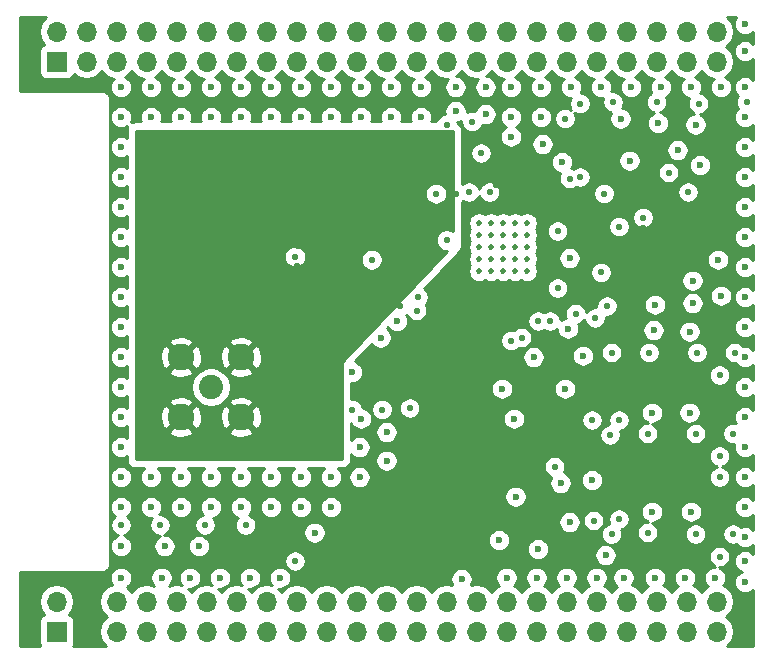
<source format=gbr>
%TF.GenerationSoftware,KiCad,Pcbnew,(5.1.9)-1*%
%TF.CreationDate,2021-09-23T16:30:07-05:00*%
%TF.ProjectId,zigbeeCape,7a696762-6565-4436-9170-652e6b696361,rev?*%
%TF.SameCoordinates,Original*%
%TF.FileFunction,Copper,L3,Inr*%
%TF.FilePolarity,Positive*%
%FSLAX46Y46*%
G04 Gerber Fmt 4.6, Leading zero omitted, Abs format (unit mm)*
G04 Created by KiCad (PCBNEW (5.1.9)-1) date 2021-09-23 16:30:07*
%MOMM*%
%LPD*%
G01*
G04 APERTURE LIST*
%TA.AperFunction,ComponentPad*%
%ADD10C,0.515000*%
%TD*%
%TA.AperFunction,ComponentPad*%
%ADD11C,0.600000*%
%TD*%
%TA.AperFunction,ComponentPad*%
%ADD12C,2.050000*%
%TD*%
%TA.AperFunction,ComponentPad*%
%ADD13C,2.250000*%
%TD*%
%TA.AperFunction,ComponentPad*%
%ADD14R,1.700000X1.700000*%
%TD*%
%TA.AperFunction,ComponentPad*%
%ADD15O,1.700000X1.700000*%
%TD*%
%TA.AperFunction,ViaPad*%
%ADD16C,0.558800*%
%TD*%
%TA.AperFunction,Conductor*%
%ADD17C,0.254000*%
%TD*%
%TA.AperFunction,Conductor*%
%ADD18C,0.100000*%
%TD*%
G04 APERTURE END LIST*
D10*
%TO.N,GND*%
%TO.C,U1*%
X43670000Y32400000D03*
X43670000Y33430000D03*
X43670000Y34460000D03*
X43670000Y35490000D03*
X43670000Y36520000D03*
X42640000Y32400000D03*
X42640000Y33430000D03*
X42640000Y34460000D03*
X42640000Y35490000D03*
X42640000Y36520000D03*
X41610000Y32400000D03*
X41610000Y33430000D03*
X41610000Y34460000D03*
X41610000Y35490000D03*
X41610000Y36520000D03*
X40580000Y32400000D03*
X40580000Y33430000D03*
X40580000Y34460000D03*
X40580000Y35490000D03*
X40580000Y36520000D03*
X39550000Y32400000D03*
X39550000Y33430000D03*
X39550000Y34460000D03*
X39550000Y35490000D03*
X39550000Y36520000D03*
%TD*%
D11*
%TO.N,GND*%
%TO.C,REF\u002A\u002A*%
X46863000Y22479000D03*
%TD*%
%TO.N,GND*%
%TO.C,REF\u002A\u002A*%
X44196000Y25146000D03*
%TD*%
%TO.N,GND*%
%TO.C,REF\u002A\u002A*%
X47117000Y27559000D03*
%TD*%
%TO.N,GND*%
%TO.C,REF\u002A\u002A*%
X47244000Y33528000D03*
%TD*%
%TO.N,GND*%
%TO.C,REF\u002A\u002A*%
X40132000Y45720000D03*
%TD*%
%TO.N,GND*%
%TO.C,REF\u002A\u002A*%
X37592000Y45974000D03*
%TD*%
%TO.N,GND*%
%TO.C,REF\u002A\u002A*%
X40132000Y48006000D03*
%TD*%
%TO.N,GND*%
%TO.C,REF\u002A\u002A*%
X37592000Y48006000D03*
%TD*%
%TO.N,GND*%
%TO.C,REF\u002A\u002A*%
X46609000Y41656000D03*
%TD*%
%TO.N,GND*%
%TO.C,REF\u002A\u002A*%
X44958000Y43180000D03*
%TD*%
%TO.N,GND*%
%TO.C,REF\u002A\u002A*%
X42291000Y43815000D03*
%TD*%
%TO.N,GND*%
%TO.C,REF\u002A\u002A*%
X44831000Y45466000D03*
%TD*%
%TO.N,GND*%
%TO.C,REF\u002A\u002A*%
X42291000Y45466000D03*
%TD*%
%TO.N,GND*%
%TO.C,REF\u002A\u002A*%
X44831000Y48006000D03*
%TD*%
%TO.N,GND*%
%TO.C,REF\u002A\u002A*%
X34290000Y43561000D03*
%TD*%
%TO.N,GND*%
%TO.C,REF\u002A\u002A*%
X31750000Y43561000D03*
%TD*%
%TO.N,GND*%
%TO.C,REF\u002A\u002A*%
X29591000Y42926000D03*
%TD*%
%TO.N,GND*%
%TO.C,REF\u002A\u002A*%
X34671000Y45466000D03*
%TD*%
%TO.N,GND*%
%TO.C,REF\u002A\u002A*%
X32131000Y45466000D03*
%TD*%
%TO.N,GND*%
%TO.C,REF\u002A\u002A*%
X29591000Y45466000D03*
%TD*%
%TO.N,GND*%
%TO.C,REF\u002A\u002A*%
X34671000Y48006000D03*
%TD*%
%TO.N,GND*%
%TO.C,REF\u002A\u002A*%
X32131000Y48006000D03*
%TD*%
D12*
%TO.N,Net-(C31-Pad2)*%
%TO.C,U3*%
X16891000Y22606000D03*
D13*
%TO.N,GND*%
X19431000Y20066000D03*
X19431000Y25146000D03*
X14351000Y25146000D03*
X14351000Y20066000D03*
%TD*%
D11*
%TO.N,GND*%
%TO.C,REF\u002A\u002A*%
X25273000Y35433000D03*
%TD*%
%TO.N,GND*%
%TO.C,REF\u002A\u002A*%
X28194000Y35560000D03*
%TD*%
%TO.N,GND*%
%TO.C,REF\u002A\u002A*%
X26670000Y34290000D03*
%TD*%
%TO.N,GND*%
%TO.C,REF\u002A\u002A*%
X27559000Y36957000D03*
%TD*%
%TO.N,GND*%
%TO.C,REF\u002A\u002A*%
X30480000Y36576000D03*
%TD*%
%TO.N,GND*%
%TO.C,REF\u002A\u002A*%
X29210000Y38100000D03*
%TD*%
%TO.N,GND*%
%TO.C,REF\u002A\u002A*%
X27305000Y38608000D03*
%TD*%
%TO.N,GND*%
%TO.C,REF\u002A\u002A*%
X28448000Y39751000D03*
%TD*%
%TO.N,GND*%
%TO.C,REF\u002A\u002A*%
X30099000Y39751000D03*
%TD*%
%TO.N,GND*%
%TO.C,REF\u002A\u002A*%
X31115000Y38481000D03*
%TD*%
%TO.N,GND*%
%TO.C,REF\u002A\u002A*%
X32766000Y35687000D03*
%TD*%
%TO.N,GND*%
%TO.C,REF\u002A\u002A*%
X29718000Y34671000D03*
%TD*%
%TO.N,GND*%
%TO.C,REF\u002A\u002A*%
X27940000Y33274000D03*
%TD*%
%TO.N,GND*%
%TO.C,REF\u002A\u002A*%
X26035000Y31877000D03*
%TD*%
%TO.N,GND*%
%TO.C,REF\u002A\u002A*%
X25781000Y29972000D03*
%TD*%
%TO.N,GND*%
%TO.C,REF\u002A\u002A*%
X24384000Y31242000D03*
%TD*%
%TO.N,GND*%
%TO.C,REF\u002A\u002A*%
X30226000Y27940000D03*
%TD*%
%TO.N,GND*%
%TO.C,REF\u002A\u002A*%
X32639000Y28194000D03*
%TD*%
%TO.N,GND*%
%TO.C,REF\u002A\u002A*%
X31242000Y26797000D03*
%TD*%
%TO.N,GND*%
%TO.C,REF\u002A\u002A*%
X28702000Y26416000D03*
%TD*%
%TO.N,GND*%
%TO.C,REF\u002A\u002A*%
X28829000Y23876000D03*
%TD*%
%TO.N,GND*%
%TO.C,REF\u002A\u002A*%
X25654000Y10287000D03*
%TD*%
%TO.N,GND*%
%TO.C,REF\u002A\u002A*%
X15875000Y9144000D03*
%TD*%
%TO.N,GND*%
%TO.C,REF\u002A\u002A*%
X12954000Y9144000D03*
%TD*%
%TO.N,GND*%
%TO.C,REF\u002A\u002A*%
X31750000Y16383000D03*
%TD*%
%TO.N,GND*%
%TO.C,REF\u002A\u002A*%
X31750000Y18796000D03*
%TD*%
%TO.N,GND*%
%TO.C,REF\u002A\u002A*%
X29591000Y19939000D03*
%TD*%
%TO.N,GND*%
%TO.C,REF\u002A\u002A*%
X29464000Y17526000D03*
%TD*%
%TO.N,GND*%
%TO.C,REF\u002A\u002A*%
X29464000Y14986000D03*
%TD*%
%TO.N,GND*%
%TO.C,REF\u002A\u002A*%
X27051000Y12446000D03*
%TD*%
%TO.N,GND*%
%TO.C,REF\u002A\u002A*%
X24511000Y12446000D03*
%TD*%
%TO.N,GND*%
%TO.C,REF\u002A\u002A*%
X21971000Y12446000D03*
%TD*%
%TO.N,GND*%
%TO.C,REF\u002A\u002A*%
X19431000Y12446000D03*
%TD*%
%TO.N,GND*%
%TO.C,REF\u002A\u002A*%
X16891000Y12446000D03*
%TD*%
%TO.N,GND*%
%TO.C,REF\u002A\u002A*%
X14351000Y12446000D03*
%TD*%
%TO.N,GND*%
%TO.C,REF\u002A\u002A*%
X11811000Y12446000D03*
%TD*%
%TO.N,GND*%
%TO.C,REF\u002A\u002A*%
X9271000Y12446000D03*
%TD*%
%TO.N,GND*%
%TO.C,REF\u002A\u002A*%
X27051000Y14986000D03*
%TD*%
%TO.N,GND*%
%TO.C,REF\u002A\u002A*%
X24511000Y14986000D03*
%TD*%
%TO.N,GND*%
%TO.C,REF\u002A\u002A*%
X21971000Y14986000D03*
%TD*%
%TO.N,GND*%
%TO.C,REF\u002A\u002A*%
X19431000Y14986000D03*
%TD*%
%TO.N,GND*%
%TO.C,REF\u002A\u002A*%
X16891000Y14986000D03*
%TD*%
%TO.N,GND*%
%TO.C,REF\u002A\u002A*%
X14351000Y14986000D03*
%TD*%
%TO.N,GND*%
%TO.C,REF\u002A\u002A*%
X11811000Y14986000D03*
%TD*%
%TO.N,GND*%
%TO.C,REF\u002A\u002A*%
X9271000Y14986000D03*
%TD*%
%TO.N,GND*%
%TO.C,REF\u002A\u002A*%
X27051000Y17526000D03*
%TD*%
%TO.N,GND*%
%TO.C,REF\u002A\u002A*%
X24511000Y17526000D03*
%TD*%
%TO.N,GND*%
%TO.C,REF\u002A\u002A*%
X21971000Y17526000D03*
%TD*%
%TO.N,GND*%
%TO.C,REF\u002A\u002A*%
X19431000Y17526000D03*
%TD*%
%TO.N,GND*%
%TO.C,REF\u002A\u002A*%
X16891000Y17526000D03*
%TD*%
%TO.N,GND*%
%TO.C,REF\u002A\u002A*%
X14351000Y17526000D03*
%TD*%
%TO.N,GND*%
%TO.C,REF\u002A\u002A*%
X11811000Y17526000D03*
%TD*%
%TO.N,GND*%
%TO.C,REF\u002A\u002A*%
X9271000Y17526000D03*
%TD*%
%TO.N,GND*%
%TO.C,REF\u002A\u002A*%
X27051000Y20066000D03*
%TD*%
%TO.N,GND*%
%TO.C,REF\u002A\u002A*%
X24511000Y20066000D03*
%TD*%
%TO.N,GND*%
%TO.C,REF\u002A\u002A*%
X21971000Y20066000D03*
%TD*%
%TO.N,GND*%
%TO.C,REF\u002A\u002A*%
X16891000Y20066000D03*
%TD*%
%TO.N,GND*%
%TO.C,REF\u002A\u002A*%
X11811000Y20066000D03*
%TD*%
%TO.N,GND*%
%TO.C,REF\u002A\u002A*%
X9271000Y20066000D03*
%TD*%
%TO.N,GND*%
%TO.C,REF\u002A\u002A*%
X27051000Y22606000D03*
%TD*%
%TO.N,GND*%
%TO.C,REF\u002A\u002A*%
X24511000Y22606000D03*
%TD*%
%TO.N,GND*%
%TO.C,REF\u002A\u002A*%
X21971000Y22606000D03*
%TD*%
%TO.N,GND*%
%TO.C,REF\u002A\u002A*%
X19431000Y22606000D03*
%TD*%
%TO.N,GND*%
%TO.C,REF\u002A\u002A*%
X14351000Y22606000D03*
%TD*%
%TO.N,GND*%
%TO.C,REF\u002A\u002A*%
X11811000Y22606000D03*
%TD*%
%TO.N,GND*%
%TO.C,REF\u002A\u002A*%
X9271000Y22606000D03*
%TD*%
%TO.N,GND*%
%TO.C,REF\u002A\u002A*%
X27051000Y25146000D03*
%TD*%
%TO.N,GND*%
%TO.C,REF\u002A\u002A*%
X24511000Y25146000D03*
%TD*%
%TO.N,GND*%
%TO.C,REF\u002A\u002A*%
X21971000Y25146000D03*
%TD*%
%TO.N,GND*%
%TO.C,REF\u002A\u002A*%
X11811000Y25146000D03*
%TD*%
%TO.N,GND*%
%TO.C,REF\u002A\u002A*%
X9271000Y25146000D03*
%TD*%
%TO.N,GND*%
%TO.C,REF\u002A\u002A*%
X27051000Y27686000D03*
%TD*%
%TO.N,GND*%
%TO.C,REF\u002A\u002A*%
X21971000Y27686000D03*
%TD*%
%TO.N,GND*%
%TO.C,REF\u002A\u002A*%
X19431000Y27686000D03*
%TD*%
%TO.N,GND*%
%TO.C,REF\u002A\u002A*%
X16891000Y27686000D03*
%TD*%
%TO.N,GND*%
%TO.C,REF\u002A\u002A*%
X14351000Y27686000D03*
%TD*%
%TO.N,GND*%
%TO.C,REF\u002A\u002A*%
X11811000Y27686000D03*
%TD*%
%TO.N,GND*%
%TO.C,REF\u002A\u002A*%
X9271000Y27686000D03*
%TD*%
%TO.N,GND*%
%TO.C,REF\u002A\u002A*%
X21971000Y30226000D03*
%TD*%
%TO.N,GND*%
%TO.C,REF\u002A\u002A*%
X16891000Y30226000D03*
%TD*%
%TO.N,GND*%
%TO.C,REF\u002A\u002A*%
X14351000Y30226000D03*
%TD*%
%TO.N,GND*%
%TO.C,REF\u002A\u002A*%
X11811000Y30226000D03*
%TD*%
%TO.N,GND*%
%TO.C,REF\u002A\u002A*%
X9271000Y30226000D03*
%TD*%
%TO.N,GND*%
%TO.C,REF\u002A\u002A*%
X19431000Y32766000D03*
%TD*%
%TO.N,GND*%
%TO.C,REF\u002A\u002A*%
X16891000Y32766000D03*
%TD*%
%TO.N,GND*%
%TO.C,REF\u002A\u002A*%
X14351000Y32766000D03*
%TD*%
%TO.N,GND*%
%TO.C,REF\u002A\u002A*%
X11811000Y32766000D03*
%TD*%
%TO.N,GND*%
%TO.C,REF\u002A\u002A*%
X9271000Y32766000D03*
%TD*%
%TO.N,GND*%
%TO.C,REF\u002A\u002A*%
X21590000Y35306000D03*
%TD*%
%TO.N,GND*%
%TO.C,REF\u002A\u002A*%
X19431000Y35306000D03*
%TD*%
%TO.N,GND*%
%TO.C,REF\u002A\u002A*%
X16891000Y35306000D03*
%TD*%
%TO.N,GND*%
%TO.C,REF\u002A\u002A*%
X14351000Y35306000D03*
%TD*%
%TO.N,GND*%
%TO.C,REF\u002A\u002A*%
X11811000Y35306000D03*
%TD*%
%TO.N,GND*%
%TO.C,REF\u002A\u002A*%
X9271000Y35306000D03*
%TD*%
%TO.N,GND*%
%TO.C,REF\u002A\u002A*%
X21971000Y37846000D03*
%TD*%
%TO.N,GND*%
%TO.C,REF\u002A\u002A*%
X19431000Y37846000D03*
%TD*%
%TO.N,GND*%
%TO.C,REF\u002A\u002A*%
X16891000Y37846000D03*
%TD*%
%TO.N,GND*%
%TO.C,REF\u002A\u002A*%
X14351000Y37846000D03*
%TD*%
%TO.N,GND*%
%TO.C,REF\u002A\u002A*%
X11811000Y37846000D03*
%TD*%
%TO.N,GND*%
%TO.C,REF\u002A\u002A*%
X9271000Y37846000D03*
%TD*%
%TO.N,GND*%
%TO.C,REF\u002A\u002A*%
X24511000Y40386000D03*
%TD*%
%TO.N,GND*%
%TO.C,REF\u002A\u002A*%
X21971000Y40386000D03*
%TD*%
%TO.N,GND*%
%TO.C,REF\u002A\u002A*%
X19431000Y40386000D03*
%TD*%
%TO.N,GND*%
%TO.C,REF\u002A\u002A*%
X16891000Y40386000D03*
%TD*%
%TO.N,GND*%
%TO.C,REF\u002A\u002A*%
X14351000Y40386000D03*
%TD*%
%TO.N,GND*%
%TO.C,REF\u002A\u002A*%
X11811000Y40386000D03*
%TD*%
%TO.N,GND*%
%TO.C,REF\u002A\u002A*%
X9271000Y40386000D03*
%TD*%
%TO.N,GND*%
%TO.C,REF\u002A\u002A*%
X27051000Y42926000D03*
%TD*%
%TO.N,GND*%
%TO.C,REF\u002A\u002A*%
X24511000Y42926000D03*
%TD*%
%TO.N,GND*%
%TO.C,REF\u002A\u002A*%
X21971000Y42926000D03*
%TD*%
%TO.N,GND*%
%TO.C,REF\u002A\u002A*%
X19431000Y42926000D03*
%TD*%
%TO.N,GND*%
%TO.C,REF\u002A\u002A*%
X16891000Y42926000D03*
%TD*%
%TO.N,GND*%
%TO.C,REF\u002A\u002A*%
X14351000Y42926000D03*
%TD*%
%TO.N,GND*%
%TO.C,REF\u002A\u002A*%
X11811000Y42926000D03*
%TD*%
%TO.N,GND*%
%TO.C,REF\u002A\u002A*%
X9271000Y42926000D03*
%TD*%
%TO.N,GND*%
%TO.C,REF\u002A\u002A*%
X27051000Y45466000D03*
%TD*%
%TO.N,GND*%
%TO.C,REF\u002A\u002A*%
X24511000Y45466000D03*
%TD*%
%TO.N,GND*%
%TO.C,REF\u002A\u002A*%
X21971000Y45466000D03*
%TD*%
%TO.N,GND*%
%TO.C,REF\u002A\u002A*%
X19431000Y45466000D03*
%TD*%
%TO.N,GND*%
%TO.C,REF\u002A\u002A*%
X16891000Y45466000D03*
%TD*%
%TO.N,GND*%
%TO.C,REF\u002A\u002A*%
X14351000Y45466000D03*
%TD*%
%TO.N,GND*%
%TO.C,REF\u002A\u002A*%
X11811000Y45466000D03*
%TD*%
%TO.N,GND*%
%TO.C,REF\u002A\u002A*%
X9271000Y45466000D03*
%TD*%
%TO.N,GND*%
%TO.C,REF\u002A\u002A*%
X27051000Y48006000D03*
%TD*%
%TO.N,GND*%
%TO.C,REF\u002A\u002A*%
X24511000Y48006000D03*
%TD*%
%TO.N,GND*%
%TO.C,REF\u002A\u002A*%
X21971000Y48006000D03*
%TD*%
%TO.N,GND*%
%TO.C,REF\u002A\u002A*%
X19431000Y48006000D03*
%TD*%
%TO.N,GND*%
%TO.C,REF\u002A\u002A*%
X16891000Y48006000D03*
%TD*%
%TO.N,GND*%
%TO.C,REF\u002A\u002A*%
X14351000Y48006000D03*
%TD*%
%TO.N,GND*%
%TO.C,REF\u002A\u002A*%
X11811000Y48006000D03*
%TD*%
%TO.N,GND*%
%TO.C,REF\u002A\u002A*%
X52324000Y41783000D03*
%TD*%
%TO.N,GND*%
%TO.C,REF\u002A\u002A*%
X56388000Y42672000D03*
%TD*%
%TO.N,GND*%
%TO.C,REF\u002A\u002A*%
X58293000Y41402000D03*
%TD*%
%TO.N,GND*%
%TO.C,REF\u002A\u002A*%
X51562000Y45339000D03*
%TD*%
%TO.N,GND*%
%TO.C,REF\u002A\u002A*%
X54737000Y44958000D03*
%TD*%
%TO.N,GND*%
%TO.C,REF\u002A\u002A*%
X57912000Y44831000D03*
%TD*%
%TO.N,GND*%
%TO.C,REF\u002A\u002A*%
X60071000Y30353000D03*
%TD*%
%TO.N,GND*%
%TO.C,REF\u002A\u002A*%
X59817000Y33401000D03*
%TD*%
%TO.N,GND*%
%TO.C,REF\u002A\u002A*%
X57658000Y31623000D03*
%TD*%
%TO.N,GND*%
%TO.C,REF\u002A\u002A*%
X57658000Y29718000D03*
%TD*%
%TO.N,GND*%
%TO.C,REF\u002A\u002A*%
X54483000Y29591000D03*
%TD*%
%TO.N,GND*%
%TO.C,REF\u002A\u002A*%
X57404000Y27305000D03*
%TD*%
%TO.N,GND*%
%TO.C,REF\u002A\u002A*%
X54356000Y27432000D03*
%TD*%
%TO.N,GND*%
%TO.C,REF\u002A\u002A*%
X57404000Y20447000D03*
%TD*%
%TO.N,GND*%
%TO.C,REF\u002A\u002A*%
X54229000Y20447000D03*
%TD*%
%TO.N,GND*%
%TO.C,REF\u002A\u002A*%
X44577000Y8890000D03*
%TD*%
%TO.N,GND*%
%TO.C,REF\u002A\u002A*%
X47244000Y11176000D03*
%TD*%
%TO.N,GND*%
%TO.C,REF\u002A\u002A*%
X50292000Y8382000D03*
%TD*%
%TO.N,GND*%
%TO.C,REF\u002A\u002A*%
X46482000Y14478000D03*
%TD*%
%TO.N,GND*%
%TO.C,REF\u002A\u002A*%
X49149000Y14732000D03*
%TD*%
%TO.N,GND*%
%TO.C,REF\u002A\u002A*%
X42672000Y13335000D03*
%TD*%
%TO.N,GND*%
%TO.C,REF\u002A\u002A*%
X42545000Y19939000D03*
%TD*%
%TO.N,GND*%
%TO.C,REF\u002A\u002A*%
X41529000Y22479000D03*
%TD*%
%TO.N,GND*%
%TO.C,REF\u002A\u002A*%
X41275000Y9652000D03*
%TD*%
%TO.N,GND*%
%TO.C,REF\u002A\u002A*%
X38100000Y6350000D03*
%TD*%
%TO.N,GND*%
%TO.C,REF\u002A\u002A*%
X57531000Y12065000D03*
%TD*%
%TO.N,GND*%
%TO.C,REF\u002A\u002A*%
X54229000Y12065000D03*
%TD*%
%TO.N,GND*%
%TO.C,REF\u002A\u002A*%
X62103000Y51054000D03*
%TD*%
%TO.N,GND*%
%TO.C,REF\u002A\u002A*%
X62103000Y53340000D03*
%TD*%
%TO.N,GND*%
%TO.C,REF\u002A\u002A*%
X48387000Y25273000D03*
%TD*%
%TO.N,GND*%
%TO.C,REF\u002A\u002A*%
X9271000Y32766000D03*
%TD*%
%TO.N,GND*%
%TO.C,REF\u002A\u002A*%
X60071000Y48006000D03*
%TD*%
%TO.N,GND*%
%TO.C,REF\u002A\u002A*%
X59563000Y6477000D03*
%TD*%
%TO.N,GND*%
%TO.C,REF\u002A\u002A*%
X57023000Y6477000D03*
%TD*%
%TO.N,GND*%
%TO.C,REF\u002A\u002A*%
X54483000Y6477000D03*
%TD*%
%TO.N,GND*%
%TO.C,REF\u002A\u002A*%
X51816000Y6477000D03*
%TD*%
%TO.N,GND*%
%TO.C,REF\u002A\u002A*%
X49530000Y6477000D03*
%TD*%
%TO.N,GND*%
%TO.C,REF\u002A\u002A*%
X46990000Y6477000D03*
%TD*%
%TO.N,GND*%
%TO.C,REF\u002A\u002A*%
X44450000Y6477000D03*
%TD*%
%TO.N,GND*%
%TO.C,REF\u002A\u002A*%
X41910000Y6477000D03*
%TD*%
%TO.N,GND*%
%TO.C,REF\u002A\u002A*%
X22733000Y6477000D03*
%TD*%
%TO.N,GND*%
%TO.C,REF\u002A\u002A*%
X20193000Y6477000D03*
%TD*%
%TO.N,GND*%
%TO.C,REF\u002A\u002A*%
X17653000Y6477000D03*
%TD*%
%TO.N,GND*%
%TO.C,REF\u002A\u002A*%
X15113000Y6477000D03*
%TD*%
%TO.N,GND*%
%TO.C,REF\u002A\u002A*%
X12700000Y6477000D03*
%TD*%
%TO.N,GND*%
%TO.C,REF\u002A\u002A*%
X9271000Y48006000D03*
%TD*%
D14*
%TO.N,GND*%
%TO.C,U5*%
X3810000Y1905000D03*
D15*
X3810000Y4445000D03*
%TO.N,+3V3*%
X6350000Y1905000D03*
X6350000Y4445000D03*
%TO.N,Net-(U5-Pad5)*%
X8890000Y1905000D03*
%TO.N,Net-(U5-Pad6)*%
X8890000Y4445000D03*
%TO.N,Net-(U5-Pad7)*%
X11430000Y1905000D03*
%TO.N,Net-(U5-Pad8)*%
X11430000Y4445000D03*
%TO.N,Net-(U5-Pad9)*%
X13970000Y1905000D03*
%TO.N,/BeagleBone_Headers/BeagleBone_Reset*%
X13970000Y4445000D03*
%TO.N,Net-(U5-Pad11)*%
X16510000Y1905000D03*
%TO.N,Net-(U5-Pad12)*%
X16510000Y4445000D03*
%TO.N,Net-(U5-Pad13)*%
X19050000Y1905000D03*
%TO.N,Net-(U5-Pad14)*%
X19050000Y4445000D03*
%TO.N,Net-(U5-Pad15)*%
X21590000Y1905000D03*
%TO.N,Net-(U5-Pad16)*%
X21590000Y4445000D03*
%TO.N,SPI_CS*%
X24130000Y1905000D03*
%TO.N,SPI_MOSI*%
X24130000Y4445000D03*
%TO.N,I2C2_SCL*%
X26670000Y1905000D03*
%TO.N,I2C2_SDA*%
X26670000Y4445000D03*
%TO.N,SPI_MISO*%
X29210000Y1905000D03*
%TO.N,SPI_CLK*%
X29210000Y4445000D03*
%TO.N,Net-(U5-Pad23)*%
X31750000Y1905000D03*
%TO.N,UART_TX*%
X31750000Y4445000D03*
%TO.N,Net-(U5-Pad25)*%
X34290000Y1905000D03*
%TO.N,UART_RX*%
X34290000Y4445000D03*
%TO.N,Net-(U5-Pad27)*%
X36830000Y1905000D03*
%TO.N,Net-(U5-Pad28)*%
X36830000Y4445000D03*
%TO.N,Net-(U5-Pad29)*%
X39370000Y1905000D03*
%TO.N,Network_Connect*%
X39370000Y4445000D03*
%TO.N,Net-(U5-Pad31)*%
X41910000Y1905000D03*
%TO.N,Net-(U5-Pad32)*%
X41910000Y4445000D03*
%TO.N,Net-(U5-Pad33)*%
X44450000Y1905000D03*
%TO.N,Net-(U5-Pad34)*%
X44450000Y4445000D03*
%TO.N,Net-(U5-Pad35)*%
X46990000Y1905000D03*
%TO.N,Net-(U5-Pad36)*%
X46990000Y4445000D03*
%TO.N,Net-(U5-Pad37)*%
X49530000Y1905000D03*
%TO.N,Net-(U5-Pad38)*%
X49530000Y4445000D03*
%TO.N,Net-(U5-Pad39)*%
X52070000Y1905000D03*
%TO.N,Net-(U5-Pad40)*%
X52070000Y4445000D03*
%TO.N,Lan_HeartBeat*%
X54610000Y1905000D03*
%TO.N,Net-(U5-Pad42)*%
X54610000Y4445000D03*
%TO.N,GND*%
X57150000Y1905000D03*
X57150000Y4445000D03*
X59690000Y1905000D03*
X59690000Y4445000D03*
%TD*%
D11*
%TO.N,GND*%
%TO.C,REF\u002A\u002A*%
X9271000Y6477000D03*
%TD*%
%TO.N,GND*%
%TO.C,REF\u002A\u002A*%
X9271000Y9144000D03*
%TD*%
%TO.N,GND*%
%TO.C,REF\u002A\u002A*%
X9271000Y12446000D03*
%TD*%
%TO.N,GND*%
%TO.C,REF\u002A\u002A*%
X9271000Y14986000D03*
%TD*%
%TO.N,GND*%
%TO.C,REF\u002A\u002A*%
X9271000Y17526000D03*
%TD*%
%TO.N,GND*%
%TO.C,REF\u002A\u002A*%
X9271000Y20066000D03*
%TD*%
%TO.N,GND*%
%TO.C,REF\u002A\u002A*%
X9271000Y22606000D03*
%TD*%
%TO.N,GND*%
%TO.C,REF\u002A\u002A*%
X9271000Y25146000D03*
%TD*%
%TO.N,GND*%
%TO.C,REF\u002A\u002A*%
X9271000Y27686000D03*
%TD*%
%TO.N,GND*%
%TO.C,REF\u002A\u002A*%
X9271000Y30226000D03*
%TD*%
%TO.N,GND*%
%TO.C,REF\u002A\u002A*%
X9271000Y35306000D03*
%TD*%
%TO.N,GND*%
%TO.C,REF\u002A\u002A*%
X9271000Y37846000D03*
%TD*%
%TO.N,GND*%
%TO.C,REF\u002A\u002A*%
X9271000Y40386000D03*
%TD*%
%TO.N,GND*%
%TO.C,REF\u002A\u002A*%
X9271000Y42926000D03*
%TD*%
%TO.N,GND*%
%TO.C,REF\u002A\u002A*%
X9271000Y45466000D03*
%TD*%
%TO.N,GND*%
%TO.C,REF\u002A\u002A*%
X62103000Y6096000D03*
%TD*%
%TO.N,GND*%
%TO.C,REF\u002A\u002A*%
X62103000Y12446000D03*
%TD*%
%TO.N,GND*%
%TO.C,REF\u002A\u002A*%
X62103000Y7874000D03*
%TD*%
%TO.N,GND*%
%TO.C,REF\u002A\u002A*%
X62103000Y9906000D03*
%TD*%
%TO.N,GND*%
%TO.C,REF\u002A\u002A*%
X62103000Y14986000D03*
%TD*%
%TO.N,GND*%
%TO.C,REF\u002A\u002A*%
X62103000Y17526000D03*
%TD*%
%TO.N,GND*%
%TO.C,REF\u002A\u002A*%
X62103000Y20066000D03*
%TD*%
%TO.N,GND*%
%TO.C,REF\u002A\u002A*%
X62103000Y22606000D03*
%TD*%
%TO.N,GND*%
%TO.C,REF\u002A\u002A*%
X62103000Y25146000D03*
%TD*%
%TO.N,GND*%
%TO.C,REF\u002A\u002A*%
X62103000Y27686000D03*
%TD*%
%TO.N,GND*%
%TO.C,REF\u002A\u002A*%
X62103000Y30226000D03*
%TD*%
%TO.N,GND*%
%TO.C,REF\u002A\u002A*%
X62103000Y32766000D03*
%TD*%
%TO.N,GND*%
%TO.C,REF\u002A\u002A*%
X62103000Y35306000D03*
%TD*%
%TO.N,GND*%
%TO.C,REF\u002A\u002A*%
X62103000Y37846000D03*
%TD*%
%TO.N,GND*%
%TO.C,REF\u002A\u002A*%
X62103000Y40386000D03*
%TD*%
%TO.N,GND*%
%TO.C,REF\u002A\u002A*%
X62103000Y42926000D03*
%TD*%
%TO.N,GND*%
%TO.C,REF\u002A\u002A*%
X62103000Y45466000D03*
%TD*%
%TO.N,GND*%
%TO.C,REF\u002A\u002A*%
X62103000Y48006000D03*
%TD*%
%TO.N,GND*%
%TO.C,REF\u002A\u002A*%
X54991000Y48006000D03*
%TD*%
%TO.N,GND*%
%TO.C,REF\u002A\u002A*%
X57531000Y48006000D03*
%TD*%
%TO.N,GND*%
%TO.C,REF\u002A\u002A*%
X52451000Y48006000D03*
%TD*%
%TO.N,GND*%
%TO.C,REF\u002A\u002A*%
X49911000Y48006000D03*
%TD*%
%TO.N,GND*%
%TO.C,REF\u002A\u002A*%
X47371000Y48006000D03*
%TD*%
%TO.N,GND*%
%TO.C,REF\u002A\u002A*%
X44831000Y48006000D03*
%TD*%
%TO.N,GND*%
%TO.C,REF\u002A\u002A*%
X42291000Y48006000D03*
%TD*%
%TO.N,GND*%
%TO.C,REF\u002A\u002A*%
X34671000Y48006000D03*
%TD*%
%TO.N,GND*%
%TO.C,REF\u002A\u002A*%
X32131000Y48006000D03*
%TD*%
%TO.N,GND*%
%TO.C,REF\u002A\u002A*%
X29591000Y48006000D03*
%TD*%
%TO.N,GND*%
%TO.C,REF\u002A\u002A*%
X27051000Y48006000D03*
%TD*%
%TO.N,GND*%
%TO.C,REF\u002A\u002A*%
X24511000Y48006000D03*
%TD*%
%TO.N,GND*%
%TO.C,REF\u002A\u002A*%
X21971000Y48006000D03*
%TD*%
%TO.N,GND*%
%TO.C,REF\u002A\u002A*%
X19431000Y48006000D03*
%TD*%
%TO.N,GND*%
%TO.C,REF\u002A\u002A*%
X16891000Y48006000D03*
%TD*%
%TO.N,GND*%
%TO.C,REF\u002A\u002A*%
X14351000Y48006000D03*
%TD*%
%TO.N,GND*%
%TO.C,REF\u002A\u002A*%
X11811000Y48006000D03*
%TD*%
D15*
%TO.N,Net-(U4-Pad46)*%
%TO.C,U4*%
X59690000Y52705000D03*
%TO.N,Net-(U4-Pad45)*%
X59690000Y50165000D03*
%TO.N,Net-(U4-Pad44)*%
X57150000Y52705000D03*
%TO.N,Net-(U4-Pad43)*%
X57150000Y50165000D03*
%TO.N,Net-(U4-Pad42)*%
X54610000Y52705000D03*
%TO.N,Net-(U4-Pad41)*%
X54610000Y50165000D03*
%TO.N,Net-(U4-Pad40)*%
X52070000Y52705000D03*
%TO.N,Net-(U4-Pad39)*%
X52070000Y50165000D03*
%TO.N,Net-(U4-Pad38)*%
X49530000Y52705000D03*
%TO.N,Net-(U4-Pad37)*%
X49530000Y50165000D03*
%TO.N,Net-(U4-Pad36)*%
X46990000Y52705000D03*
%TO.N,Net-(U4-Pad35)*%
X46990000Y50165000D03*
%TO.N,Net-(U4-Pad34)*%
X44450000Y52705000D03*
%TO.N,Net-(U4-Pad33)*%
X44450000Y50165000D03*
%TO.N,Net-(U4-Pad32)*%
X41910000Y52705000D03*
%TO.N,Net-(U4-Pad31)*%
X41910000Y50165000D03*
%TO.N,Net-(U4-Pad30)*%
X39370000Y52705000D03*
%TO.N,Net-(U4-Pad29)*%
X39370000Y50165000D03*
%TO.N,Net-(U4-Pad28)*%
X36830000Y52705000D03*
%TO.N,Net-(U4-Pad27)*%
X36830000Y50165000D03*
%TO.N,Net-(U4-Pad26)*%
X34290000Y52705000D03*
%TO.N,Net-(U4-Pad25)*%
X34290000Y50165000D03*
%TO.N,Net-(U4-Pad24)*%
X31750000Y52705000D03*
%TO.N,Net-(U4-Pad23)*%
X31750000Y50165000D03*
%TO.N,Net-(U4-Pad22)*%
X29210000Y52705000D03*
%TO.N,Net-(U4-Pad21)*%
X29210000Y50165000D03*
%TO.N,Net-(U4-Pad20)*%
X26670000Y52705000D03*
%TO.N,Net-(U4-Pad19)*%
X26670000Y50165000D03*
%TO.N,Net-(U4-Pad18)*%
X24130000Y52705000D03*
%TO.N,Net-(U4-Pad17)*%
X24130000Y50165000D03*
%TO.N,Net-(U4-Pad16)*%
X21590000Y52705000D03*
%TO.N,Net-(U4-Pad15)*%
X21590000Y50165000D03*
%TO.N,Net-(U4-Pad14)*%
X19050000Y52705000D03*
%TO.N,Net-(U4-Pad13)*%
X19050000Y50165000D03*
%TO.N,Net-(U4-Pad12)*%
X16510000Y52705000D03*
%TO.N,Net-(U4-Pad11)*%
X16510000Y50165000D03*
%TO.N,Net-(U4-Pad10)*%
X13970000Y52705000D03*
%TO.N,Net-(U4-Pad9)*%
X13970000Y50165000D03*
%TO.N,Net-(U4-Pad8)*%
X11430000Y52705000D03*
%TO.N,Net-(U4-Pad7)*%
X11430000Y50165000D03*
%TO.N,Net-(U4-Pad6)*%
X8890000Y52705000D03*
%TO.N,Net-(U4-Pad5)*%
X8890000Y50165000D03*
%TO.N,Net-(U4-Pad4)*%
X6350000Y52705000D03*
%TO.N,Net-(U4-Pad3)*%
X6350000Y50165000D03*
%TO.N,GND*%
X3810000Y52705000D03*
D14*
X3810000Y50165000D03*
%TD*%
D16*
%TO.N,GND*%
X62230000Y46736000D03*
X24003000Y7874000D03*
X19812000Y10922000D03*
X16383000Y10922000D03*
X12573000Y10922000D03*
X9271000Y10922000D03*
X59944000Y14986000D03*
X59944000Y16764000D03*
X49149000Y19812000D03*
X51435000Y19812000D03*
X50673000Y18542000D03*
X53848000Y18669000D03*
X57912000Y18669000D03*
X61087000Y18669000D03*
X59944000Y23622000D03*
X49403000Y28448000D03*
X50419000Y29464000D03*
X50800000Y25527000D03*
X53975000Y25527000D03*
X58039000Y25527000D03*
X61214000Y25527000D03*
X59944000Y8255000D03*
X57912000Y10160000D03*
X53848000Y10287000D03*
X50800000Y10160000D03*
X51435000Y11430000D03*
X49276000Y11303000D03*
X45974000Y15875000D03*
X61087000Y10160000D03*
X34290000Y42291000D03*
X32639000Y42418000D03*
X32004000Y41656000D03*
X31877000Y37846000D03*
X31877000Y36576000D03*
X33274000Y36576000D03*
X24638000Y36195000D03*
X26162000Y36195000D03*
X26162000Y37592000D03*
X25654000Y40640000D03*
X25654000Y42037000D03*
X27178000Y41910000D03*
X27178000Y30099000D03*
X26670000Y30734000D03*
X27305000Y31877000D03*
X39751000Y42418000D03*
X38989000Y45085000D03*
X37592000Y38989000D03*
X36322000Y40513000D03*
X35560000Y41910000D03*
X35560000Y43434000D03*
X36830000Y44831000D03*
X47244000Y40259000D03*
X48133000Y40386000D03*
X50165000Y38989000D03*
X58166000Y46609000D03*
X54610000Y46736000D03*
X50927000Y46736000D03*
X46863000Y45339000D03*
X48133000Y46609000D03*
X51435000Y36195000D03*
X49911000Y32319600D03*
X46228000Y30988000D03*
X45593000Y28194000D03*
X47752000Y28829000D03*
X33710525Y20828000D03*
X31369000Y20701000D03*
X28829000Y20701000D03*
X24257000Y34544000D03*
X25400000Y34417000D03*
X24130000Y32893000D03*
X25527000Y32893000D03*
X53467000Y36957000D03*
X55626000Y40767000D03*
X57277000Y39116000D03*
X34417000Y30226000D03*
X34290000Y29083000D03*
X32893000Y30734000D03*
X32893000Y29464000D03*
X31623000Y29464000D03*
X43180000Y26797000D03*
X42291000Y26543000D03*
%TO.N,+3V3*%
X24003000Y9906000D03*
X45974000Y17780000D03*
X41021000Y39751000D03*
X47244000Y36068000D03*
X50165000Y37211000D03*
X48260000Y42291000D03*
X46863000Y43561000D03*
X36322000Y22098000D03*
X53467000Y36068000D03*
X38735000Y29845000D03*
X38735000Y28829000D03*
X43434000Y29718000D03*
%TO.N,VDDR*%
X38735000Y39116000D03*
X40469600Y39116000D03*
%TO.N,Net-(C15-Pad1)*%
X44577000Y28194000D03*
%TO.N,/ZigBeeFiltering/RX_TX*%
X30480000Y33401000D03*
X35941000Y38989000D03*
X36830000Y35052000D03*
%TO.N,Net-(C31-Pad1)*%
X24003000Y33655000D03*
%TO.N,DCDC_SW*%
X46228000Y35814000D03*
%TD*%
D17*
%TO.N,+3V3*%
X2863368Y53858475D02*
X2656525Y53651632D01*
X2494010Y53408411D01*
X2382068Y53138158D01*
X2325000Y52851260D01*
X2325000Y52558740D01*
X2382068Y52271842D01*
X2494010Y52001589D01*
X2656525Y51758368D01*
X2788380Y51626513D01*
X2715820Y51604502D01*
X2605506Y51545537D01*
X2508815Y51466185D01*
X2429463Y51369494D01*
X2370498Y51259180D01*
X2334188Y51139482D01*
X2321928Y51015000D01*
X2321928Y49315000D01*
X2334188Y49190518D01*
X2370498Y49070820D01*
X2429463Y48960506D01*
X2508815Y48863815D01*
X2605506Y48784463D01*
X2715820Y48725498D01*
X2835518Y48689188D01*
X2960000Y48676928D01*
X4660000Y48676928D01*
X4784482Y48689188D01*
X4904180Y48725498D01*
X5014494Y48784463D01*
X5111185Y48863815D01*
X5190537Y48960506D01*
X5249502Y49070820D01*
X5271513Y49143380D01*
X5403368Y49011525D01*
X5646589Y48849010D01*
X5916842Y48737068D01*
X6203740Y48680000D01*
X6496260Y48680000D01*
X6783158Y48737068D01*
X7053411Y48849010D01*
X7296632Y49011525D01*
X7503475Y49218368D01*
X7620000Y49392760D01*
X7736525Y49218368D01*
X7943368Y49011525D01*
X8186589Y48849010D01*
X8456842Y48737068D01*
X8642790Y48700080D01*
X8544738Y48602028D01*
X8442414Y48448889D01*
X8371932Y48278729D01*
X8336000Y48098089D01*
X8336000Y47913911D01*
X8371932Y47733271D01*
X8442414Y47563111D01*
X8544738Y47409972D01*
X8674972Y47279738D01*
X8828111Y47177414D01*
X8998271Y47106932D01*
X9178911Y47071000D01*
X9363089Y47071000D01*
X9543729Y47106932D01*
X9713889Y47177414D01*
X9867028Y47279738D01*
X9997262Y47409972D01*
X10099586Y47563111D01*
X10170068Y47733271D01*
X10206000Y47913911D01*
X10206000Y48098089D01*
X10170068Y48278729D01*
X10099586Y48448889D01*
X9997262Y48602028D01*
X9867028Y48732262D01*
X9713889Y48834586D01*
X9626190Y48870912D01*
X9836632Y49011525D01*
X10043475Y49218368D01*
X10160000Y49392760D01*
X10276525Y49218368D01*
X10483368Y49011525D01*
X10726589Y48849010D01*
X10996842Y48737068D01*
X11182790Y48700080D01*
X11084738Y48602028D01*
X10982414Y48448889D01*
X10911932Y48278729D01*
X10876000Y48098089D01*
X10876000Y47913911D01*
X10911932Y47733271D01*
X10982414Y47563111D01*
X11084738Y47409972D01*
X11214972Y47279738D01*
X11368111Y47177414D01*
X11538271Y47106932D01*
X11718911Y47071000D01*
X11903089Y47071000D01*
X12083729Y47106932D01*
X12253889Y47177414D01*
X12407028Y47279738D01*
X12537262Y47409972D01*
X12639586Y47563111D01*
X12710068Y47733271D01*
X12746000Y47913911D01*
X12746000Y48098089D01*
X12710068Y48278729D01*
X12639586Y48448889D01*
X12537262Y48602028D01*
X12407028Y48732262D01*
X12253889Y48834586D01*
X12166190Y48870912D01*
X12376632Y49011525D01*
X12583475Y49218368D01*
X12700000Y49392760D01*
X12816525Y49218368D01*
X13023368Y49011525D01*
X13266589Y48849010D01*
X13536842Y48737068D01*
X13722790Y48700080D01*
X13624738Y48602028D01*
X13522414Y48448889D01*
X13451932Y48278729D01*
X13416000Y48098089D01*
X13416000Y47913911D01*
X13451932Y47733271D01*
X13522414Y47563111D01*
X13624738Y47409972D01*
X13754972Y47279738D01*
X13908111Y47177414D01*
X14078271Y47106932D01*
X14258911Y47071000D01*
X14443089Y47071000D01*
X14623729Y47106932D01*
X14793889Y47177414D01*
X14947028Y47279738D01*
X15077262Y47409972D01*
X15179586Y47563111D01*
X15250068Y47733271D01*
X15286000Y47913911D01*
X15286000Y48098089D01*
X15250068Y48278729D01*
X15179586Y48448889D01*
X15077262Y48602028D01*
X14947028Y48732262D01*
X14793889Y48834586D01*
X14706190Y48870912D01*
X14916632Y49011525D01*
X15123475Y49218368D01*
X15240000Y49392760D01*
X15356525Y49218368D01*
X15563368Y49011525D01*
X15806589Y48849010D01*
X16076842Y48737068D01*
X16262790Y48700080D01*
X16164738Y48602028D01*
X16062414Y48448889D01*
X15991932Y48278729D01*
X15956000Y48098089D01*
X15956000Y47913911D01*
X15991932Y47733271D01*
X16062414Y47563111D01*
X16164738Y47409972D01*
X16294972Y47279738D01*
X16448111Y47177414D01*
X16618271Y47106932D01*
X16798911Y47071000D01*
X16983089Y47071000D01*
X17163729Y47106932D01*
X17333889Y47177414D01*
X17487028Y47279738D01*
X17617262Y47409972D01*
X17719586Y47563111D01*
X17790068Y47733271D01*
X17826000Y47913911D01*
X17826000Y48098089D01*
X17790068Y48278729D01*
X17719586Y48448889D01*
X17617262Y48602028D01*
X17487028Y48732262D01*
X17333889Y48834586D01*
X17246190Y48870912D01*
X17456632Y49011525D01*
X17663475Y49218368D01*
X17780000Y49392760D01*
X17896525Y49218368D01*
X18103368Y49011525D01*
X18346589Y48849010D01*
X18616842Y48737068D01*
X18802790Y48700080D01*
X18704738Y48602028D01*
X18602414Y48448889D01*
X18531932Y48278729D01*
X18496000Y48098089D01*
X18496000Y47913911D01*
X18531932Y47733271D01*
X18602414Y47563111D01*
X18704738Y47409972D01*
X18834972Y47279738D01*
X18988111Y47177414D01*
X19158271Y47106932D01*
X19338911Y47071000D01*
X19523089Y47071000D01*
X19703729Y47106932D01*
X19873889Y47177414D01*
X20027028Y47279738D01*
X20157262Y47409972D01*
X20259586Y47563111D01*
X20330068Y47733271D01*
X20366000Y47913911D01*
X20366000Y48098089D01*
X20330068Y48278729D01*
X20259586Y48448889D01*
X20157262Y48602028D01*
X20027028Y48732262D01*
X19873889Y48834586D01*
X19786190Y48870912D01*
X19996632Y49011525D01*
X20203475Y49218368D01*
X20320000Y49392760D01*
X20436525Y49218368D01*
X20643368Y49011525D01*
X20886589Y48849010D01*
X21156842Y48737068D01*
X21342790Y48700080D01*
X21244738Y48602028D01*
X21142414Y48448889D01*
X21071932Y48278729D01*
X21036000Y48098089D01*
X21036000Y47913911D01*
X21071932Y47733271D01*
X21142414Y47563111D01*
X21244738Y47409972D01*
X21374972Y47279738D01*
X21528111Y47177414D01*
X21698271Y47106932D01*
X21878911Y47071000D01*
X22063089Y47071000D01*
X22243729Y47106932D01*
X22413889Y47177414D01*
X22567028Y47279738D01*
X22697262Y47409972D01*
X22799586Y47563111D01*
X22870068Y47733271D01*
X22906000Y47913911D01*
X22906000Y48098089D01*
X22870068Y48278729D01*
X22799586Y48448889D01*
X22697262Y48602028D01*
X22567028Y48732262D01*
X22413889Y48834586D01*
X22326190Y48870912D01*
X22536632Y49011525D01*
X22743475Y49218368D01*
X22860000Y49392760D01*
X22976525Y49218368D01*
X23183368Y49011525D01*
X23426589Y48849010D01*
X23696842Y48737068D01*
X23882790Y48700080D01*
X23784738Y48602028D01*
X23682414Y48448889D01*
X23611932Y48278729D01*
X23576000Y48098089D01*
X23576000Y47913911D01*
X23611932Y47733271D01*
X23682414Y47563111D01*
X23784738Y47409972D01*
X23914972Y47279738D01*
X24068111Y47177414D01*
X24238271Y47106932D01*
X24418911Y47071000D01*
X24603089Y47071000D01*
X24783729Y47106932D01*
X24953889Y47177414D01*
X25107028Y47279738D01*
X25237262Y47409972D01*
X25339586Y47563111D01*
X25410068Y47733271D01*
X25446000Y47913911D01*
X25446000Y48098089D01*
X25410068Y48278729D01*
X25339586Y48448889D01*
X25237262Y48602028D01*
X25107028Y48732262D01*
X24953889Y48834586D01*
X24866190Y48870912D01*
X25076632Y49011525D01*
X25283475Y49218368D01*
X25400000Y49392760D01*
X25516525Y49218368D01*
X25723368Y49011525D01*
X25966589Y48849010D01*
X26236842Y48737068D01*
X26422790Y48700080D01*
X26324738Y48602028D01*
X26222414Y48448889D01*
X26151932Y48278729D01*
X26116000Y48098089D01*
X26116000Y47913911D01*
X26151932Y47733271D01*
X26222414Y47563111D01*
X26324738Y47409972D01*
X26454972Y47279738D01*
X26608111Y47177414D01*
X26778271Y47106932D01*
X26958911Y47071000D01*
X27143089Y47071000D01*
X27323729Y47106932D01*
X27493889Y47177414D01*
X27647028Y47279738D01*
X27777262Y47409972D01*
X27879586Y47563111D01*
X27950068Y47733271D01*
X27986000Y47913911D01*
X27986000Y48098089D01*
X27950068Y48278729D01*
X27879586Y48448889D01*
X27777262Y48602028D01*
X27647028Y48732262D01*
X27493889Y48834586D01*
X27406190Y48870912D01*
X27616632Y49011525D01*
X27823475Y49218368D01*
X27940000Y49392760D01*
X28056525Y49218368D01*
X28263368Y49011525D01*
X28506589Y48849010D01*
X28776842Y48737068D01*
X28962790Y48700080D01*
X28864738Y48602028D01*
X28762414Y48448889D01*
X28691932Y48278729D01*
X28656000Y48098089D01*
X28656000Y47913911D01*
X28691932Y47733271D01*
X28762414Y47563111D01*
X28864738Y47409972D01*
X28994972Y47279738D01*
X29148111Y47177414D01*
X29318271Y47106932D01*
X29498911Y47071000D01*
X29683089Y47071000D01*
X29863729Y47106932D01*
X30033889Y47177414D01*
X30187028Y47279738D01*
X30317262Y47409972D01*
X30419586Y47563111D01*
X30490068Y47733271D01*
X30526000Y47913911D01*
X30526000Y48098089D01*
X30490068Y48278729D01*
X30419586Y48448889D01*
X30317262Y48602028D01*
X30187028Y48732262D01*
X30033889Y48834586D01*
X29946190Y48870912D01*
X30156632Y49011525D01*
X30363475Y49218368D01*
X30480000Y49392760D01*
X30596525Y49218368D01*
X30803368Y49011525D01*
X31046589Y48849010D01*
X31316842Y48737068D01*
X31502790Y48700080D01*
X31404738Y48602028D01*
X31302414Y48448889D01*
X31231932Y48278729D01*
X31196000Y48098089D01*
X31196000Y47913911D01*
X31231932Y47733271D01*
X31302414Y47563111D01*
X31404738Y47409972D01*
X31534972Y47279738D01*
X31688111Y47177414D01*
X31858271Y47106932D01*
X32038911Y47071000D01*
X32223089Y47071000D01*
X32403729Y47106932D01*
X32573889Y47177414D01*
X32727028Y47279738D01*
X32857262Y47409972D01*
X32959586Y47563111D01*
X33030068Y47733271D01*
X33066000Y47913911D01*
X33066000Y48098089D01*
X33030068Y48278729D01*
X32959586Y48448889D01*
X32857262Y48602028D01*
X32727028Y48732262D01*
X32573889Y48834586D01*
X32486190Y48870912D01*
X32696632Y49011525D01*
X32903475Y49218368D01*
X33020000Y49392760D01*
X33136525Y49218368D01*
X33343368Y49011525D01*
X33586589Y48849010D01*
X33856842Y48737068D01*
X34042790Y48700080D01*
X33944738Y48602028D01*
X33842414Y48448889D01*
X33771932Y48278729D01*
X33736000Y48098089D01*
X33736000Y47913911D01*
X33771932Y47733271D01*
X33842414Y47563111D01*
X33944738Y47409972D01*
X34074972Y47279738D01*
X34228111Y47177414D01*
X34398271Y47106932D01*
X34578911Y47071000D01*
X34763089Y47071000D01*
X34943729Y47106932D01*
X35113889Y47177414D01*
X35267028Y47279738D01*
X35397262Y47409972D01*
X35499586Y47563111D01*
X35570068Y47733271D01*
X35606000Y47913911D01*
X35606000Y48098089D01*
X35570068Y48278729D01*
X35499586Y48448889D01*
X35397262Y48602028D01*
X35267028Y48732262D01*
X35113889Y48834586D01*
X35026190Y48870912D01*
X35236632Y49011525D01*
X35443475Y49218368D01*
X35560000Y49392760D01*
X35676525Y49218368D01*
X35883368Y49011525D01*
X36126589Y48849010D01*
X36396842Y48737068D01*
X36683740Y48680000D01*
X36943710Y48680000D01*
X36865738Y48602028D01*
X36763414Y48448889D01*
X36692932Y48278729D01*
X36657000Y48098089D01*
X36657000Y47913911D01*
X36692932Y47733271D01*
X36763414Y47563111D01*
X36865738Y47409972D01*
X36995972Y47279738D01*
X37149111Y47177414D01*
X37319271Y47106932D01*
X37499911Y47071000D01*
X37684089Y47071000D01*
X37864729Y47106932D01*
X38034889Y47177414D01*
X38188028Y47279738D01*
X38318262Y47409972D01*
X38420586Y47563111D01*
X38491068Y47733271D01*
X38527000Y47913911D01*
X38527000Y48098089D01*
X38491068Y48278729D01*
X38420586Y48448889D01*
X38318262Y48602028D01*
X38188028Y48732262D01*
X38034889Y48834586D01*
X37864729Y48905068D01*
X37684089Y48941000D01*
X37671084Y48941000D01*
X37776632Y49011525D01*
X37983475Y49218368D01*
X38100000Y49392760D01*
X38216525Y49218368D01*
X38423368Y49011525D01*
X38666589Y48849010D01*
X38936842Y48737068D01*
X39223740Y48680000D01*
X39483710Y48680000D01*
X39405738Y48602028D01*
X39303414Y48448889D01*
X39232932Y48278729D01*
X39197000Y48098089D01*
X39197000Y47913911D01*
X39232932Y47733271D01*
X39303414Y47563111D01*
X39405738Y47409972D01*
X39535972Y47279738D01*
X39689111Y47177414D01*
X39859271Y47106932D01*
X40039911Y47071000D01*
X40224089Y47071000D01*
X40404729Y47106932D01*
X40574889Y47177414D01*
X40728028Y47279738D01*
X40858262Y47409972D01*
X40960586Y47563111D01*
X41031068Y47733271D01*
X41067000Y47913911D01*
X41067000Y48098089D01*
X41031068Y48278729D01*
X40960586Y48448889D01*
X40858262Y48602028D01*
X40728028Y48732262D01*
X40574889Y48834586D01*
X40404729Y48905068D01*
X40224089Y48941000D01*
X40211084Y48941000D01*
X40316632Y49011525D01*
X40523475Y49218368D01*
X40640000Y49392760D01*
X40756525Y49218368D01*
X40963368Y49011525D01*
X41206589Y48849010D01*
X41476842Y48737068D01*
X41662790Y48700080D01*
X41564738Y48602028D01*
X41462414Y48448889D01*
X41391932Y48278729D01*
X41356000Y48098089D01*
X41356000Y47913911D01*
X41391932Y47733271D01*
X41462414Y47563111D01*
X41564738Y47409972D01*
X41694972Y47279738D01*
X41848111Y47177414D01*
X42018271Y47106932D01*
X42198911Y47071000D01*
X42383089Y47071000D01*
X42563729Y47106932D01*
X42733889Y47177414D01*
X42887028Y47279738D01*
X43017262Y47409972D01*
X43119586Y47563111D01*
X43190068Y47733271D01*
X43226000Y47913911D01*
X43226000Y48098089D01*
X43190068Y48278729D01*
X43119586Y48448889D01*
X43017262Y48602028D01*
X42887028Y48732262D01*
X42733889Y48834586D01*
X42646190Y48870912D01*
X42856632Y49011525D01*
X43063475Y49218368D01*
X43180000Y49392760D01*
X43296525Y49218368D01*
X43503368Y49011525D01*
X43746589Y48849010D01*
X44016842Y48737068D01*
X44202790Y48700080D01*
X44104738Y48602028D01*
X44002414Y48448889D01*
X43931932Y48278729D01*
X43896000Y48098089D01*
X43896000Y47913911D01*
X43931932Y47733271D01*
X44002414Y47563111D01*
X44104738Y47409972D01*
X44234972Y47279738D01*
X44388111Y47177414D01*
X44558271Y47106932D01*
X44738911Y47071000D01*
X44923089Y47071000D01*
X45103729Y47106932D01*
X45273889Y47177414D01*
X45427028Y47279738D01*
X45557262Y47409972D01*
X45659586Y47563111D01*
X45730068Y47733271D01*
X45766000Y47913911D01*
X45766000Y48098089D01*
X45730068Y48278729D01*
X45659586Y48448889D01*
X45557262Y48602028D01*
X45427028Y48732262D01*
X45273889Y48834586D01*
X45186190Y48870912D01*
X45396632Y49011525D01*
X45603475Y49218368D01*
X45720000Y49392760D01*
X45836525Y49218368D01*
X46043368Y49011525D01*
X46286589Y48849010D01*
X46556842Y48737068D01*
X46742790Y48700080D01*
X46644738Y48602028D01*
X46542414Y48448889D01*
X46471932Y48278729D01*
X46436000Y48098089D01*
X46436000Y47913911D01*
X46471932Y47733271D01*
X46542414Y47563111D01*
X46644738Y47409972D01*
X46774972Y47279738D01*
X46928111Y47177414D01*
X47098271Y47106932D01*
X47278911Y47071000D01*
X47341959Y47071000D01*
X47322670Y47042131D01*
X47253740Y46875721D01*
X47218600Y46699061D01*
X47218600Y46518939D01*
X47253740Y46342279D01*
X47322670Y46175869D01*
X47376110Y46095890D01*
X47296131Y46149330D01*
X47129721Y46218260D01*
X46953061Y46253400D01*
X46772939Y46253400D01*
X46596279Y46218260D01*
X46429869Y46149330D01*
X46280104Y46049261D01*
X46152739Y45921896D01*
X46052670Y45772131D01*
X45983740Y45605721D01*
X45948600Y45429061D01*
X45948600Y45248939D01*
X45983740Y45072279D01*
X46052670Y44905869D01*
X46152739Y44756104D01*
X46280104Y44628739D01*
X46429869Y44528670D01*
X46596279Y44459740D01*
X46772939Y44424600D01*
X46953061Y44424600D01*
X47129721Y44459740D01*
X47296131Y44528670D01*
X47445896Y44628739D01*
X47573261Y44756104D01*
X47673330Y44905869D01*
X47742260Y45072279D01*
X47777400Y45248939D01*
X47777400Y45429061D01*
X47742260Y45605721D01*
X47673330Y45772131D01*
X47619890Y45852110D01*
X47699869Y45798670D01*
X47866279Y45729740D01*
X48042939Y45694600D01*
X48223061Y45694600D01*
X48399721Y45729740D01*
X48566131Y45798670D01*
X48715896Y45898739D01*
X48843261Y46026104D01*
X48943330Y46175869D01*
X49012260Y46342279D01*
X49047400Y46518939D01*
X49047400Y46699061D01*
X49012260Y46875721D01*
X48943330Y47042131D01*
X48843261Y47191896D01*
X48715896Y47319261D01*
X48566131Y47419330D01*
X48399721Y47488260D01*
X48223061Y47523400D01*
X48173052Y47523400D01*
X48199586Y47563111D01*
X48270068Y47733271D01*
X48306000Y47913911D01*
X48306000Y48098089D01*
X48270068Y48278729D01*
X48199586Y48448889D01*
X48097262Y48602028D01*
X47967028Y48732262D01*
X47813889Y48834586D01*
X47726190Y48870912D01*
X47936632Y49011525D01*
X48143475Y49218368D01*
X48260000Y49392760D01*
X48376525Y49218368D01*
X48583368Y49011525D01*
X48826589Y48849010D01*
X49096842Y48737068D01*
X49282790Y48700080D01*
X49184738Y48602028D01*
X49082414Y48448889D01*
X49011932Y48278729D01*
X48976000Y48098089D01*
X48976000Y47913911D01*
X49011932Y47733271D01*
X49082414Y47563111D01*
X49184738Y47409972D01*
X49314972Y47279738D01*
X49468111Y47177414D01*
X49638271Y47106932D01*
X49818911Y47071000D01*
X50003089Y47071000D01*
X50082571Y47086810D01*
X50047740Y47002721D01*
X50012600Y46826061D01*
X50012600Y46645939D01*
X50047740Y46469279D01*
X50116670Y46302869D01*
X50216739Y46153104D01*
X50344104Y46025739D01*
X50493869Y45925670D01*
X50660279Y45856740D01*
X50768980Y45835118D01*
X50733414Y45781889D01*
X50662932Y45611729D01*
X50627000Y45431089D01*
X50627000Y45246911D01*
X50662932Y45066271D01*
X50733414Y44896111D01*
X50835738Y44742972D01*
X50965972Y44612738D01*
X51119111Y44510414D01*
X51289271Y44439932D01*
X51469911Y44404000D01*
X51654089Y44404000D01*
X51834729Y44439932D01*
X52004889Y44510414D01*
X52158028Y44612738D01*
X52288262Y44742972D01*
X52390586Y44896111D01*
X52461068Y45066271D01*
X52497000Y45246911D01*
X52497000Y45431089D01*
X52461068Y45611729D01*
X52390586Y45781889D01*
X52288262Y45935028D01*
X52158028Y46065262D01*
X52004889Y46167586D01*
X51834729Y46238068D01*
X51710538Y46262771D01*
X51737330Y46302869D01*
X51806260Y46469279D01*
X51841400Y46645939D01*
X51841400Y46826061D01*
X51806260Y47002721D01*
X51737330Y47169131D01*
X51637261Y47318896D01*
X51509896Y47446261D01*
X51360131Y47546330D01*
X51193721Y47615260D01*
X51017061Y47650400D01*
X50836939Y47650400D01*
X50770247Y47637134D01*
X50810068Y47733271D01*
X50846000Y47913911D01*
X50846000Y48098089D01*
X50810068Y48278729D01*
X50739586Y48448889D01*
X50637262Y48602028D01*
X50507028Y48732262D01*
X50353889Y48834586D01*
X50266190Y48870912D01*
X50476632Y49011525D01*
X50683475Y49218368D01*
X50800000Y49392760D01*
X50916525Y49218368D01*
X51123368Y49011525D01*
X51366589Y48849010D01*
X51636842Y48737068D01*
X51822790Y48700080D01*
X51724738Y48602028D01*
X51622414Y48448889D01*
X51551932Y48278729D01*
X51516000Y48098089D01*
X51516000Y47913911D01*
X51551932Y47733271D01*
X51622414Y47563111D01*
X51724738Y47409972D01*
X51854972Y47279738D01*
X52008111Y47177414D01*
X52178271Y47106932D01*
X52358911Y47071000D01*
X52543089Y47071000D01*
X52723729Y47106932D01*
X52893889Y47177414D01*
X53047028Y47279738D01*
X53177262Y47409972D01*
X53279586Y47563111D01*
X53350068Y47733271D01*
X53386000Y47913911D01*
X53386000Y48098089D01*
X53350068Y48278729D01*
X53279586Y48448889D01*
X53177262Y48602028D01*
X53047028Y48732262D01*
X52893889Y48834586D01*
X52806190Y48870912D01*
X53016632Y49011525D01*
X53223475Y49218368D01*
X53340000Y49392760D01*
X53456525Y49218368D01*
X53663368Y49011525D01*
X53906589Y48849010D01*
X54176842Y48737068D01*
X54362790Y48700080D01*
X54264738Y48602028D01*
X54162414Y48448889D01*
X54091932Y48278729D01*
X54056000Y48098089D01*
X54056000Y47913911D01*
X54091932Y47733271D01*
X54162414Y47563111D01*
X54174627Y47544832D01*
X54027104Y47446261D01*
X53899739Y47318896D01*
X53799670Y47169131D01*
X53730740Y47002721D01*
X53695600Y46826061D01*
X53695600Y46645939D01*
X53730740Y46469279D01*
X53799670Y46302869D01*
X53899739Y46153104D01*
X54027104Y46025739D01*
X54176869Y45925670D01*
X54343279Y45856740D01*
X54424483Y45840587D01*
X54294111Y45786586D01*
X54140972Y45684262D01*
X54010738Y45554028D01*
X53908414Y45400889D01*
X53837932Y45230729D01*
X53802000Y45050089D01*
X53802000Y44865911D01*
X53837932Y44685271D01*
X53908414Y44515111D01*
X54010738Y44361972D01*
X54140972Y44231738D01*
X54294111Y44129414D01*
X54464271Y44058932D01*
X54644911Y44023000D01*
X54829089Y44023000D01*
X55009729Y44058932D01*
X55179889Y44129414D01*
X55333028Y44231738D01*
X55463262Y44361972D01*
X55565586Y44515111D01*
X55636068Y44685271D01*
X55672000Y44865911D01*
X55672000Y45050089D01*
X55636068Y45230729D01*
X55565586Y45400889D01*
X55463262Y45554028D01*
X55333028Y45684262D01*
X55179889Y45786586D01*
X55009729Y45857068D01*
X54920407Y45874835D01*
X55043131Y45925670D01*
X55192896Y46025739D01*
X55320261Y46153104D01*
X55420330Y46302869D01*
X55489260Y46469279D01*
X55524400Y46645939D01*
X55524400Y46826061D01*
X55489260Y47002721D01*
X55420330Y47169131D01*
X55418934Y47171220D01*
X55433889Y47177414D01*
X55587028Y47279738D01*
X55717262Y47409972D01*
X55819586Y47563111D01*
X55890068Y47733271D01*
X55926000Y47913911D01*
X55926000Y48098089D01*
X55890068Y48278729D01*
X55819586Y48448889D01*
X55717262Y48602028D01*
X55587028Y48732262D01*
X55433889Y48834586D01*
X55346190Y48870912D01*
X55556632Y49011525D01*
X55763475Y49218368D01*
X55880000Y49392760D01*
X55996525Y49218368D01*
X56203368Y49011525D01*
X56446589Y48849010D01*
X56716842Y48737068D01*
X56902790Y48700080D01*
X56804738Y48602028D01*
X56702414Y48448889D01*
X56631932Y48278729D01*
X56596000Y48098089D01*
X56596000Y47913911D01*
X56631932Y47733271D01*
X56702414Y47563111D01*
X56804738Y47409972D01*
X56934972Y47279738D01*
X57088111Y47177414D01*
X57258271Y47106932D01*
X57382462Y47082229D01*
X57355670Y47042131D01*
X57286740Y46875721D01*
X57251600Y46699061D01*
X57251600Y46518939D01*
X57286740Y46342279D01*
X57355670Y46175869D01*
X57455739Y46026104D01*
X57583104Y45898739D01*
X57732869Y45798670D01*
X57814391Y45764902D01*
X57639271Y45730068D01*
X57469111Y45659586D01*
X57315972Y45557262D01*
X57185738Y45427028D01*
X57083414Y45273889D01*
X57012932Y45103729D01*
X56977000Y44923089D01*
X56977000Y44738911D01*
X57012932Y44558271D01*
X57083414Y44388111D01*
X57185738Y44234972D01*
X57315972Y44104738D01*
X57469111Y44002414D01*
X57639271Y43931932D01*
X57819911Y43896000D01*
X58004089Y43896000D01*
X58184729Y43931932D01*
X58354889Y44002414D01*
X58508028Y44104738D01*
X58638262Y44234972D01*
X58740586Y44388111D01*
X58811068Y44558271D01*
X58847000Y44738911D01*
X58847000Y44923089D01*
X58811068Y45103729D01*
X58740586Y45273889D01*
X58638262Y45427028D01*
X58508028Y45557262D01*
X58354889Y45659586D01*
X58265719Y45696521D01*
X58432721Y45729740D01*
X58599131Y45798670D01*
X58748896Y45898739D01*
X58876261Y46026104D01*
X58976330Y46175869D01*
X59045260Y46342279D01*
X59080400Y46518939D01*
X59080400Y46699061D01*
X59045260Y46875721D01*
X58976330Y47042131D01*
X58876261Y47191896D01*
X58748896Y47319261D01*
X58599131Y47419330D01*
X58432721Y47488260D01*
X58324020Y47509882D01*
X58359586Y47563111D01*
X58430068Y47733271D01*
X58466000Y47913911D01*
X58466000Y48098089D01*
X58430068Y48278729D01*
X58359586Y48448889D01*
X58257262Y48602028D01*
X58127028Y48732262D01*
X57973889Y48834586D01*
X57886190Y48870912D01*
X58096632Y49011525D01*
X58303475Y49218368D01*
X58420000Y49392760D01*
X58536525Y49218368D01*
X58743368Y49011525D01*
X58986589Y48849010D01*
X59256842Y48737068D01*
X59442790Y48700080D01*
X59344738Y48602028D01*
X59242414Y48448889D01*
X59171932Y48278729D01*
X59136000Y48098089D01*
X59136000Y47913911D01*
X59171932Y47733271D01*
X59242414Y47563111D01*
X59344738Y47409972D01*
X59474972Y47279738D01*
X59628111Y47177414D01*
X59798271Y47106932D01*
X59978911Y47071000D01*
X60163089Y47071000D01*
X60343729Y47106932D01*
X60513889Y47177414D01*
X60667028Y47279738D01*
X60797262Y47409972D01*
X60899586Y47563111D01*
X60970068Y47733271D01*
X61006000Y47913911D01*
X61006000Y48098089D01*
X60970068Y48278729D01*
X60899586Y48448889D01*
X60797262Y48602028D01*
X60667028Y48732262D01*
X60513889Y48834586D01*
X60426190Y48870912D01*
X60636632Y49011525D01*
X60843475Y49218368D01*
X61005990Y49461589D01*
X61117932Y49731842D01*
X61175000Y50018740D01*
X61175000Y50311260D01*
X61117932Y50598158D01*
X61005990Y50868411D01*
X60843475Y51111632D01*
X60636632Y51318475D01*
X60462240Y51435000D01*
X60636632Y51551525D01*
X60843475Y51758368D01*
X61005990Y52001589D01*
X61117932Y52271842D01*
X61175000Y52558740D01*
X61175000Y52851260D01*
X61117932Y53138158D01*
X61005990Y53408411D01*
X60843475Y53651632D01*
X60636632Y53858475D01*
X60574485Y53900000D01*
X61352665Y53900000D01*
X61274414Y53782889D01*
X61203932Y53612729D01*
X61168000Y53432089D01*
X61168000Y53247911D01*
X61203932Y53067271D01*
X61274414Y52897111D01*
X61376738Y52743972D01*
X61506972Y52613738D01*
X61660111Y52511414D01*
X61830271Y52440932D01*
X62010911Y52405000D01*
X62195089Y52405000D01*
X62375729Y52440932D01*
X62545889Y52511414D01*
X62699028Y52613738D01*
X62790001Y52704711D01*
X62790001Y51689289D01*
X62699028Y51780262D01*
X62545889Y51882586D01*
X62375729Y51953068D01*
X62195089Y51989000D01*
X62010911Y51989000D01*
X61830271Y51953068D01*
X61660111Y51882586D01*
X61506972Y51780262D01*
X61376738Y51650028D01*
X61274414Y51496889D01*
X61203932Y51326729D01*
X61168000Y51146089D01*
X61168000Y50961911D01*
X61203932Y50781271D01*
X61274414Y50611111D01*
X61376738Y50457972D01*
X61506972Y50327738D01*
X61660111Y50225414D01*
X61830271Y50154932D01*
X62010911Y50119000D01*
X62195089Y50119000D01*
X62375729Y50154932D01*
X62545889Y50225414D01*
X62699028Y50327738D01*
X62790001Y50418711D01*
X62790001Y48641289D01*
X62699028Y48732262D01*
X62545889Y48834586D01*
X62375729Y48905068D01*
X62195089Y48941000D01*
X62010911Y48941000D01*
X61830271Y48905068D01*
X61660111Y48834586D01*
X61506972Y48732262D01*
X61376738Y48602028D01*
X61274414Y48448889D01*
X61203932Y48278729D01*
X61168000Y48098089D01*
X61168000Y47913911D01*
X61203932Y47733271D01*
X61274414Y47563111D01*
X61376738Y47409972D01*
X61498941Y47287769D01*
X61419670Y47169131D01*
X61350740Y47002721D01*
X61315600Y46826061D01*
X61315600Y46645939D01*
X61350740Y46469279D01*
X61419670Y46302869D01*
X61498941Y46184231D01*
X61376738Y46062028D01*
X61274414Y45908889D01*
X61203932Y45738729D01*
X61168000Y45558089D01*
X61168000Y45373911D01*
X61203932Y45193271D01*
X61274414Y45023111D01*
X61376738Y44869972D01*
X61506972Y44739738D01*
X61660111Y44637414D01*
X61830271Y44566932D01*
X62010911Y44531000D01*
X62195089Y44531000D01*
X62375729Y44566932D01*
X62545889Y44637414D01*
X62699028Y44739738D01*
X62790001Y44830711D01*
X62790001Y43561289D01*
X62699028Y43652262D01*
X62545889Y43754586D01*
X62375729Y43825068D01*
X62195089Y43861000D01*
X62010911Y43861000D01*
X61830271Y43825068D01*
X61660111Y43754586D01*
X61506972Y43652262D01*
X61376738Y43522028D01*
X61274414Y43368889D01*
X61203932Y43198729D01*
X61168000Y43018089D01*
X61168000Y42833911D01*
X61203932Y42653271D01*
X61274414Y42483111D01*
X61376738Y42329972D01*
X61506972Y42199738D01*
X61660111Y42097414D01*
X61830271Y42026932D01*
X62010911Y41991000D01*
X62195089Y41991000D01*
X62375729Y42026932D01*
X62545889Y42097414D01*
X62699028Y42199738D01*
X62790001Y42290711D01*
X62790001Y41021289D01*
X62699028Y41112262D01*
X62545889Y41214586D01*
X62375729Y41285068D01*
X62195089Y41321000D01*
X62010911Y41321000D01*
X61830271Y41285068D01*
X61660111Y41214586D01*
X61506972Y41112262D01*
X61376738Y40982028D01*
X61274414Y40828889D01*
X61203932Y40658729D01*
X61168000Y40478089D01*
X61168000Y40293911D01*
X61203932Y40113271D01*
X61274414Y39943111D01*
X61376738Y39789972D01*
X61506972Y39659738D01*
X61660111Y39557414D01*
X61830271Y39486932D01*
X62010911Y39451000D01*
X62195089Y39451000D01*
X62375729Y39486932D01*
X62545889Y39557414D01*
X62699028Y39659738D01*
X62790001Y39750711D01*
X62790001Y38481289D01*
X62699028Y38572262D01*
X62545889Y38674586D01*
X62375729Y38745068D01*
X62195089Y38781000D01*
X62010911Y38781000D01*
X61830271Y38745068D01*
X61660111Y38674586D01*
X61506972Y38572262D01*
X61376738Y38442028D01*
X61274414Y38288889D01*
X61203932Y38118729D01*
X61168000Y37938089D01*
X61168000Y37753911D01*
X61203932Y37573271D01*
X61274414Y37403111D01*
X61376738Y37249972D01*
X61506972Y37119738D01*
X61660111Y37017414D01*
X61830271Y36946932D01*
X62010911Y36911000D01*
X62195089Y36911000D01*
X62375729Y36946932D01*
X62545889Y37017414D01*
X62699028Y37119738D01*
X62790001Y37210711D01*
X62790001Y35941289D01*
X62699028Y36032262D01*
X62545889Y36134586D01*
X62375729Y36205068D01*
X62195089Y36241000D01*
X62010911Y36241000D01*
X61830271Y36205068D01*
X61660111Y36134586D01*
X61506972Y36032262D01*
X61376738Y35902028D01*
X61274414Y35748889D01*
X61203932Y35578729D01*
X61168000Y35398089D01*
X61168000Y35213911D01*
X61203932Y35033271D01*
X61274414Y34863111D01*
X61376738Y34709972D01*
X61506972Y34579738D01*
X61660111Y34477414D01*
X61830271Y34406932D01*
X62010911Y34371000D01*
X62195089Y34371000D01*
X62375729Y34406932D01*
X62545889Y34477414D01*
X62699028Y34579738D01*
X62790001Y34670711D01*
X62790001Y33401289D01*
X62699028Y33492262D01*
X62545889Y33594586D01*
X62375729Y33665068D01*
X62195089Y33701000D01*
X62010911Y33701000D01*
X61830271Y33665068D01*
X61660111Y33594586D01*
X61506972Y33492262D01*
X61376738Y33362028D01*
X61274414Y33208889D01*
X61203932Y33038729D01*
X61168000Y32858089D01*
X61168000Y32673911D01*
X61203932Y32493271D01*
X61274414Y32323111D01*
X61376738Y32169972D01*
X61506972Y32039738D01*
X61660111Y31937414D01*
X61830271Y31866932D01*
X62010911Y31831000D01*
X62195089Y31831000D01*
X62375729Y31866932D01*
X62545889Y31937414D01*
X62699028Y32039738D01*
X62790001Y32130711D01*
X62790001Y30861289D01*
X62699028Y30952262D01*
X62545889Y31054586D01*
X62375729Y31125068D01*
X62195089Y31161000D01*
X62010911Y31161000D01*
X61830271Y31125068D01*
X61660111Y31054586D01*
X61506972Y30952262D01*
X61376738Y30822028D01*
X61274414Y30668889D01*
X61203932Y30498729D01*
X61168000Y30318089D01*
X61168000Y30133911D01*
X61203932Y29953271D01*
X61274414Y29783111D01*
X61376738Y29629972D01*
X61506972Y29499738D01*
X61660111Y29397414D01*
X61830271Y29326932D01*
X62010911Y29291000D01*
X62195089Y29291000D01*
X62375729Y29326932D01*
X62545889Y29397414D01*
X62699028Y29499738D01*
X62790001Y29590711D01*
X62790001Y28321289D01*
X62699028Y28412262D01*
X62545889Y28514586D01*
X62375729Y28585068D01*
X62195089Y28621000D01*
X62010911Y28621000D01*
X61830271Y28585068D01*
X61660111Y28514586D01*
X61506972Y28412262D01*
X61376738Y28282028D01*
X61274414Y28128889D01*
X61203932Y27958729D01*
X61168000Y27778089D01*
X61168000Y27593911D01*
X61203932Y27413271D01*
X61274414Y27243111D01*
X61376738Y27089972D01*
X61506972Y26959738D01*
X61660111Y26857414D01*
X61830271Y26786932D01*
X62010911Y26751000D01*
X62195089Y26751000D01*
X62375729Y26786932D01*
X62545889Y26857414D01*
X62699028Y26959738D01*
X62790000Y27050710D01*
X62790000Y25781290D01*
X62699028Y25872262D01*
X62545889Y25974586D01*
X62375729Y26045068D01*
X62195089Y26081000D01*
X62010911Y26081000D01*
X61951469Y26069176D01*
X61924261Y26109896D01*
X61796896Y26237261D01*
X61647131Y26337330D01*
X61480721Y26406260D01*
X61304061Y26441400D01*
X61123939Y26441400D01*
X60947279Y26406260D01*
X60780869Y26337330D01*
X60631104Y26237261D01*
X60503739Y26109896D01*
X60403670Y25960131D01*
X60334740Y25793721D01*
X60299600Y25617061D01*
X60299600Y25436939D01*
X60334740Y25260279D01*
X60403670Y25093869D01*
X60503739Y24944104D01*
X60631104Y24816739D01*
X60780869Y24716670D01*
X60947279Y24647740D01*
X61123939Y24612600D01*
X61304061Y24612600D01*
X61331274Y24618013D01*
X61376738Y24549972D01*
X61506972Y24419738D01*
X61660111Y24317414D01*
X61830271Y24246932D01*
X62010911Y24211000D01*
X62195089Y24211000D01*
X62375729Y24246932D01*
X62545889Y24317414D01*
X62699028Y24419738D01*
X62790000Y24510710D01*
X62790000Y23241290D01*
X62699028Y23332262D01*
X62545889Y23434586D01*
X62375729Y23505068D01*
X62195089Y23541000D01*
X62010911Y23541000D01*
X61830271Y23505068D01*
X61660111Y23434586D01*
X61506972Y23332262D01*
X61376738Y23202028D01*
X61274414Y23048889D01*
X61203932Y22878729D01*
X61168000Y22698089D01*
X61168000Y22513911D01*
X61203932Y22333271D01*
X61274414Y22163111D01*
X61376738Y22009972D01*
X61506972Y21879738D01*
X61660111Y21777414D01*
X61830271Y21706932D01*
X62010911Y21671000D01*
X62195089Y21671000D01*
X62375729Y21706932D01*
X62545889Y21777414D01*
X62699028Y21879738D01*
X62790000Y21970710D01*
X62790000Y20701290D01*
X62699028Y20792262D01*
X62545889Y20894586D01*
X62375729Y20965068D01*
X62195089Y21001000D01*
X62010911Y21001000D01*
X61830271Y20965068D01*
X61660111Y20894586D01*
X61506972Y20792262D01*
X61376738Y20662028D01*
X61274414Y20508889D01*
X61203932Y20338729D01*
X61168000Y20158089D01*
X61168000Y19973911D01*
X61203932Y19793271D01*
X61274414Y19623111D01*
X61319938Y19554980D01*
X61177061Y19583400D01*
X60996939Y19583400D01*
X60820279Y19548260D01*
X60653869Y19479330D01*
X60504104Y19379261D01*
X60376739Y19251896D01*
X60276670Y19102131D01*
X60207740Y18935721D01*
X60172600Y18759061D01*
X60172600Y18578939D01*
X60207740Y18402279D01*
X60276670Y18235869D01*
X60376739Y18086104D01*
X60504104Y17958739D01*
X60653869Y17858670D01*
X60820279Y17789740D01*
X60996939Y17754600D01*
X61177061Y17754600D01*
X61195899Y17758347D01*
X61168000Y17618089D01*
X61168000Y17433911D01*
X61203932Y17253271D01*
X61274414Y17083111D01*
X61376738Y16929972D01*
X61506972Y16799738D01*
X61660111Y16697414D01*
X61830271Y16626932D01*
X62010911Y16591000D01*
X62195089Y16591000D01*
X62375729Y16626932D01*
X62545889Y16697414D01*
X62699028Y16799738D01*
X62790000Y16890710D01*
X62790000Y15621290D01*
X62699028Y15712262D01*
X62545889Y15814586D01*
X62375729Y15885068D01*
X62195089Y15921000D01*
X62010911Y15921000D01*
X61830271Y15885068D01*
X61660111Y15814586D01*
X61506972Y15712262D01*
X61376738Y15582028D01*
X61274414Y15428889D01*
X61203932Y15258729D01*
X61168000Y15078089D01*
X61168000Y14893911D01*
X61203932Y14713271D01*
X61274414Y14543111D01*
X61376738Y14389972D01*
X61506972Y14259738D01*
X61660111Y14157414D01*
X61830271Y14086932D01*
X62010911Y14051000D01*
X62195089Y14051000D01*
X62375729Y14086932D01*
X62545889Y14157414D01*
X62699028Y14259738D01*
X62790000Y14350710D01*
X62790000Y13081290D01*
X62699028Y13172262D01*
X62545889Y13274586D01*
X62375729Y13345068D01*
X62195089Y13381000D01*
X62010911Y13381000D01*
X61830271Y13345068D01*
X61660111Y13274586D01*
X61506972Y13172262D01*
X61376738Y13042028D01*
X61274414Y12888889D01*
X61203932Y12718729D01*
X61168000Y12538089D01*
X61168000Y12353911D01*
X61203932Y12173271D01*
X61274414Y12003111D01*
X61376738Y11849972D01*
X61506972Y11719738D01*
X61660111Y11617414D01*
X61830271Y11546932D01*
X62010911Y11511000D01*
X62195089Y11511000D01*
X62375729Y11546932D01*
X62545889Y11617414D01*
X62699028Y11719738D01*
X62790000Y11810710D01*
X62790000Y10541290D01*
X62699028Y10632262D01*
X62545889Y10734586D01*
X62375729Y10805068D01*
X62195089Y10841000D01*
X62010911Y10841000D01*
X61830271Y10805068D01*
X61762967Y10777190D01*
X61669896Y10870261D01*
X61520131Y10970330D01*
X61353721Y11039260D01*
X61177061Y11074400D01*
X60996939Y11074400D01*
X60820279Y11039260D01*
X60653869Y10970330D01*
X60504104Y10870261D01*
X60376739Y10742896D01*
X60276670Y10593131D01*
X60207740Y10426721D01*
X60172600Y10250061D01*
X60172600Y10069939D01*
X60207740Y9893279D01*
X60276670Y9726869D01*
X60376739Y9577104D01*
X60504104Y9449739D01*
X60653869Y9349670D01*
X60820279Y9280740D01*
X60996939Y9245600D01*
X61177061Y9245600D01*
X61353721Y9280740D01*
X61390667Y9296043D01*
X61506972Y9179738D01*
X61660111Y9077414D01*
X61830271Y9006932D01*
X62010911Y8971000D01*
X62195089Y8971000D01*
X62375729Y9006932D01*
X62545889Y9077414D01*
X62699028Y9179738D01*
X62790000Y9270710D01*
X62790000Y8509290D01*
X62699028Y8600262D01*
X62545889Y8702586D01*
X62375729Y8773068D01*
X62195089Y8809000D01*
X62010911Y8809000D01*
X61830271Y8773068D01*
X61660111Y8702586D01*
X61506972Y8600262D01*
X61376738Y8470028D01*
X61274414Y8316889D01*
X61203932Y8146729D01*
X61168000Y7966089D01*
X61168000Y7781911D01*
X61203932Y7601271D01*
X61274414Y7431111D01*
X61376738Y7277972D01*
X61506972Y7147738D01*
X61660111Y7045414D01*
X61805964Y6985000D01*
X61660111Y6924586D01*
X61506972Y6822262D01*
X61376738Y6692028D01*
X61274414Y6538889D01*
X61203932Y6368729D01*
X61168000Y6188089D01*
X61168000Y6003911D01*
X61203932Y5823271D01*
X61274414Y5653111D01*
X61376738Y5499972D01*
X61506972Y5369738D01*
X61660111Y5267414D01*
X61830271Y5196932D01*
X62010911Y5161000D01*
X62195089Y5161000D01*
X62375729Y5196932D01*
X62545889Y5267414D01*
X62699028Y5369738D01*
X62790000Y5460710D01*
X62790000Y710000D01*
X60574485Y710000D01*
X60636632Y751525D01*
X60843475Y958368D01*
X61005990Y1201589D01*
X61117932Y1471842D01*
X61175000Y1758740D01*
X61175000Y2051260D01*
X61117932Y2338158D01*
X61005990Y2608411D01*
X60843475Y2851632D01*
X60636632Y3058475D01*
X60462240Y3175000D01*
X60636632Y3291525D01*
X60843475Y3498368D01*
X61005990Y3741589D01*
X61117932Y4011842D01*
X61175000Y4298740D01*
X61175000Y4591260D01*
X61117932Y4878158D01*
X61005990Y5148411D01*
X60843475Y5391632D01*
X60636632Y5598475D01*
X60393411Y5760990D01*
X60234926Y5826636D01*
X60289262Y5880972D01*
X60391586Y6034111D01*
X60462068Y6204271D01*
X60498000Y6384911D01*
X60498000Y6569089D01*
X60462068Y6749729D01*
X60391586Y6919889D01*
X60289262Y7073028D01*
X60159028Y7203262D01*
X60005889Y7305586D01*
X59921357Y7340600D01*
X60034061Y7340600D01*
X60210721Y7375740D01*
X60377131Y7444670D01*
X60526896Y7544739D01*
X60654261Y7672104D01*
X60754330Y7821869D01*
X60823260Y7988279D01*
X60858400Y8164939D01*
X60858400Y8345061D01*
X60823260Y8521721D01*
X60754330Y8688131D01*
X60654261Y8837896D01*
X60526896Y8965261D01*
X60377131Y9065330D01*
X60210721Y9134260D01*
X60034061Y9169400D01*
X59853939Y9169400D01*
X59677279Y9134260D01*
X59510869Y9065330D01*
X59361104Y8965261D01*
X59233739Y8837896D01*
X59133670Y8688131D01*
X59064740Y8521721D01*
X59029600Y8345061D01*
X59029600Y8164939D01*
X59064740Y7988279D01*
X59133670Y7821869D01*
X59233739Y7672104D01*
X59361104Y7544739D01*
X59510869Y7444670D01*
X59589741Y7412000D01*
X59470911Y7412000D01*
X59290271Y7376068D01*
X59120111Y7305586D01*
X58966972Y7203262D01*
X58836738Y7073028D01*
X58734414Y6919889D01*
X58663932Y6749729D01*
X58628000Y6569089D01*
X58628000Y6384911D01*
X58663932Y6204271D01*
X58734414Y6034111D01*
X58836738Y5880972D01*
X58966972Y5750738D01*
X58969109Y5749310D01*
X58743368Y5598475D01*
X58536525Y5391632D01*
X58420000Y5217240D01*
X58303475Y5391632D01*
X58096632Y5598475D01*
X57853411Y5760990D01*
X57694926Y5826636D01*
X57749262Y5880972D01*
X57851586Y6034111D01*
X57922068Y6204271D01*
X57958000Y6384911D01*
X57958000Y6569089D01*
X57922068Y6749729D01*
X57851586Y6919889D01*
X57749262Y7073028D01*
X57619028Y7203262D01*
X57465889Y7305586D01*
X57295729Y7376068D01*
X57115089Y7412000D01*
X56930911Y7412000D01*
X56750271Y7376068D01*
X56580111Y7305586D01*
X56426972Y7203262D01*
X56296738Y7073028D01*
X56194414Y6919889D01*
X56123932Y6749729D01*
X56088000Y6569089D01*
X56088000Y6384911D01*
X56123932Y6204271D01*
X56194414Y6034111D01*
X56296738Y5880972D01*
X56426972Y5750738D01*
X56429109Y5749310D01*
X56203368Y5598475D01*
X55996525Y5391632D01*
X55880000Y5217240D01*
X55763475Y5391632D01*
X55556632Y5598475D01*
X55313411Y5760990D01*
X55154926Y5826636D01*
X55209262Y5880972D01*
X55311586Y6034111D01*
X55382068Y6204271D01*
X55418000Y6384911D01*
X55418000Y6569089D01*
X55382068Y6749729D01*
X55311586Y6919889D01*
X55209262Y7073028D01*
X55079028Y7203262D01*
X54925889Y7305586D01*
X54755729Y7376068D01*
X54575089Y7412000D01*
X54390911Y7412000D01*
X54210271Y7376068D01*
X54040111Y7305586D01*
X53886972Y7203262D01*
X53756738Y7073028D01*
X53654414Y6919889D01*
X53583932Y6749729D01*
X53548000Y6569089D01*
X53548000Y6384911D01*
X53583932Y6204271D01*
X53654414Y6034111D01*
X53756738Y5880972D01*
X53886972Y5750738D01*
X53889109Y5749310D01*
X53663368Y5598475D01*
X53456525Y5391632D01*
X53340000Y5217240D01*
X53223475Y5391632D01*
X53016632Y5598475D01*
X52773411Y5760990D01*
X52525124Y5863834D01*
X52542262Y5880972D01*
X52644586Y6034111D01*
X52715068Y6204271D01*
X52751000Y6384911D01*
X52751000Y6569089D01*
X52715068Y6749729D01*
X52644586Y6919889D01*
X52542262Y7073028D01*
X52412028Y7203262D01*
X52258889Y7305586D01*
X52088729Y7376068D01*
X51908089Y7412000D01*
X51723911Y7412000D01*
X51543271Y7376068D01*
X51373111Y7305586D01*
X51219972Y7203262D01*
X51089738Y7073028D01*
X50987414Y6919889D01*
X50916932Y6749729D01*
X50881000Y6569089D01*
X50881000Y6384911D01*
X50916932Y6204271D01*
X50987414Y6034111D01*
X51089738Y5880972D01*
X51219972Y5750738D01*
X51285609Y5706881D01*
X51123368Y5598475D01*
X50916525Y5391632D01*
X50800000Y5217240D01*
X50683475Y5391632D01*
X50476632Y5598475D01*
X50233411Y5760990D01*
X50164729Y5789439D01*
X50256262Y5880972D01*
X50358586Y6034111D01*
X50429068Y6204271D01*
X50465000Y6384911D01*
X50465000Y6569089D01*
X50429068Y6749729D01*
X50358586Y6919889D01*
X50256262Y7073028D01*
X50126028Y7203262D01*
X49972889Y7305586D01*
X49802729Y7376068D01*
X49622089Y7412000D01*
X49437911Y7412000D01*
X49257271Y7376068D01*
X49087111Y7305586D01*
X48933972Y7203262D01*
X48803738Y7073028D01*
X48701414Y6919889D01*
X48630932Y6749729D01*
X48595000Y6569089D01*
X48595000Y6384911D01*
X48630932Y6204271D01*
X48701414Y6034111D01*
X48803738Y5880972D01*
X48895271Y5789439D01*
X48826589Y5760990D01*
X48583368Y5598475D01*
X48376525Y5391632D01*
X48260000Y5217240D01*
X48143475Y5391632D01*
X47936632Y5598475D01*
X47693411Y5760990D01*
X47624729Y5789439D01*
X47716262Y5880972D01*
X47818586Y6034111D01*
X47889068Y6204271D01*
X47925000Y6384911D01*
X47925000Y6569089D01*
X47889068Y6749729D01*
X47818586Y6919889D01*
X47716262Y7073028D01*
X47586028Y7203262D01*
X47432889Y7305586D01*
X47262729Y7376068D01*
X47082089Y7412000D01*
X46897911Y7412000D01*
X46717271Y7376068D01*
X46547111Y7305586D01*
X46393972Y7203262D01*
X46263738Y7073028D01*
X46161414Y6919889D01*
X46090932Y6749729D01*
X46055000Y6569089D01*
X46055000Y6384911D01*
X46090932Y6204271D01*
X46161414Y6034111D01*
X46263738Y5880972D01*
X46355271Y5789439D01*
X46286589Y5760990D01*
X46043368Y5598475D01*
X45836525Y5391632D01*
X45720000Y5217240D01*
X45603475Y5391632D01*
X45396632Y5598475D01*
X45153411Y5760990D01*
X45084729Y5789439D01*
X45176262Y5880972D01*
X45278586Y6034111D01*
X45349068Y6204271D01*
X45385000Y6384911D01*
X45385000Y6569089D01*
X45349068Y6749729D01*
X45278586Y6919889D01*
X45176262Y7073028D01*
X45046028Y7203262D01*
X44892889Y7305586D01*
X44722729Y7376068D01*
X44542089Y7412000D01*
X44357911Y7412000D01*
X44177271Y7376068D01*
X44007111Y7305586D01*
X43853972Y7203262D01*
X43723738Y7073028D01*
X43621414Y6919889D01*
X43550932Y6749729D01*
X43515000Y6569089D01*
X43515000Y6384911D01*
X43550932Y6204271D01*
X43621414Y6034111D01*
X43723738Y5880972D01*
X43815271Y5789439D01*
X43746589Y5760990D01*
X43503368Y5598475D01*
X43296525Y5391632D01*
X43180000Y5217240D01*
X43063475Y5391632D01*
X42856632Y5598475D01*
X42613411Y5760990D01*
X42544729Y5789439D01*
X42636262Y5880972D01*
X42738586Y6034111D01*
X42809068Y6204271D01*
X42845000Y6384911D01*
X42845000Y6569089D01*
X42809068Y6749729D01*
X42738586Y6919889D01*
X42636262Y7073028D01*
X42506028Y7203262D01*
X42352889Y7305586D01*
X42182729Y7376068D01*
X42002089Y7412000D01*
X41817911Y7412000D01*
X41637271Y7376068D01*
X41467111Y7305586D01*
X41313972Y7203262D01*
X41183738Y7073028D01*
X41081414Y6919889D01*
X41010932Y6749729D01*
X40975000Y6569089D01*
X40975000Y6384911D01*
X41010932Y6204271D01*
X41081414Y6034111D01*
X41183738Y5880972D01*
X41275271Y5789439D01*
X41206589Y5760990D01*
X40963368Y5598475D01*
X40756525Y5391632D01*
X40640000Y5217240D01*
X40523475Y5391632D01*
X40316632Y5598475D01*
X40073411Y5760990D01*
X39803158Y5872932D01*
X39516260Y5930000D01*
X39223740Y5930000D01*
X38936842Y5872932D01*
X38893849Y5855124D01*
X38928586Y5907111D01*
X38999068Y6077271D01*
X39035000Y6257911D01*
X39035000Y6442089D01*
X38999068Y6622729D01*
X38928586Y6792889D01*
X38826262Y6946028D01*
X38696028Y7076262D01*
X38542889Y7178586D01*
X38372729Y7249068D01*
X38192089Y7285000D01*
X38007911Y7285000D01*
X37827271Y7249068D01*
X37657111Y7178586D01*
X37503972Y7076262D01*
X37373738Y6946028D01*
X37271414Y6792889D01*
X37200932Y6622729D01*
X37165000Y6442089D01*
X37165000Y6257911D01*
X37200932Y6077271D01*
X37271414Y5907111D01*
X37306151Y5855124D01*
X37263158Y5872932D01*
X36976260Y5930000D01*
X36683740Y5930000D01*
X36396842Y5872932D01*
X36126589Y5760990D01*
X35883368Y5598475D01*
X35676525Y5391632D01*
X35560000Y5217240D01*
X35443475Y5391632D01*
X35236632Y5598475D01*
X34993411Y5760990D01*
X34723158Y5872932D01*
X34436260Y5930000D01*
X34143740Y5930000D01*
X33856842Y5872932D01*
X33586589Y5760990D01*
X33343368Y5598475D01*
X33136525Y5391632D01*
X33020000Y5217240D01*
X32903475Y5391632D01*
X32696632Y5598475D01*
X32453411Y5760990D01*
X32183158Y5872932D01*
X31896260Y5930000D01*
X31603740Y5930000D01*
X31316842Y5872932D01*
X31046589Y5760990D01*
X30803368Y5598475D01*
X30596525Y5391632D01*
X30480000Y5217240D01*
X30363475Y5391632D01*
X30156632Y5598475D01*
X29913411Y5760990D01*
X29643158Y5872932D01*
X29356260Y5930000D01*
X29063740Y5930000D01*
X28776842Y5872932D01*
X28506589Y5760990D01*
X28263368Y5598475D01*
X28056525Y5391632D01*
X27940000Y5217240D01*
X27823475Y5391632D01*
X27616632Y5598475D01*
X27373411Y5760990D01*
X27103158Y5872932D01*
X26816260Y5930000D01*
X26523740Y5930000D01*
X26236842Y5872932D01*
X25966589Y5760990D01*
X25723368Y5598475D01*
X25516525Y5391632D01*
X25400000Y5217240D01*
X25283475Y5391632D01*
X25076632Y5598475D01*
X24833411Y5760990D01*
X24563158Y5872932D01*
X24276260Y5930000D01*
X23983740Y5930000D01*
X23696842Y5872932D01*
X23426589Y5760990D01*
X23183368Y5598475D01*
X22976525Y5391632D01*
X22860000Y5217240D01*
X22743475Y5391632D01*
X22581237Y5553870D01*
X22640911Y5542000D01*
X22825089Y5542000D01*
X23005729Y5577932D01*
X23175889Y5648414D01*
X23329028Y5750738D01*
X23459262Y5880972D01*
X23561586Y6034111D01*
X23632068Y6204271D01*
X23668000Y6384911D01*
X23668000Y6569089D01*
X23632068Y6749729D01*
X23561586Y6919889D01*
X23459262Y7073028D01*
X23329028Y7203262D01*
X23175889Y7305586D01*
X23005729Y7376068D01*
X22825089Y7412000D01*
X22640911Y7412000D01*
X22460271Y7376068D01*
X22290111Y7305586D01*
X22136972Y7203262D01*
X22006738Y7073028D01*
X21904414Y6919889D01*
X21833932Y6749729D01*
X21798000Y6569089D01*
X21798000Y6384911D01*
X21833932Y6204271D01*
X21904414Y6034111D01*
X22006738Y5880972D01*
X22012697Y5875013D01*
X21736260Y5930000D01*
X21443740Y5930000D01*
X21156842Y5872932D01*
X20886589Y5760990D01*
X20643368Y5598475D01*
X20436525Y5391632D01*
X20320000Y5217240D01*
X20203475Y5391632D01*
X20041237Y5553870D01*
X20100911Y5542000D01*
X20285089Y5542000D01*
X20465729Y5577932D01*
X20635889Y5648414D01*
X20789028Y5750738D01*
X20919262Y5880972D01*
X21021586Y6034111D01*
X21092068Y6204271D01*
X21128000Y6384911D01*
X21128000Y6569089D01*
X21092068Y6749729D01*
X21021586Y6919889D01*
X20919262Y7073028D01*
X20789028Y7203262D01*
X20635889Y7305586D01*
X20465729Y7376068D01*
X20285089Y7412000D01*
X20100911Y7412000D01*
X19920271Y7376068D01*
X19750111Y7305586D01*
X19596972Y7203262D01*
X19466738Y7073028D01*
X19364414Y6919889D01*
X19293932Y6749729D01*
X19258000Y6569089D01*
X19258000Y6384911D01*
X19293932Y6204271D01*
X19364414Y6034111D01*
X19466738Y5880972D01*
X19472697Y5875013D01*
X19196260Y5930000D01*
X18903740Y5930000D01*
X18616842Y5872932D01*
X18346589Y5760990D01*
X18103368Y5598475D01*
X17896525Y5391632D01*
X17780000Y5217240D01*
X17663475Y5391632D01*
X17501237Y5553870D01*
X17560911Y5542000D01*
X17745089Y5542000D01*
X17925729Y5577932D01*
X18095889Y5648414D01*
X18249028Y5750738D01*
X18379262Y5880972D01*
X18481586Y6034111D01*
X18552068Y6204271D01*
X18588000Y6384911D01*
X18588000Y6569089D01*
X18552068Y6749729D01*
X18481586Y6919889D01*
X18379262Y7073028D01*
X18249028Y7203262D01*
X18095889Y7305586D01*
X17925729Y7376068D01*
X17745089Y7412000D01*
X17560911Y7412000D01*
X17380271Y7376068D01*
X17210111Y7305586D01*
X17056972Y7203262D01*
X16926738Y7073028D01*
X16824414Y6919889D01*
X16753932Y6749729D01*
X16718000Y6569089D01*
X16718000Y6384911D01*
X16753932Y6204271D01*
X16824414Y6034111D01*
X16926738Y5880972D01*
X16932697Y5875013D01*
X16656260Y5930000D01*
X16363740Y5930000D01*
X16076842Y5872932D01*
X15806589Y5760990D01*
X15563368Y5598475D01*
X15356525Y5391632D01*
X15240000Y5217240D01*
X15123475Y5391632D01*
X14961237Y5553870D01*
X15020911Y5542000D01*
X15205089Y5542000D01*
X15385729Y5577932D01*
X15555889Y5648414D01*
X15709028Y5750738D01*
X15839262Y5880972D01*
X15941586Y6034111D01*
X16012068Y6204271D01*
X16048000Y6384911D01*
X16048000Y6569089D01*
X16012068Y6749729D01*
X15941586Y6919889D01*
X15839262Y7073028D01*
X15709028Y7203262D01*
X15555889Y7305586D01*
X15385729Y7376068D01*
X15205089Y7412000D01*
X15020911Y7412000D01*
X14840271Y7376068D01*
X14670111Y7305586D01*
X14516972Y7203262D01*
X14386738Y7073028D01*
X14284414Y6919889D01*
X14213932Y6749729D01*
X14178000Y6569089D01*
X14178000Y6384911D01*
X14213932Y6204271D01*
X14284414Y6034111D01*
X14386738Y5880972D01*
X14392697Y5875013D01*
X14116260Y5930000D01*
X13823740Y5930000D01*
X13536842Y5872932D01*
X13334346Y5789056D01*
X13426262Y5880972D01*
X13528586Y6034111D01*
X13599068Y6204271D01*
X13635000Y6384911D01*
X13635000Y6569089D01*
X13599068Y6749729D01*
X13528586Y6919889D01*
X13426262Y7073028D01*
X13296028Y7203262D01*
X13142889Y7305586D01*
X12972729Y7376068D01*
X12792089Y7412000D01*
X12607911Y7412000D01*
X12427271Y7376068D01*
X12257111Y7305586D01*
X12103972Y7203262D01*
X11973738Y7073028D01*
X11871414Y6919889D01*
X11800932Y6749729D01*
X11765000Y6569089D01*
X11765000Y6384911D01*
X11800932Y6204271D01*
X11871414Y6034111D01*
X11973738Y5880972D01*
X12065654Y5789056D01*
X11863158Y5872932D01*
X11576260Y5930000D01*
X11283740Y5930000D01*
X10996842Y5872932D01*
X10726589Y5760990D01*
X10483368Y5598475D01*
X10276525Y5391632D01*
X10160000Y5217240D01*
X10043475Y5391632D01*
X9836632Y5598475D01*
X9737891Y5664452D01*
X9867028Y5750738D01*
X9997262Y5880972D01*
X10099586Y6034111D01*
X10170068Y6204271D01*
X10206000Y6384911D01*
X10206000Y6569089D01*
X10170068Y6749729D01*
X10099586Y6919889D01*
X9997262Y7073028D01*
X9867028Y7203262D01*
X9713889Y7305586D01*
X9543729Y7376068D01*
X9363089Y7412000D01*
X9178911Y7412000D01*
X8998271Y7376068D01*
X8828111Y7305586D01*
X8674972Y7203262D01*
X8544738Y7073028D01*
X8442414Y6919889D01*
X8371932Y6749729D01*
X8336000Y6569089D01*
X8336000Y6384911D01*
X8371932Y6204271D01*
X8442414Y6034111D01*
X8539168Y5889308D01*
X8456842Y5872932D01*
X8186589Y5760990D01*
X7943368Y5598475D01*
X7736525Y5391632D01*
X7574010Y5148411D01*
X7462068Y4878158D01*
X7405000Y4591260D01*
X7405000Y4298740D01*
X7462068Y4011842D01*
X7574010Y3741589D01*
X7736525Y3498368D01*
X7943368Y3291525D01*
X8117760Y3175000D01*
X7943368Y3058475D01*
X7736525Y2851632D01*
X7574010Y2608411D01*
X7462068Y2338158D01*
X7405000Y2051260D01*
X7405000Y1758740D01*
X7462068Y1471842D01*
X7574010Y1201589D01*
X7736525Y958368D01*
X7943368Y751525D01*
X8005515Y710000D01*
X5195612Y710000D01*
X5249502Y810820D01*
X5285812Y930518D01*
X5298072Y1055000D01*
X5298072Y2755000D01*
X5285812Y2879482D01*
X5249502Y2999180D01*
X5190537Y3109494D01*
X5111185Y3206185D01*
X5014494Y3285537D01*
X4904180Y3344502D01*
X4831620Y3366513D01*
X4963475Y3498368D01*
X5125990Y3741589D01*
X5237932Y4011842D01*
X5295000Y4298740D01*
X5295000Y4591260D01*
X5237932Y4878158D01*
X5125990Y5148411D01*
X4963475Y5391632D01*
X4756632Y5598475D01*
X4513411Y5760990D01*
X4243158Y5872932D01*
X3956260Y5930000D01*
X3663740Y5930000D01*
X3376842Y5872932D01*
X3106589Y5760990D01*
X2863368Y5598475D01*
X2656525Y5391632D01*
X2494010Y5148411D01*
X2382068Y4878158D01*
X2325000Y4591260D01*
X2325000Y4298740D01*
X2382068Y4011842D01*
X2494010Y3741589D01*
X2656525Y3498368D01*
X2788380Y3366513D01*
X2715820Y3344502D01*
X2605506Y3285537D01*
X2508815Y3206185D01*
X2429463Y3109494D01*
X2370498Y2999180D01*
X2334188Y2879482D01*
X2321928Y2755000D01*
X2321928Y1055000D01*
X2334188Y930518D01*
X2370498Y810820D01*
X2424388Y710000D01*
X710000Y710000D01*
X710000Y6910000D01*
X7585123Y6910000D01*
X7620000Y6906565D01*
X7654877Y6910000D01*
X7759184Y6920273D01*
X7893020Y6960872D01*
X8016363Y7026800D01*
X8124475Y7115525D01*
X8213200Y7223637D01*
X8279128Y7346980D01*
X8319727Y7480816D01*
X8333435Y7620000D01*
X8330000Y7654877D01*
X8330000Y7964061D01*
X23088600Y7964061D01*
X23088600Y7783939D01*
X23123740Y7607279D01*
X23192670Y7440869D01*
X23292739Y7291104D01*
X23420104Y7163739D01*
X23569869Y7063670D01*
X23736279Y6994740D01*
X23912939Y6959600D01*
X24093061Y6959600D01*
X24269721Y6994740D01*
X24436131Y7063670D01*
X24585896Y7163739D01*
X24713261Y7291104D01*
X24813330Y7440869D01*
X24882260Y7607279D01*
X24917400Y7783939D01*
X24917400Y7964061D01*
X24882260Y8140721D01*
X24813330Y8307131D01*
X24713261Y8456896D01*
X24585896Y8584261D01*
X24436131Y8684330D01*
X24269721Y8753260D01*
X24093061Y8788400D01*
X23912939Y8788400D01*
X23736279Y8753260D01*
X23569869Y8684330D01*
X23420104Y8584261D01*
X23292739Y8456896D01*
X23192670Y8307131D01*
X23123740Y8140721D01*
X23088600Y7964061D01*
X8330000Y7964061D01*
X8330000Y12538089D01*
X8336000Y12538089D01*
X8336000Y12353911D01*
X8371932Y12173271D01*
X8442414Y12003111D01*
X8544738Y11849972D01*
X8674972Y11719738D01*
X8746998Y11671612D01*
X8688104Y11632261D01*
X8560739Y11504896D01*
X8460670Y11355131D01*
X8391740Y11188721D01*
X8356600Y11012061D01*
X8356600Y10831939D01*
X8391740Y10655279D01*
X8460670Y10488869D01*
X8560739Y10339104D01*
X8688104Y10211739D01*
X8837869Y10111670D01*
X9001795Y10043769D01*
X8998271Y10043068D01*
X8828111Y9972586D01*
X8674972Y9870262D01*
X8544738Y9740028D01*
X8442414Y9586889D01*
X8371932Y9416729D01*
X8336000Y9236089D01*
X8336000Y9051911D01*
X8371932Y8871271D01*
X8442414Y8701111D01*
X8544738Y8547972D01*
X8674972Y8417738D01*
X8828111Y8315414D01*
X8998271Y8244932D01*
X9178911Y8209000D01*
X9363089Y8209000D01*
X9543729Y8244932D01*
X9713889Y8315414D01*
X9867028Y8417738D01*
X9997262Y8547972D01*
X10099586Y8701111D01*
X10170068Y8871271D01*
X10206000Y9051911D01*
X10206000Y9236089D01*
X10170068Y9416729D01*
X10099586Y9586889D01*
X9997262Y9740028D01*
X9867028Y9870262D01*
X9713889Y9972586D01*
X9543729Y10043068D01*
X9540205Y10043769D01*
X9704131Y10111670D01*
X9853896Y10211739D01*
X9981261Y10339104D01*
X10081330Y10488869D01*
X10150260Y10655279D01*
X10185400Y10831939D01*
X10185400Y11012061D01*
X10150260Y11188721D01*
X10081330Y11355131D01*
X9981261Y11504896D01*
X9853896Y11632261D01*
X9795002Y11671612D01*
X9867028Y11719738D01*
X9997262Y11849972D01*
X10099586Y12003111D01*
X10170068Y12173271D01*
X10206000Y12353911D01*
X10206000Y12538089D01*
X10876000Y12538089D01*
X10876000Y12353911D01*
X10911932Y12173271D01*
X10982414Y12003111D01*
X11084738Y11849972D01*
X11214972Y11719738D01*
X11368111Y11617414D01*
X11538271Y11546932D01*
X11718911Y11511000D01*
X11868843Y11511000D01*
X11862739Y11504896D01*
X11762670Y11355131D01*
X11693740Y11188721D01*
X11658600Y11012061D01*
X11658600Y10831939D01*
X11693740Y10655279D01*
X11762670Y10488869D01*
X11862739Y10339104D01*
X11990104Y10211739D01*
X12139869Y10111670D01*
X12306279Y10042740D01*
X12482939Y10007600D01*
X12595643Y10007600D01*
X12511111Y9972586D01*
X12357972Y9870262D01*
X12227738Y9740028D01*
X12125414Y9586889D01*
X12054932Y9416729D01*
X12019000Y9236089D01*
X12019000Y9051911D01*
X12054932Y8871271D01*
X12125414Y8701111D01*
X12227738Y8547972D01*
X12357972Y8417738D01*
X12511111Y8315414D01*
X12681271Y8244932D01*
X12861911Y8209000D01*
X13046089Y8209000D01*
X13226729Y8244932D01*
X13396889Y8315414D01*
X13550028Y8417738D01*
X13680262Y8547972D01*
X13782586Y8701111D01*
X13853068Y8871271D01*
X13889000Y9051911D01*
X13889000Y9236089D01*
X14940000Y9236089D01*
X14940000Y9051911D01*
X14975932Y8871271D01*
X15046414Y8701111D01*
X15148738Y8547972D01*
X15278972Y8417738D01*
X15432111Y8315414D01*
X15602271Y8244932D01*
X15782911Y8209000D01*
X15967089Y8209000D01*
X16147729Y8244932D01*
X16317889Y8315414D01*
X16471028Y8417738D01*
X16601262Y8547972D01*
X16703586Y8701111D01*
X16774068Y8871271D01*
X16810000Y9051911D01*
X16810000Y9236089D01*
X16774068Y9416729D01*
X16703586Y9586889D01*
X16601262Y9740028D01*
X16471028Y9870262D01*
X16317889Y9972586D01*
X16178309Y10030401D01*
X16292939Y10007600D01*
X16473061Y10007600D01*
X16649721Y10042740D01*
X16816131Y10111670D01*
X16965896Y10211739D01*
X17093261Y10339104D01*
X17193330Y10488869D01*
X17262260Y10655279D01*
X17297400Y10831939D01*
X17297400Y11012061D01*
X17262260Y11188721D01*
X17193330Y11355131D01*
X17093261Y11504896D01*
X17069891Y11528266D01*
X17163729Y11546932D01*
X17333889Y11617414D01*
X17487028Y11719738D01*
X17617262Y11849972D01*
X17719586Y12003111D01*
X17790068Y12173271D01*
X17826000Y12353911D01*
X17826000Y12538089D01*
X18496000Y12538089D01*
X18496000Y12353911D01*
X18531932Y12173271D01*
X18602414Y12003111D01*
X18704738Y11849972D01*
X18834972Y11719738D01*
X18988111Y11617414D01*
X19148021Y11551178D01*
X19101739Y11504896D01*
X19001670Y11355131D01*
X18932740Y11188721D01*
X18897600Y11012061D01*
X18897600Y10831939D01*
X18932740Y10655279D01*
X19001670Y10488869D01*
X19101739Y10339104D01*
X19229104Y10211739D01*
X19378869Y10111670D01*
X19545279Y10042740D01*
X19721939Y10007600D01*
X19902061Y10007600D01*
X20078721Y10042740D01*
X20245131Y10111670D01*
X20394896Y10211739D01*
X20522261Y10339104D01*
X20548977Y10379089D01*
X24719000Y10379089D01*
X24719000Y10194911D01*
X24754932Y10014271D01*
X24825414Y9844111D01*
X24927738Y9690972D01*
X25057972Y9560738D01*
X25211111Y9458414D01*
X25381271Y9387932D01*
X25561911Y9352000D01*
X25746089Y9352000D01*
X25926729Y9387932D01*
X26096889Y9458414D01*
X26250028Y9560738D01*
X26380262Y9690972D01*
X26415753Y9744089D01*
X40340000Y9744089D01*
X40340000Y9559911D01*
X40375932Y9379271D01*
X40446414Y9209111D01*
X40548738Y9055972D01*
X40678972Y8925738D01*
X40832111Y8823414D01*
X41002271Y8752932D01*
X41182911Y8717000D01*
X41367089Y8717000D01*
X41547729Y8752932D01*
X41717889Y8823414D01*
X41871028Y8925738D01*
X41927379Y8982089D01*
X43642000Y8982089D01*
X43642000Y8797911D01*
X43677932Y8617271D01*
X43748414Y8447111D01*
X43850738Y8293972D01*
X43980972Y8163738D01*
X44134111Y8061414D01*
X44304271Y7990932D01*
X44484911Y7955000D01*
X44669089Y7955000D01*
X44849729Y7990932D01*
X45019889Y8061414D01*
X45173028Y8163738D01*
X45303262Y8293972D01*
X45405586Y8447111D01*
X45416760Y8474089D01*
X49357000Y8474089D01*
X49357000Y8289911D01*
X49392932Y8109271D01*
X49463414Y7939111D01*
X49565738Y7785972D01*
X49695972Y7655738D01*
X49849111Y7553414D01*
X50019271Y7482932D01*
X50199911Y7447000D01*
X50384089Y7447000D01*
X50564729Y7482932D01*
X50734889Y7553414D01*
X50888028Y7655738D01*
X51018262Y7785972D01*
X51120586Y7939111D01*
X51191068Y8109271D01*
X51227000Y8289911D01*
X51227000Y8474089D01*
X51191068Y8654729D01*
X51120586Y8824889D01*
X51018262Y8978028D01*
X50888028Y9108262D01*
X50734889Y9210586D01*
X50595309Y9268401D01*
X50709939Y9245600D01*
X50890061Y9245600D01*
X51066721Y9280740D01*
X51233131Y9349670D01*
X51382896Y9449739D01*
X51510261Y9577104D01*
X51610330Y9726869D01*
X51679260Y9893279D01*
X51714400Y10069939D01*
X51714400Y10250061D01*
X51689139Y10377061D01*
X52933600Y10377061D01*
X52933600Y10196939D01*
X52968740Y10020279D01*
X53037670Y9853869D01*
X53137739Y9704104D01*
X53265104Y9576739D01*
X53414869Y9476670D01*
X53581279Y9407740D01*
X53757939Y9372600D01*
X53938061Y9372600D01*
X54114721Y9407740D01*
X54281131Y9476670D01*
X54430896Y9576739D01*
X54558261Y9704104D01*
X54658330Y9853869D01*
X54727260Y10020279D01*
X54762400Y10196939D01*
X54762400Y10250061D01*
X56997600Y10250061D01*
X56997600Y10069939D01*
X57032740Y9893279D01*
X57101670Y9726869D01*
X57201739Y9577104D01*
X57329104Y9449739D01*
X57478869Y9349670D01*
X57645279Y9280740D01*
X57821939Y9245600D01*
X58002061Y9245600D01*
X58178721Y9280740D01*
X58345131Y9349670D01*
X58494896Y9449739D01*
X58622261Y9577104D01*
X58722330Y9726869D01*
X58791260Y9893279D01*
X58826400Y10069939D01*
X58826400Y10250061D01*
X58791260Y10426721D01*
X58722330Y10593131D01*
X58622261Y10742896D01*
X58494896Y10870261D01*
X58345131Y10970330D01*
X58178721Y11039260D01*
X58002061Y11074400D01*
X57821939Y11074400D01*
X57645279Y11039260D01*
X57478869Y10970330D01*
X57329104Y10870261D01*
X57201739Y10742896D01*
X57101670Y10593131D01*
X57032740Y10426721D01*
X56997600Y10250061D01*
X54762400Y10250061D01*
X54762400Y10377061D01*
X54727260Y10553721D01*
X54658330Y10720131D01*
X54558261Y10869896D01*
X54430896Y10997261D01*
X54281131Y11097330D01*
X54202259Y11130000D01*
X54321089Y11130000D01*
X54501729Y11165932D01*
X54671889Y11236414D01*
X54825028Y11338738D01*
X54955262Y11468972D01*
X55057586Y11622111D01*
X55128068Y11792271D01*
X55164000Y11972911D01*
X55164000Y12157089D01*
X56596000Y12157089D01*
X56596000Y11972911D01*
X56631932Y11792271D01*
X56702414Y11622111D01*
X56804738Y11468972D01*
X56934972Y11338738D01*
X57088111Y11236414D01*
X57258271Y11165932D01*
X57438911Y11130000D01*
X57623089Y11130000D01*
X57803729Y11165932D01*
X57973889Y11236414D01*
X58127028Y11338738D01*
X58257262Y11468972D01*
X58359586Y11622111D01*
X58430068Y11792271D01*
X58466000Y11972911D01*
X58466000Y12157089D01*
X58430068Y12337729D01*
X58359586Y12507889D01*
X58257262Y12661028D01*
X58127028Y12791262D01*
X57973889Y12893586D01*
X57803729Y12964068D01*
X57623089Y13000000D01*
X57438911Y13000000D01*
X57258271Y12964068D01*
X57088111Y12893586D01*
X56934972Y12791262D01*
X56804738Y12661028D01*
X56702414Y12507889D01*
X56631932Y12337729D01*
X56596000Y12157089D01*
X55164000Y12157089D01*
X55128068Y12337729D01*
X55057586Y12507889D01*
X54955262Y12661028D01*
X54825028Y12791262D01*
X54671889Y12893586D01*
X54501729Y12964068D01*
X54321089Y13000000D01*
X54136911Y13000000D01*
X53956271Y12964068D01*
X53786111Y12893586D01*
X53632972Y12791262D01*
X53502738Y12661028D01*
X53400414Y12507889D01*
X53329932Y12337729D01*
X53294000Y12157089D01*
X53294000Y11972911D01*
X53329932Y11792271D01*
X53400414Y11622111D01*
X53502738Y11468972D01*
X53632972Y11338738D01*
X53786111Y11236414D01*
X53870643Y11201400D01*
X53757939Y11201400D01*
X53581279Y11166260D01*
X53414869Y11097330D01*
X53265104Y10997261D01*
X53137739Y10869896D01*
X53037670Y10720131D01*
X52968740Y10553721D01*
X52933600Y10377061D01*
X51689139Y10377061D01*
X51679260Y10426721D01*
X51633509Y10537172D01*
X51701721Y10550740D01*
X51868131Y10619670D01*
X52017896Y10719739D01*
X52145261Y10847104D01*
X52245330Y10996869D01*
X52314260Y11163279D01*
X52349400Y11339939D01*
X52349400Y11520061D01*
X52314260Y11696721D01*
X52245330Y11863131D01*
X52145261Y12012896D01*
X52017896Y12140261D01*
X51868131Y12240330D01*
X51701721Y12309260D01*
X51525061Y12344400D01*
X51344939Y12344400D01*
X51168279Y12309260D01*
X51001869Y12240330D01*
X50852104Y12140261D01*
X50724739Y12012896D01*
X50624670Y11863131D01*
X50555740Y11696721D01*
X50520600Y11520061D01*
X50520600Y11339939D01*
X50555740Y11163279D01*
X50601491Y11052828D01*
X50533279Y11039260D01*
X50366869Y10970330D01*
X50217104Y10870261D01*
X50089739Y10742896D01*
X49989670Y10593131D01*
X49920740Y10426721D01*
X49885600Y10250061D01*
X49885600Y10069939D01*
X49920740Y9893279D01*
X49989670Y9726869D01*
X50089739Y9577104D01*
X50217104Y9449739D01*
X50366869Y9349670D01*
X50502699Y9293407D01*
X50384089Y9317000D01*
X50199911Y9317000D01*
X50019271Y9281068D01*
X49849111Y9210586D01*
X49695972Y9108262D01*
X49565738Y8978028D01*
X49463414Y8824889D01*
X49392932Y8654729D01*
X49357000Y8474089D01*
X45416760Y8474089D01*
X45476068Y8617271D01*
X45512000Y8797911D01*
X45512000Y8982089D01*
X45476068Y9162729D01*
X45405586Y9332889D01*
X45303262Y9486028D01*
X45173028Y9616262D01*
X45019889Y9718586D01*
X44849729Y9789068D01*
X44669089Y9825000D01*
X44484911Y9825000D01*
X44304271Y9789068D01*
X44134111Y9718586D01*
X43980972Y9616262D01*
X43850738Y9486028D01*
X43748414Y9332889D01*
X43677932Y9162729D01*
X43642000Y8982089D01*
X41927379Y8982089D01*
X42001262Y9055972D01*
X42103586Y9209111D01*
X42174068Y9379271D01*
X42210000Y9559911D01*
X42210000Y9744089D01*
X42174068Y9924729D01*
X42103586Y10094889D01*
X42001262Y10248028D01*
X41871028Y10378262D01*
X41717889Y10480586D01*
X41547729Y10551068D01*
X41367089Y10587000D01*
X41182911Y10587000D01*
X41002271Y10551068D01*
X40832111Y10480586D01*
X40678972Y10378262D01*
X40548738Y10248028D01*
X40446414Y10094889D01*
X40375932Y9924729D01*
X40340000Y9744089D01*
X26415753Y9744089D01*
X26482586Y9844111D01*
X26553068Y10014271D01*
X26589000Y10194911D01*
X26589000Y10379089D01*
X26553068Y10559729D01*
X26482586Y10729889D01*
X26380262Y10883028D01*
X26250028Y11013262D01*
X26096889Y11115586D01*
X25926729Y11186068D01*
X25746089Y11222000D01*
X25561911Y11222000D01*
X25381271Y11186068D01*
X25211111Y11115586D01*
X25057972Y11013262D01*
X24927738Y10883028D01*
X24825414Y10729889D01*
X24754932Y10559729D01*
X24719000Y10379089D01*
X20548977Y10379089D01*
X20622330Y10488869D01*
X20691260Y10655279D01*
X20726400Y10831939D01*
X20726400Y11012061D01*
X20691260Y11188721D01*
X20658385Y11268089D01*
X46309000Y11268089D01*
X46309000Y11083911D01*
X46344932Y10903271D01*
X46415414Y10733111D01*
X46517738Y10579972D01*
X46647972Y10449738D01*
X46801111Y10347414D01*
X46971271Y10276932D01*
X47151911Y10241000D01*
X47336089Y10241000D01*
X47516729Y10276932D01*
X47686889Y10347414D01*
X47840028Y10449738D01*
X47970262Y10579972D01*
X48072586Y10733111D01*
X48143068Y10903271D01*
X48179000Y11083911D01*
X48179000Y11268089D01*
X48154142Y11393061D01*
X48361600Y11393061D01*
X48361600Y11212939D01*
X48396740Y11036279D01*
X48465670Y10869869D01*
X48565739Y10720104D01*
X48693104Y10592739D01*
X48842869Y10492670D01*
X49009279Y10423740D01*
X49185939Y10388600D01*
X49366061Y10388600D01*
X49542721Y10423740D01*
X49709131Y10492670D01*
X49858896Y10592739D01*
X49986261Y10720104D01*
X50086330Y10869869D01*
X50155260Y11036279D01*
X50190400Y11212939D01*
X50190400Y11393061D01*
X50155260Y11569721D01*
X50086330Y11736131D01*
X49986261Y11885896D01*
X49858896Y12013261D01*
X49709131Y12113330D01*
X49542721Y12182260D01*
X49366061Y12217400D01*
X49185939Y12217400D01*
X49009279Y12182260D01*
X48842869Y12113330D01*
X48693104Y12013261D01*
X48565739Y11885896D01*
X48465670Y11736131D01*
X48396740Y11569721D01*
X48361600Y11393061D01*
X48154142Y11393061D01*
X48143068Y11448729D01*
X48072586Y11618889D01*
X47970262Y11772028D01*
X47840028Y11902262D01*
X47686889Y12004586D01*
X47516729Y12075068D01*
X47336089Y12111000D01*
X47151911Y12111000D01*
X46971271Y12075068D01*
X46801111Y12004586D01*
X46647972Y11902262D01*
X46517738Y11772028D01*
X46415414Y11618889D01*
X46344932Y11448729D01*
X46309000Y11268089D01*
X20658385Y11268089D01*
X20622330Y11355131D01*
X20522261Y11504896D01*
X20394896Y11632261D01*
X20245131Y11732330D01*
X20099813Y11792523D01*
X20157262Y11849972D01*
X20259586Y12003111D01*
X20330068Y12173271D01*
X20366000Y12353911D01*
X20366000Y12538089D01*
X21036000Y12538089D01*
X21036000Y12353911D01*
X21071932Y12173271D01*
X21142414Y12003111D01*
X21244738Y11849972D01*
X21374972Y11719738D01*
X21528111Y11617414D01*
X21698271Y11546932D01*
X21878911Y11511000D01*
X22063089Y11511000D01*
X22243729Y11546932D01*
X22413889Y11617414D01*
X22567028Y11719738D01*
X22697262Y11849972D01*
X22799586Y12003111D01*
X22870068Y12173271D01*
X22906000Y12353911D01*
X22906000Y12538089D01*
X23576000Y12538089D01*
X23576000Y12353911D01*
X23611932Y12173271D01*
X23682414Y12003111D01*
X23784738Y11849972D01*
X23914972Y11719738D01*
X24068111Y11617414D01*
X24238271Y11546932D01*
X24418911Y11511000D01*
X24603089Y11511000D01*
X24783729Y11546932D01*
X24953889Y11617414D01*
X25107028Y11719738D01*
X25237262Y11849972D01*
X25339586Y12003111D01*
X25410068Y12173271D01*
X25446000Y12353911D01*
X25446000Y12538089D01*
X26116000Y12538089D01*
X26116000Y12353911D01*
X26151932Y12173271D01*
X26222414Y12003111D01*
X26324738Y11849972D01*
X26454972Y11719738D01*
X26608111Y11617414D01*
X26778271Y11546932D01*
X26958911Y11511000D01*
X27143089Y11511000D01*
X27323729Y11546932D01*
X27493889Y11617414D01*
X27647028Y11719738D01*
X27777262Y11849972D01*
X27879586Y12003111D01*
X27950068Y12173271D01*
X27986000Y12353911D01*
X27986000Y12538089D01*
X27950068Y12718729D01*
X27879586Y12888889D01*
X27777262Y13042028D01*
X27647028Y13172262D01*
X27493889Y13274586D01*
X27323729Y13345068D01*
X27143089Y13381000D01*
X26958911Y13381000D01*
X26778271Y13345068D01*
X26608111Y13274586D01*
X26454972Y13172262D01*
X26324738Y13042028D01*
X26222414Y12888889D01*
X26151932Y12718729D01*
X26116000Y12538089D01*
X25446000Y12538089D01*
X25410068Y12718729D01*
X25339586Y12888889D01*
X25237262Y13042028D01*
X25107028Y13172262D01*
X24953889Y13274586D01*
X24783729Y13345068D01*
X24603089Y13381000D01*
X24418911Y13381000D01*
X24238271Y13345068D01*
X24068111Y13274586D01*
X23914972Y13172262D01*
X23784738Y13042028D01*
X23682414Y12888889D01*
X23611932Y12718729D01*
X23576000Y12538089D01*
X22906000Y12538089D01*
X22870068Y12718729D01*
X22799586Y12888889D01*
X22697262Y13042028D01*
X22567028Y13172262D01*
X22413889Y13274586D01*
X22243729Y13345068D01*
X22063089Y13381000D01*
X21878911Y13381000D01*
X21698271Y13345068D01*
X21528111Y13274586D01*
X21374972Y13172262D01*
X21244738Y13042028D01*
X21142414Y12888889D01*
X21071932Y12718729D01*
X21036000Y12538089D01*
X20366000Y12538089D01*
X20330068Y12718729D01*
X20259586Y12888889D01*
X20157262Y13042028D01*
X20027028Y13172262D01*
X19873889Y13274586D01*
X19703729Y13345068D01*
X19523089Y13381000D01*
X19338911Y13381000D01*
X19158271Y13345068D01*
X18988111Y13274586D01*
X18834972Y13172262D01*
X18704738Y13042028D01*
X18602414Y12888889D01*
X18531932Y12718729D01*
X18496000Y12538089D01*
X17826000Y12538089D01*
X17790068Y12718729D01*
X17719586Y12888889D01*
X17617262Y13042028D01*
X17487028Y13172262D01*
X17333889Y13274586D01*
X17163729Y13345068D01*
X16983089Y13381000D01*
X16798911Y13381000D01*
X16618271Y13345068D01*
X16448111Y13274586D01*
X16294972Y13172262D01*
X16164738Y13042028D01*
X16062414Y12888889D01*
X15991932Y12718729D01*
X15956000Y12538089D01*
X15956000Y12353911D01*
X15991932Y12173271D01*
X16062414Y12003111D01*
X16164738Y11849972D01*
X16197328Y11817382D01*
X16116279Y11801260D01*
X15949869Y11732330D01*
X15800104Y11632261D01*
X15672739Y11504896D01*
X15572670Y11355131D01*
X15503740Y11188721D01*
X15468600Y11012061D01*
X15468600Y10831939D01*
X15503740Y10655279D01*
X15572670Y10488869D01*
X15672739Y10339104D01*
X15800104Y10211739D01*
X15949869Y10111670D01*
X16085699Y10055407D01*
X15967089Y10079000D01*
X15782911Y10079000D01*
X15602271Y10043068D01*
X15432111Y9972586D01*
X15278972Y9870262D01*
X15148738Y9740028D01*
X15046414Y9586889D01*
X14975932Y9416729D01*
X14940000Y9236089D01*
X13889000Y9236089D01*
X13853068Y9416729D01*
X13782586Y9586889D01*
X13680262Y9740028D01*
X13550028Y9870262D01*
X13396889Y9972586D01*
X13226729Y10043068D01*
X13046089Y10079000D01*
X12927259Y10079000D01*
X13006131Y10111670D01*
X13155896Y10211739D01*
X13283261Y10339104D01*
X13383330Y10488869D01*
X13452260Y10655279D01*
X13487400Y10831939D01*
X13487400Y11012061D01*
X13452260Y11188721D01*
X13383330Y11355131D01*
X13283261Y11504896D01*
X13155896Y11632261D01*
X13006131Y11732330D01*
X12839721Y11801260D01*
X12663061Y11836400D01*
X12523690Y11836400D01*
X12537262Y11849972D01*
X12639586Y12003111D01*
X12710068Y12173271D01*
X12746000Y12353911D01*
X12746000Y12538089D01*
X13416000Y12538089D01*
X13416000Y12353911D01*
X13451932Y12173271D01*
X13522414Y12003111D01*
X13624738Y11849972D01*
X13754972Y11719738D01*
X13908111Y11617414D01*
X14078271Y11546932D01*
X14258911Y11511000D01*
X14443089Y11511000D01*
X14623729Y11546932D01*
X14793889Y11617414D01*
X14947028Y11719738D01*
X15077262Y11849972D01*
X15179586Y12003111D01*
X15250068Y12173271D01*
X15286000Y12353911D01*
X15286000Y12538089D01*
X15250068Y12718729D01*
X15179586Y12888889D01*
X15077262Y13042028D01*
X14947028Y13172262D01*
X14793889Y13274586D01*
X14623729Y13345068D01*
X14443089Y13381000D01*
X14258911Y13381000D01*
X14078271Y13345068D01*
X13908111Y13274586D01*
X13754972Y13172262D01*
X13624738Y13042028D01*
X13522414Y12888889D01*
X13451932Y12718729D01*
X13416000Y12538089D01*
X12746000Y12538089D01*
X12710068Y12718729D01*
X12639586Y12888889D01*
X12537262Y13042028D01*
X12407028Y13172262D01*
X12253889Y13274586D01*
X12083729Y13345068D01*
X11903089Y13381000D01*
X11718911Y13381000D01*
X11538271Y13345068D01*
X11368111Y13274586D01*
X11214972Y13172262D01*
X11084738Y13042028D01*
X10982414Y12888889D01*
X10911932Y12718729D01*
X10876000Y12538089D01*
X10206000Y12538089D01*
X10170068Y12718729D01*
X10099586Y12888889D01*
X9997262Y13042028D01*
X9867028Y13172262D01*
X9713889Y13274586D01*
X9543729Y13345068D01*
X9363089Y13381000D01*
X9178911Y13381000D01*
X8998271Y13345068D01*
X8828111Y13274586D01*
X8674972Y13172262D01*
X8544738Y13042028D01*
X8442414Y12888889D01*
X8371932Y12718729D01*
X8336000Y12538089D01*
X8330000Y12538089D01*
X8330000Y13427089D01*
X41737000Y13427089D01*
X41737000Y13242911D01*
X41772932Y13062271D01*
X41843414Y12892111D01*
X41945738Y12738972D01*
X42075972Y12608738D01*
X42229111Y12506414D01*
X42399271Y12435932D01*
X42579911Y12400000D01*
X42764089Y12400000D01*
X42944729Y12435932D01*
X43114889Y12506414D01*
X43268028Y12608738D01*
X43398262Y12738972D01*
X43500586Y12892111D01*
X43571068Y13062271D01*
X43607000Y13242911D01*
X43607000Y13427089D01*
X43571068Y13607729D01*
X43500586Y13777889D01*
X43398262Y13931028D01*
X43268028Y14061262D01*
X43114889Y14163586D01*
X42944729Y14234068D01*
X42764089Y14270000D01*
X42579911Y14270000D01*
X42399271Y14234068D01*
X42229111Y14163586D01*
X42075972Y14061262D01*
X41945738Y13931028D01*
X41843414Y13777889D01*
X41772932Y13607729D01*
X41737000Y13427089D01*
X8330000Y13427089D01*
X8330000Y15078089D01*
X8336000Y15078089D01*
X8336000Y14893911D01*
X8371932Y14713271D01*
X8442414Y14543111D01*
X8544738Y14389972D01*
X8674972Y14259738D01*
X8828111Y14157414D01*
X8998271Y14086932D01*
X9178911Y14051000D01*
X9363089Y14051000D01*
X9543729Y14086932D01*
X9713889Y14157414D01*
X9867028Y14259738D01*
X9997262Y14389972D01*
X10099586Y14543111D01*
X10170068Y14713271D01*
X10206000Y14893911D01*
X10206000Y15078089D01*
X10170068Y15258729D01*
X10099586Y15428889D01*
X9997262Y15582028D01*
X9867028Y15712262D01*
X9713889Y15814586D01*
X9543729Y15885068D01*
X9363089Y15921000D01*
X9178911Y15921000D01*
X8998271Y15885068D01*
X8828111Y15814586D01*
X8674972Y15712262D01*
X8544738Y15582028D01*
X8442414Y15428889D01*
X8371932Y15258729D01*
X8336000Y15078089D01*
X8330000Y15078089D01*
X8330000Y45558089D01*
X8336000Y45558089D01*
X8336000Y45373911D01*
X8371932Y45193271D01*
X8442414Y45023111D01*
X8544738Y44869972D01*
X8674972Y44739738D01*
X8828111Y44637414D01*
X8998271Y44566932D01*
X9178911Y44531000D01*
X9363089Y44531000D01*
X9543729Y44566932D01*
X9713889Y44637414D01*
X9817392Y44706572D01*
X9813257Y44698836D01*
X9776254Y44576856D01*
X9763760Y44450000D01*
X9763760Y43721263D01*
X9713889Y43754586D01*
X9543729Y43825068D01*
X9363089Y43861000D01*
X9178911Y43861000D01*
X8998271Y43825068D01*
X8828111Y43754586D01*
X8674972Y43652262D01*
X8544738Y43522028D01*
X8442414Y43368889D01*
X8371932Y43198729D01*
X8336000Y43018089D01*
X8336000Y42833911D01*
X8371932Y42653271D01*
X8442414Y42483111D01*
X8544738Y42329972D01*
X8674972Y42199738D01*
X8828111Y42097414D01*
X8998271Y42026932D01*
X9178911Y41991000D01*
X9363089Y41991000D01*
X9543729Y42026932D01*
X9713889Y42097414D01*
X9763760Y42130737D01*
X9763760Y41181263D01*
X9713889Y41214586D01*
X9543729Y41285068D01*
X9363089Y41321000D01*
X9178911Y41321000D01*
X8998271Y41285068D01*
X8828111Y41214586D01*
X8674972Y41112262D01*
X8544738Y40982028D01*
X8442414Y40828889D01*
X8371932Y40658729D01*
X8336000Y40478089D01*
X8336000Y40293911D01*
X8371932Y40113271D01*
X8442414Y39943111D01*
X8544738Y39789972D01*
X8674972Y39659738D01*
X8828111Y39557414D01*
X8998271Y39486932D01*
X9178911Y39451000D01*
X9363089Y39451000D01*
X9543729Y39486932D01*
X9713889Y39557414D01*
X9763760Y39590737D01*
X9763760Y38641263D01*
X9713889Y38674586D01*
X9543729Y38745068D01*
X9363089Y38781000D01*
X9178911Y38781000D01*
X8998271Y38745068D01*
X8828111Y38674586D01*
X8674972Y38572262D01*
X8544738Y38442028D01*
X8442414Y38288889D01*
X8371932Y38118729D01*
X8336000Y37938089D01*
X8336000Y37753911D01*
X8371932Y37573271D01*
X8442414Y37403111D01*
X8544738Y37249972D01*
X8674972Y37119738D01*
X8828111Y37017414D01*
X8998271Y36946932D01*
X9178911Y36911000D01*
X9363089Y36911000D01*
X9543729Y36946932D01*
X9713889Y37017414D01*
X9763760Y37050737D01*
X9763760Y36101263D01*
X9713889Y36134586D01*
X9543729Y36205068D01*
X9363089Y36241000D01*
X9178911Y36241000D01*
X8998271Y36205068D01*
X8828111Y36134586D01*
X8674972Y36032262D01*
X8544738Y35902028D01*
X8442414Y35748889D01*
X8371932Y35578729D01*
X8336000Y35398089D01*
X8336000Y35213911D01*
X8371932Y35033271D01*
X8442414Y34863111D01*
X8544738Y34709972D01*
X8674972Y34579738D01*
X8828111Y34477414D01*
X8998271Y34406932D01*
X9178911Y34371000D01*
X9363089Y34371000D01*
X9543729Y34406932D01*
X9713889Y34477414D01*
X9763760Y34510737D01*
X9763760Y33561263D01*
X9713889Y33594586D01*
X9543729Y33665068D01*
X9363089Y33701000D01*
X9178911Y33701000D01*
X8998271Y33665068D01*
X8828111Y33594586D01*
X8674972Y33492262D01*
X8544738Y33362028D01*
X8442414Y33208889D01*
X8371932Y33038729D01*
X8336000Y32858089D01*
X8336000Y32673911D01*
X8371932Y32493271D01*
X8442414Y32323111D01*
X8544738Y32169972D01*
X8674972Y32039738D01*
X8828111Y31937414D01*
X8998271Y31866932D01*
X9178911Y31831000D01*
X9363089Y31831000D01*
X9543729Y31866932D01*
X9713889Y31937414D01*
X9763760Y31970737D01*
X9763760Y31021263D01*
X9713889Y31054586D01*
X9543729Y31125068D01*
X9363089Y31161000D01*
X9178911Y31161000D01*
X8998271Y31125068D01*
X8828111Y31054586D01*
X8674972Y30952262D01*
X8544738Y30822028D01*
X8442414Y30668889D01*
X8371932Y30498729D01*
X8336000Y30318089D01*
X8336000Y30133911D01*
X8371932Y29953271D01*
X8442414Y29783111D01*
X8544738Y29629972D01*
X8674972Y29499738D01*
X8828111Y29397414D01*
X8998271Y29326932D01*
X9178911Y29291000D01*
X9363089Y29291000D01*
X9543729Y29326932D01*
X9713889Y29397414D01*
X9763760Y29430737D01*
X9763760Y28481263D01*
X9713889Y28514586D01*
X9543729Y28585068D01*
X9363089Y28621000D01*
X9178911Y28621000D01*
X8998271Y28585068D01*
X8828111Y28514586D01*
X8674972Y28412262D01*
X8544738Y28282028D01*
X8442414Y28128889D01*
X8371932Y27958729D01*
X8336000Y27778089D01*
X8336000Y27593911D01*
X8371932Y27413271D01*
X8442414Y27243111D01*
X8544738Y27089972D01*
X8674972Y26959738D01*
X8828111Y26857414D01*
X8998271Y26786932D01*
X9178911Y26751000D01*
X9363089Y26751000D01*
X9543729Y26786932D01*
X9713889Y26857414D01*
X9763760Y26890737D01*
X9763760Y25941263D01*
X9713889Y25974586D01*
X9543729Y26045068D01*
X9363089Y26081000D01*
X9178911Y26081000D01*
X8998271Y26045068D01*
X8828111Y25974586D01*
X8674972Y25872262D01*
X8544738Y25742028D01*
X8442414Y25588889D01*
X8371932Y25418729D01*
X8336000Y25238089D01*
X8336000Y25053911D01*
X8371932Y24873271D01*
X8442414Y24703111D01*
X8544738Y24549972D01*
X8674972Y24419738D01*
X8828111Y24317414D01*
X8998271Y24246932D01*
X9178911Y24211000D01*
X9363089Y24211000D01*
X9543729Y24246932D01*
X9713889Y24317414D01*
X9763760Y24350737D01*
X9763760Y23401263D01*
X9713889Y23434586D01*
X9543729Y23505068D01*
X9363089Y23541000D01*
X9178911Y23541000D01*
X8998271Y23505068D01*
X8828111Y23434586D01*
X8674972Y23332262D01*
X8544738Y23202028D01*
X8442414Y23048889D01*
X8371932Y22878729D01*
X8336000Y22698089D01*
X8336000Y22513911D01*
X8371932Y22333271D01*
X8442414Y22163111D01*
X8544738Y22009972D01*
X8674972Y21879738D01*
X8828111Y21777414D01*
X8998271Y21706932D01*
X9178911Y21671000D01*
X9363089Y21671000D01*
X9543729Y21706932D01*
X9713889Y21777414D01*
X9763760Y21810737D01*
X9763760Y20861263D01*
X9713889Y20894586D01*
X9543729Y20965068D01*
X9363089Y21001000D01*
X9178911Y21001000D01*
X8998271Y20965068D01*
X8828111Y20894586D01*
X8674972Y20792262D01*
X8544738Y20662028D01*
X8442414Y20508889D01*
X8371932Y20338729D01*
X8336000Y20158089D01*
X8336000Y19973911D01*
X8371932Y19793271D01*
X8442414Y19623111D01*
X8544738Y19469972D01*
X8674972Y19339738D01*
X8828111Y19237414D01*
X8998271Y19166932D01*
X9178911Y19131000D01*
X9363089Y19131000D01*
X9543729Y19166932D01*
X9713889Y19237414D01*
X9763760Y19270737D01*
X9763760Y18321263D01*
X9713889Y18354586D01*
X9543729Y18425068D01*
X9363089Y18461000D01*
X9178911Y18461000D01*
X8998271Y18425068D01*
X8828111Y18354586D01*
X8674972Y18252262D01*
X8544738Y18122028D01*
X8442414Y17968889D01*
X8371932Y17798729D01*
X8336000Y17618089D01*
X8336000Y17433911D01*
X8371932Y17253271D01*
X8442414Y17083111D01*
X8544738Y16929972D01*
X8674972Y16799738D01*
X8828111Y16697414D01*
X8998271Y16626932D01*
X9178911Y16591000D01*
X9363089Y16591000D01*
X9543729Y16626932D01*
X9713889Y16697414D01*
X9763760Y16730737D01*
X9763760Y16383000D01*
X9776254Y16256144D01*
X9813257Y16134164D01*
X9873345Y16021746D01*
X9954211Y15923211D01*
X10052746Y15842345D01*
X10165164Y15782257D01*
X10287144Y15745254D01*
X10414000Y15732760D01*
X11245649Y15732760D01*
X11214972Y15712262D01*
X11084738Y15582028D01*
X10982414Y15428889D01*
X10911932Y15258729D01*
X10876000Y15078089D01*
X10876000Y14893911D01*
X10911932Y14713271D01*
X10982414Y14543111D01*
X11084738Y14389972D01*
X11214972Y14259738D01*
X11368111Y14157414D01*
X11538271Y14086932D01*
X11718911Y14051000D01*
X11903089Y14051000D01*
X12083729Y14086932D01*
X12253889Y14157414D01*
X12407028Y14259738D01*
X12537262Y14389972D01*
X12639586Y14543111D01*
X12710068Y14713271D01*
X12746000Y14893911D01*
X12746000Y15078089D01*
X12710068Y15258729D01*
X12639586Y15428889D01*
X12537262Y15582028D01*
X12407028Y15712262D01*
X12376351Y15732760D01*
X13785649Y15732760D01*
X13754972Y15712262D01*
X13624738Y15582028D01*
X13522414Y15428889D01*
X13451932Y15258729D01*
X13416000Y15078089D01*
X13416000Y14893911D01*
X13451932Y14713271D01*
X13522414Y14543111D01*
X13624738Y14389972D01*
X13754972Y14259738D01*
X13908111Y14157414D01*
X14078271Y14086932D01*
X14258911Y14051000D01*
X14443089Y14051000D01*
X14623729Y14086932D01*
X14793889Y14157414D01*
X14947028Y14259738D01*
X15077262Y14389972D01*
X15179586Y14543111D01*
X15250068Y14713271D01*
X15286000Y14893911D01*
X15286000Y15078089D01*
X15250068Y15258729D01*
X15179586Y15428889D01*
X15077262Y15582028D01*
X14947028Y15712262D01*
X14916351Y15732760D01*
X16325649Y15732760D01*
X16294972Y15712262D01*
X16164738Y15582028D01*
X16062414Y15428889D01*
X15991932Y15258729D01*
X15956000Y15078089D01*
X15956000Y14893911D01*
X15991932Y14713271D01*
X16062414Y14543111D01*
X16164738Y14389972D01*
X16294972Y14259738D01*
X16448111Y14157414D01*
X16618271Y14086932D01*
X16798911Y14051000D01*
X16983089Y14051000D01*
X17163729Y14086932D01*
X17333889Y14157414D01*
X17487028Y14259738D01*
X17617262Y14389972D01*
X17719586Y14543111D01*
X17790068Y14713271D01*
X17826000Y14893911D01*
X17826000Y15078089D01*
X17790068Y15258729D01*
X17719586Y15428889D01*
X17617262Y15582028D01*
X17487028Y15712262D01*
X17456351Y15732760D01*
X18865649Y15732760D01*
X18834972Y15712262D01*
X18704738Y15582028D01*
X18602414Y15428889D01*
X18531932Y15258729D01*
X18496000Y15078089D01*
X18496000Y14893911D01*
X18531932Y14713271D01*
X18602414Y14543111D01*
X18704738Y14389972D01*
X18834972Y14259738D01*
X18988111Y14157414D01*
X19158271Y14086932D01*
X19338911Y14051000D01*
X19523089Y14051000D01*
X19703729Y14086932D01*
X19873889Y14157414D01*
X20027028Y14259738D01*
X20157262Y14389972D01*
X20259586Y14543111D01*
X20330068Y14713271D01*
X20366000Y14893911D01*
X20366000Y15078089D01*
X20330068Y15258729D01*
X20259586Y15428889D01*
X20157262Y15582028D01*
X20027028Y15712262D01*
X19996351Y15732760D01*
X21405649Y15732760D01*
X21374972Y15712262D01*
X21244738Y15582028D01*
X21142414Y15428889D01*
X21071932Y15258729D01*
X21036000Y15078089D01*
X21036000Y14893911D01*
X21071932Y14713271D01*
X21142414Y14543111D01*
X21244738Y14389972D01*
X21374972Y14259738D01*
X21528111Y14157414D01*
X21698271Y14086932D01*
X21878911Y14051000D01*
X22063089Y14051000D01*
X22243729Y14086932D01*
X22413889Y14157414D01*
X22567028Y14259738D01*
X22697262Y14389972D01*
X22799586Y14543111D01*
X22870068Y14713271D01*
X22906000Y14893911D01*
X22906000Y15078089D01*
X22870068Y15258729D01*
X22799586Y15428889D01*
X22697262Y15582028D01*
X22567028Y15712262D01*
X22536351Y15732760D01*
X23945649Y15732760D01*
X23914972Y15712262D01*
X23784738Y15582028D01*
X23682414Y15428889D01*
X23611932Y15258729D01*
X23576000Y15078089D01*
X23576000Y14893911D01*
X23611932Y14713271D01*
X23682414Y14543111D01*
X23784738Y14389972D01*
X23914972Y14259738D01*
X24068111Y14157414D01*
X24238271Y14086932D01*
X24418911Y14051000D01*
X24603089Y14051000D01*
X24783729Y14086932D01*
X24953889Y14157414D01*
X25107028Y14259738D01*
X25237262Y14389972D01*
X25339586Y14543111D01*
X25410068Y14713271D01*
X25446000Y14893911D01*
X25446000Y15078089D01*
X25410068Y15258729D01*
X25339586Y15428889D01*
X25237262Y15582028D01*
X25107028Y15712262D01*
X25076351Y15732760D01*
X26485649Y15732760D01*
X26454972Y15712262D01*
X26324738Y15582028D01*
X26222414Y15428889D01*
X26151932Y15258729D01*
X26116000Y15078089D01*
X26116000Y14893911D01*
X26151932Y14713271D01*
X26222414Y14543111D01*
X26324738Y14389972D01*
X26454972Y14259738D01*
X26608111Y14157414D01*
X26778271Y14086932D01*
X26958911Y14051000D01*
X27143089Y14051000D01*
X27323729Y14086932D01*
X27493889Y14157414D01*
X27647028Y14259738D01*
X27777262Y14389972D01*
X27879586Y14543111D01*
X27950068Y14713271D01*
X27986000Y14893911D01*
X27986000Y15078089D01*
X28529000Y15078089D01*
X28529000Y14893911D01*
X28564932Y14713271D01*
X28635414Y14543111D01*
X28737738Y14389972D01*
X28867972Y14259738D01*
X29021111Y14157414D01*
X29191271Y14086932D01*
X29371911Y14051000D01*
X29556089Y14051000D01*
X29736729Y14086932D01*
X29906889Y14157414D01*
X30060028Y14259738D01*
X30190262Y14389972D01*
X30292586Y14543111D01*
X30363068Y14713271D01*
X30399000Y14893911D01*
X30399000Y15078089D01*
X30363068Y15258729D01*
X30292586Y15428889D01*
X30190262Y15582028D01*
X30060028Y15712262D01*
X29906889Y15814586D01*
X29736729Y15885068D01*
X29556089Y15921000D01*
X29371911Y15921000D01*
X29191271Y15885068D01*
X29021111Y15814586D01*
X28867972Y15712262D01*
X28737738Y15582028D01*
X28635414Y15428889D01*
X28564932Y15258729D01*
X28529000Y15078089D01*
X27986000Y15078089D01*
X27950068Y15258729D01*
X27879586Y15428889D01*
X27777262Y15582028D01*
X27647028Y15712262D01*
X27616351Y15732760D01*
X28067000Y15732760D01*
X28193856Y15745254D01*
X28315836Y15782257D01*
X28428254Y15842345D01*
X28526789Y15923211D01*
X28607655Y16021746D01*
X28667743Y16134164D01*
X28704746Y16256144D01*
X28717240Y16383000D01*
X28717240Y16475089D01*
X30815000Y16475089D01*
X30815000Y16290911D01*
X30850932Y16110271D01*
X30921414Y15940111D01*
X31023738Y15786972D01*
X31153972Y15656738D01*
X31307111Y15554414D01*
X31477271Y15483932D01*
X31657911Y15448000D01*
X31842089Y15448000D01*
X32022729Y15483932D01*
X32192889Y15554414D01*
X32346028Y15656738D01*
X32476262Y15786972D01*
X32578586Y15940111D01*
X32588920Y15965061D01*
X45059600Y15965061D01*
X45059600Y15784939D01*
X45094740Y15608279D01*
X45163670Y15441869D01*
X45263739Y15292104D01*
X45391104Y15164739D01*
X45540869Y15064670D01*
X45704263Y14996989D01*
X45653414Y14920889D01*
X45582932Y14750729D01*
X45547000Y14570089D01*
X45547000Y14385911D01*
X45582932Y14205271D01*
X45653414Y14035111D01*
X45755738Y13881972D01*
X45885972Y13751738D01*
X46039111Y13649414D01*
X46209271Y13578932D01*
X46389911Y13543000D01*
X46574089Y13543000D01*
X46754729Y13578932D01*
X46924889Y13649414D01*
X47078028Y13751738D01*
X47208262Y13881972D01*
X47310586Y14035111D01*
X47381068Y14205271D01*
X47417000Y14385911D01*
X47417000Y14570089D01*
X47381068Y14750729D01*
X47350682Y14824089D01*
X48214000Y14824089D01*
X48214000Y14639911D01*
X48249932Y14459271D01*
X48320414Y14289111D01*
X48422738Y14135972D01*
X48552972Y14005738D01*
X48706111Y13903414D01*
X48876271Y13832932D01*
X49056911Y13797000D01*
X49241089Y13797000D01*
X49421729Y13832932D01*
X49591889Y13903414D01*
X49745028Y14005738D01*
X49875262Y14135972D01*
X49977586Y14289111D01*
X50048068Y14459271D01*
X50084000Y14639911D01*
X50084000Y14824089D01*
X50048068Y15004729D01*
X49977586Y15174889D01*
X49875262Y15328028D01*
X49745028Y15458262D01*
X49591889Y15560586D01*
X49421729Y15631068D01*
X49241089Y15667000D01*
X49056911Y15667000D01*
X48876271Y15631068D01*
X48706111Y15560586D01*
X48552972Y15458262D01*
X48422738Y15328028D01*
X48320414Y15174889D01*
X48249932Y15004729D01*
X48214000Y14824089D01*
X47350682Y14824089D01*
X47310586Y14920889D01*
X47208262Y15074028D01*
X47078028Y15204262D01*
X46924889Y15306586D01*
X46754729Y15377068D01*
X46742639Y15379473D01*
X46784330Y15441869D01*
X46853260Y15608279D01*
X46888400Y15784939D01*
X46888400Y15965061D01*
X46853260Y16141721D01*
X46784330Y16308131D01*
X46684261Y16457896D01*
X46556896Y16585261D01*
X46407131Y16685330D01*
X46240721Y16754260D01*
X46064061Y16789400D01*
X45883939Y16789400D01*
X45707279Y16754260D01*
X45540869Y16685330D01*
X45391104Y16585261D01*
X45263739Y16457896D01*
X45163670Y16308131D01*
X45094740Y16141721D01*
X45059600Y15965061D01*
X32588920Y15965061D01*
X32649068Y16110271D01*
X32685000Y16290911D01*
X32685000Y16475089D01*
X32649068Y16655729D01*
X32578586Y16825889D01*
X32559763Y16854061D01*
X59029600Y16854061D01*
X59029600Y16673939D01*
X59064740Y16497279D01*
X59133670Y16330869D01*
X59233739Y16181104D01*
X59361104Y16053739D01*
X59510869Y15953670D01*
X59677279Y15884740D01*
X59726245Y15875000D01*
X59677279Y15865260D01*
X59510869Y15796330D01*
X59361104Y15696261D01*
X59233739Y15568896D01*
X59133670Y15419131D01*
X59064740Y15252721D01*
X59029600Y15076061D01*
X59029600Y14895939D01*
X59064740Y14719279D01*
X59133670Y14552869D01*
X59233739Y14403104D01*
X59361104Y14275739D01*
X59510869Y14175670D01*
X59677279Y14106740D01*
X59853939Y14071600D01*
X60034061Y14071600D01*
X60210721Y14106740D01*
X60377131Y14175670D01*
X60526896Y14275739D01*
X60654261Y14403104D01*
X60754330Y14552869D01*
X60823260Y14719279D01*
X60858400Y14895939D01*
X60858400Y15076061D01*
X60823260Y15252721D01*
X60754330Y15419131D01*
X60654261Y15568896D01*
X60526896Y15696261D01*
X60377131Y15796330D01*
X60210721Y15865260D01*
X60161755Y15875000D01*
X60210721Y15884740D01*
X60377131Y15953670D01*
X60526896Y16053739D01*
X60654261Y16181104D01*
X60754330Y16330869D01*
X60823260Y16497279D01*
X60858400Y16673939D01*
X60858400Y16854061D01*
X60823260Y17030721D01*
X60754330Y17197131D01*
X60654261Y17346896D01*
X60526896Y17474261D01*
X60377131Y17574330D01*
X60210721Y17643260D01*
X60034061Y17678400D01*
X59853939Y17678400D01*
X59677279Y17643260D01*
X59510869Y17574330D01*
X59361104Y17474261D01*
X59233739Y17346896D01*
X59133670Y17197131D01*
X59064740Y17030721D01*
X59029600Y16854061D01*
X32559763Y16854061D01*
X32476262Y16979028D01*
X32346028Y17109262D01*
X32192889Y17211586D01*
X32022729Y17282068D01*
X31842089Y17318000D01*
X31657911Y17318000D01*
X31477271Y17282068D01*
X31307111Y17211586D01*
X31153972Y17109262D01*
X31023738Y16979028D01*
X30921414Y16825889D01*
X30850932Y16655729D01*
X30815000Y16475089D01*
X28717240Y16475089D01*
X28717240Y16960649D01*
X28737738Y16929972D01*
X28867972Y16799738D01*
X29021111Y16697414D01*
X29191271Y16626932D01*
X29371911Y16591000D01*
X29556089Y16591000D01*
X29736729Y16626932D01*
X29906889Y16697414D01*
X30060028Y16799738D01*
X30190262Y16929972D01*
X30292586Y17083111D01*
X30363068Y17253271D01*
X30399000Y17433911D01*
X30399000Y17618089D01*
X30363068Y17798729D01*
X30292586Y17968889D01*
X30190262Y18122028D01*
X30060028Y18252262D01*
X29906889Y18354586D01*
X29736729Y18425068D01*
X29556089Y18461000D01*
X29371911Y18461000D01*
X29191271Y18425068D01*
X29021111Y18354586D01*
X28867972Y18252262D01*
X28737738Y18122028D01*
X28717240Y18091351D01*
X28717240Y18888089D01*
X30815000Y18888089D01*
X30815000Y18703911D01*
X30850932Y18523271D01*
X30921414Y18353111D01*
X31023738Y18199972D01*
X31153972Y18069738D01*
X31307111Y17967414D01*
X31477271Y17896932D01*
X31657911Y17861000D01*
X31842089Y17861000D01*
X32022729Y17896932D01*
X32192889Y17967414D01*
X32346028Y18069738D01*
X32476262Y18199972D01*
X32578586Y18353111D01*
X32649068Y18523271D01*
X32670707Y18632061D01*
X49758600Y18632061D01*
X49758600Y18451939D01*
X49793740Y18275279D01*
X49862670Y18108869D01*
X49962739Y17959104D01*
X50090104Y17831739D01*
X50239869Y17731670D01*
X50406279Y17662740D01*
X50582939Y17627600D01*
X50763061Y17627600D01*
X50939721Y17662740D01*
X51106131Y17731670D01*
X51255896Y17831739D01*
X51383261Y17959104D01*
X51483330Y18108869D01*
X51552260Y18275279D01*
X51587400Y18451939D01*
X51587400Y18632061D01*
X51562139Y18759061D01*
X52933600Y18759061D01*
X52933600Y18578939D01*
X52968740Y18402279D01*
X53037670Y18235869D01*
X53137739Y18086104D01*
X53265104Y17958739D01*
X53414869Y17858670D01*
X53581279Y17789740D01*
X53757939Y17754600D01*
X53938061Y17754600D01*
X54114721Y17789740D01*
X54281131Y17858670D01*
X54430896Y17958739D01*
X54558261Y18086104D01*
X54658330Y18235869D01*
X54727260Y18402279D01*
X54762400Y18578939D01*
X54762400Y18759061D01*
X54727260Y18935721D01*
X54658330Y19102131D01*
X54558261Y19251896D01*
X54430896Y19379261D01*
X54281131Y19479330D01*
X54202259Y19512000D01*
X54321089Y19512000D01*
X54501729Y19547932D01*
X54671889Y19618414D01*
X54825028Y19720738D01*
X54955262Y19850972D01*
X55057586Y20004111D01*
X55128068Y20174271D01*
X55164000Y20354911D01*
X55164000Y20539089D01*
X56469000Y20539089D01*
X56469000Y20354911D01*
X56504932Y20174271D01*
X56575414Y20004111D01*
X56677738Y19850972D01*
X56807972Y19720738D01*
X56961111Y19618414D01*
X57131271Y19547932D01*
X57311911Y19512000D01*
X57496089Y19512000D01*
X57614699Y19535593D01*
X57478869Y19479330D01*
X57329104Y19379261D01*
X57201739Y19251896D01*
X57101670Y19102131D01*
X57032740Y18935721D01*
X56997600Y18759061D01*
X56997600Y18578939D01*
X57032740Y18402279D01*
X57101670Y18235869D01*
X57201739Y18086104D01*
X57329104Y17958739D01*
X57478869Y17858670D01*
X57645279Y17789740D01*
X57821939Y17754600D01*
X58002061Y17754600D01*
X58178721Y17789740D01*
X58345131Y17858670D01*
X58494896Y17958739D01*
X58622261Y18086104D01*
X58722330Y18235869D01*
X58791260Y18402279D01*
X58826400Y18578939D01*
X58826400Y18759061D01*
X58791260Y18935721D01*
X58722330Y19102131D01*
X58622261Y19251896D01*
X58494896Y19379261D01*
X58345131Y19479330D01*
X58178721Y19548260D01*
X58002061Y19583400D01*
X57821939Y19583400D01*
X57707309Y19560599D01*
X57846889Y19618414D01*
X58000028Y19720738D01*
X58130262Y19850972D01*
X58232586Y20004111D01*
X58303068Y20174271D01*
X58339000Y20354911D01*
X58339000Y20539089D01*
X58303068Y20719729D01*
X58232586Y20889889D01*
X58130262Y21043028D01*
X58000028Y21173262D01*
X57846889Y21275586D01*
X57676729Y21346068D01*
X57496089Y21382000D01*
X57311911Y21382000D01*
X57131271Y21346068D01*
X56961111Y21275586D01*
X56807972Y21173262D01*
X56677738Y21043028D01*
X56575414Y20889889D01*
X56504932Y20719729D01*
X56469000Y20539089D01*
X55164000Y20539089D01*
X55128068Y20719729D01*
X55057586Y20889889D01*
X54955262Y21043028D01*
X54825028Y21173262D01*
X54671889Y21275586D01*
X54501729Y21346068D01*
X54321089Y21382000D01*
X54136911Y21382000D01*
X53956271Y21346068D01*
X53786111Y21275586D01*
X53632972Y21173262D01*
X53502738Y21043028D01*
X53400414Y20889889D01*
X53329932Y20719729D01*
X53294000Y20539089D01*
X53294000Y20354911D01*
X53329932Y20174271D01*
X53400414Y20004111D01*
X53502738Y19850972D01*
X53632972Y19720738D01*
X53786111Y19618414D01*
X53870643Y19583400D01*
X53757939Y19583400D01*
X53581279Y19548260D01*
X53414869Y19479330D01*
X53265104Y19379261D01*
X53137739Y19251896D01*
X53037670Y19102131D01*
X52968740Y18935721D01*
X52933600Y18759061D01*
X51562139Y18759061D01*
X51552260Y18808721D01*
X51515445Y18897600D01*
X51525061Y18897600D01*
X51701721Y18932740D01*
X51868131Y19001670D01*
X52017896Y19101739D01*
X52145261Y19229104D01*
X52245330Y19378869D01*
X52314260Y19545279D01*
X52349400Y19721939D01*
X52349400Y19902061D01*
X52314260Y20078721D01*
X52245330Y20245131D01*
X52145261Y20394896D01*
X52017896Y20522261D01*
X51868131Y20622330D01*
X51701721Y20691260D01*
X51525061Y20726400D01*
X51344939Y20726400D01*
X51168279Y20691260D01*
X51001869Y20622330D01*
X50852104Y20522261D01*
X50724739Y20394896D01*
X50624670Y20245131D01*
X50555740Y20078721D01*
X50520600Y19902061D01*
X50520600Y19721939D01*
X50555740Y19545279D01*
X50592555Y19456400D01*
X50582939Y19456400D01*
X50406279Y19421260D01*
X50239869Y19352330D01*
X50090104Y19252261D01*
X49962739Y19124896D01*
X49862670Y18975131D01*
X49793740Y18808721D01*
X49758600Y18632061D01*
X32670707Y18632061D01*
X32685000Y18703911D01*
X32685000Y18888089D01*
X32649068Y19068729D01*
X32578586Y19238889D01*
X32476262Y19392028D01*
X32346028Y19522262D01*
X32192889Y19624586D01*
X32022729Y19695068D01*
X31842089Y19731000D01*
X31657911Y19731000D01*
X31477271Y19695068D01*
X31307111Y19624586D01*
X31153972Y19522262D01*
X31023738Y19392028D01*
X30921414Y19238889D01*
X30850932Y19068729D01*
X30815000Y18888089D01*
X28717240Y18888089D01*
X28717240Y19605172D01*
X28762414Y19496111D01*
X28864738Y19342972D01*
X28994972Y19212738D01*
X29148111Y19110414D01*
X29318271Y19039932D01*
X29498911Y19004000D01*
X29683089Y19004000D01*
X29863729Y19039932D01*
X30033889Y19110414D01*
X30187028Y19212738D01*
X30317262Y19342972D01*
X30419586Y19496111D01*
X30490068Y19666271D01*
X30526000Y19846911D01*
X30526000Y20031089D01*
X30490068Y20211729D01*
X30419586Y20381889D01*
X30317262Y20535028D01*
X30187028Y20665262D01*
X30033889Y20767586D01*
X29977215Y20791061D01*
X30454600Y20791061D01*
X30454600Y20610939D01*
X30489740Y20434279D01*
X30558670Y20267869D01*
X30658739Y20118104D01*
X30786104Y19990739D01*
X30935869Y19890670D01*
X31102279Y19821740D01*
X31278939Y19786600D01*
X31459061Y19786600D01*
X31635721Y19821740D01*
X31802131Y19890670D01*
X31951896Y19990739D01*
X32079261Y20118104D01*
X32179330Y20267869D01*
X32248260Y20434279D01*
X32283400Y20610939D01*
X32283400Y20791061D01*
X32258139Y20918061D01*
X32796125Y20918061D01*
X32796125Y20737939D01*
X32831265Y20561279D01*
X32900195Y20394869D01*
X33000264Y20245104D01*
X33127629Y20117739D01*
X33277394Y20017670D01*
X33443804Y19948740D01*
X33620464Y19913600D01*
X33800586Y19913600D01*
X33977246Y19948740D01*
X34143656Y20017670D01*
X34163739Y20031089D01*
X41610000Y20031089D01*
X41610000Y19846911D01*
X41645932Y19666271D01*
X41716414Y19496111D01*
X41818738Y19342972D01*
X41948972Y19212738D01*
X42102111Y19110414D01*
X42272271Y19039932D01*
X42452911Y19004000D01*
X42637089Y19004000D01*
X42817729Y19039932D01*
X42987889Y19110414D01*
X43141028Y19212738D01*
X43271262Y19342972D01*
X43373586Y19496111D01*
X43444068Y19666271D01*
X43480000Y19846911D01*
X43480000Y19902061D01*
X48234600Y19902061D01*
X48234600Y19721939D01*
X48269740Y19545279D01*
X48338670Y19378869D01*
X48438739Y19229104D01*
X48566104Y19101739D01*
X48715869Y19001670D01*
X48882279Y18932740D01*
X49058939Y18897600D01*
X49239061Y18897600D01*
X49415721Y18932740D01*
X49582131Y19001670D01*
X49731896Y19101739D01*
X49859261Y19229104D01*
X49959330Y19378869D01*
X50028260Y19545279D01*
X50063400Y19721939D01*
X50063400Y19902061D01*
X50028260Y20078721D01*
X49959330Y20245131D01*
X49859261Y20394896D01*
X49731896Y20522261D01*
X49582131Y20622330D01*
X49415721Y20691260D01*
X49239061Y20726400D01*
X49058939Y20726400D01*
X48882279Y20691260D01*
X48715869Y20622330D01*
X48566104Y20522261D01*
X48438739Y20394896D01*
X48338670Y20245131D01*
X48269740Y20078721D01*
X48234600Y19902061D01*
X43480000Y19902061D01*
X43480000Y20031089D01*
X43444068Y20211729D01*
X43373586Y20381889D01*
X43271262Y20535028D01*
X43141028Y20665262D01*
X42987889Y20767586D01*
X42817729Y20838068D01*
X42637089Y20874000D01*
X42452911Y20874000D01*
X42272271Y20838068D01*
X42102111Y20767586D01*
X41948972Y20665262D01*
X41818738Y20535028D01*
X41716414Y20381889D01*
X41645932Y20211729D01*
X41610000Y20031089D01*
X34163739Y20031089D01*
X34293421Y20117739D01*
X34420786Y20245104D01*
X34520855Y20394869D01*
X34589785Y20561279D01*
X34624925Y20737939D01*
X34624925Y20918061D01*
X34589785Y21094721D01*
X34520855Y21261131D01*
X34420786Y21410896D01*
X34293421Y21538261D01*
X34143656Y21638330D01*
X33977246Y21707260D01*
X33800586Y21742400D01*
X33620464Y21742400D01*
X33443804Y21707260D01*
X33277394Y21638330D01*
X33127629Y21538261D01*
X33000264Y21410896D01*
X32900195Y21261131D01*
X32831265Y21094721D01*
X32796125Y20918061D01*
X32258139Y20918061D01*
X32248260Y20967721D01*
X32179330Y21134131D01*
X32079261Y21283896D01*
X31951896Y21411261D01*
X31802131Y21511330D01*
X31635721Y21580260D01*
X31459061Y21615400D01*
X31278939Y21615400D01*
X31102279Y21580260D01*
X30935869Y21511330D01*
X30786104Y21411261D01*
X30658739Y21283896D01*
X30558670Y21134131D01*
X30489740Y20967721D01*
X30454600Y20791061D01*
X29977215Y20791061D01*
X29863729Y20838068D01*
X29728707Y20864926D01*
X29708260Y20967721D01*
X29639330Y21134131D01*
X29539261Y21283896D01*
X29411896Y21411261D01*
X29262131Y21511330D01*
X29095721Y21580260D01*
X28919061Y21615400D01*
X28738939Y21615400D01*
X28717240Y21611084D01*
X28717240Y22571089D01*
X40594000Y22571089D01*
X40594000Y22386911D01*
X40629932Y22206271D01*
X40700414Y22036111D01*
X40802738Y21882972D01*
X40932972Y21752738D01*
X41086111Y21650414D01*
X41256271Y21579932D01*
X41436911Y21544000D01*
X41621089Y21544000D01*
X41801729Y21579932D01*
X41971889Y21650414D01*
X42125028Y21752738D01*
X42255262Y21882972D01*
X42357586Y22036111D01*
X42428068Y22206271D01*
X42464000Y22386911D01*
X42464000Y22571089D01*
X45928000Y22571089D01*
X45928000Y22386911D01*
X45963932Y22206271D01*
X46034414Y22036111D01*
X46136738Y21882972D01*
X46266972Y21752738D01*
X46420111Y21650414D01*
X46590271Y21579932D01*
X46770911Y21544000D01*
X46955089Y21544000D01*
X47135729Y21579932D01*
X47305889Y21650414D01*
X47459028Y21752738D01*
X47589262Y21882972D01*
X47691586Y22036111D01*
X47762068Y22206271D01*
X47798000Y22386911D01*
X47798000Y22571089D01*
X47762068Y22751729D01*
X47691586Y22921889D01*
X47589262Y23075028D01*
X47459028Y23205262D01*
X47305889Y23307586D01*
X47135729Y23378068D01*
X46955089Y23414000D01*
X46770911Y23414000D01*
X46590271Y23378068D01*
X46420111Y23307586D01*
X46266972Y23205262D01*
X46136738Y23075028D01*
X46034414Y22921889D01*
X45963932Y22751729D01*
X45928000Y22571089D01*
X42464000Y22571089D01*
X42428068Y22751729D01*
X42357586Y22921889D01*
X42255262Y23075028D01*
X42125028Y23205262D01*
X41971889Y23307586D01*
X41801729Y23378068D01*
X41621089Y23414000D01*
X41436911Y23414000D01*
X41256271Y23378068D01*
X41086111Y23307586D01*
X40932972Y23205262D01*
X40802738Y23075028D01*
X40700414Y22921889D01*
X40629932Y22751729D01*
X40594000Y22571089D01*
X28717240Y22571089D01*
X28717240Y22944913D01*
X28736911Y22941000D01*
X28921089Y22941000D01*
X29101729Y22976932D01*
X29271889Y23047414D01*
X29425028Y23149738D01*
X29555262Y23279972D01*
X29657586Y23433111D01*
X29728068Y23603271D01*
X29749707Y23712061D01*
X59029600Y23712061D01*
X59029600Y23531939D01*
X59064740Y23355279D01*
X59133670Y23188869D01*
X59233739Y23039104D01*
X59361104Y22911739D01*
X59510869Y22811670D01*
X59677279Y22742740D01*
X59853939Y22707600D01*
X60034061Y22707600D01*
X60210721Y22742740D01*
X60377131Y22811670D01*
X60526896Y22911739D01*
X60654261Y23039104D01*
X60754330Y23188869D01*
X60823260Y23355279D01*
X60858400Y23531939D01*
X60858400Y23712061D01*
X60823260Y23888721D01*
X60754330Y24055131D01*
X60654261Y24204896D01*
X60526896Y24332261D01*
X60377131Y24432330D01*
X60210721Y24501260D01*
X60034061Y24536400D01*
X59853939Y24536400D01*
X59677279Y24501260D01*
X59510869Y24432330D01*
X59361104Y24332261D01*
X59233739Y24204896D01*
X59133670Y24055131D01*
X59064740Y23888721D01*
X59029600Y23712061D01*
X29749707Y23712061D01*
X29764000Y23783911D01*
X29764000Y23968089D01*
X29728068Y24148729D01*
X29657586Y24318889D01*
X29555262Y24472028D01*
X29425028Y24602262D01*
X29271889Y24704586D01*
X29101729Y24775068D01*
X29094679Y24776470D01*
X29532624Y25238089D01*
X43261000Y25238089D01*
X43261000Y25053911D01*
X43296932Y24873271D01*
X43367414Y24703111D01*
X43469738Y24549972D01*
X43599972Y24419738D01*
X43753111Y24317414D01*
X43923271Y24246932D01*
X44103911Y24211000D01*
X44288089Y24211000D01*
X44468729Y24246932D01*
X44638889Y24317414D01*
X44792028Y24419738D01*
X44922262Y24549972D01*
X45024586Y24703111D01*
X45095068Y24873271D01*
X45131000Y25053911D01*
X45131000Y25238089D01*
X45105738Y25365089D01*
X47452000Y25365089D01*
X47452000Y25180911D01*
X47487932Y25000271D01*
X47558414Y24830111D01*
X47660738Y24676972D01*
X47790972Y24546738D01*
X47944111Y24444414D01*
X48114271Y24373932D01*
X48294911Y24338000D01*
X48479089Y24338000D01*
X48659729Y24373932D01*
X48829889Y24444414D01*
X48983028Y24546738D01*
X49113262Y24676972D01*
X49215586Y24830111D01*
X49286068Y25000271D01*
X49322000Y25180911D01*
X49322000Y25365089D01*
X49286068Y25545729D01*
X49256522Y25617061D01*
X49885600Y25617061D01*
X49885600Y25436939D01*
X49920740Y25260279D01*
X49989670Y25093869D01*
X50089739Y24944104D01*
X50217104Y24816739D01*
X50366869Y24716670D01*
X50533279Y24647740D01*
X50709939Y24612600D01*
X50890061Y24612600D01*
X51066721Y24647740D01*
X51233131Y24716670D01*
X51382896Y24816739D01*
X51510261Y24944104D01*
X51610330Y25093869D01*
X51679260Y25260279D01*
X51714400Y25436939D01*
X51714400Y25617061D01*
X53060600Y25617061D01*
X53060600Y25436939D01*
X53095740Y25260279D01*
X53164670Y25093869D01*
X53264739Y24944104D01*
X53392104Y24816739D01*
X53541869Y24716670D01*
X53708279Y24647740D01*
X53884939Y24612600D01*
X54065061Y24612600D01*
X54241721Y24647740D01*
X54408131Y24716670D01*
X54557896Y24816739D01*
X54685261Y24944104D01*
X54785330Y25093869D01*
X54854260Y25260279D01*
X54889400Y25436939D01*
X54889400Y25617061D01*
X57124600Y25617061D01*
X57124600Y25436939D01*
X57159740Y25260279D01*
X57228670Y25093869D01*
X57328739Y24944104D01*
X57456104Y24816739D01*
X57605869Y24716670D01*
X57772279Y24647740D01*
X57948939Y24612600D01*
X58129061Y24612600D01*
X58305721Y24647740D01*
X58472131Y24716670D01*
X58621896Y24816739D01*
X58749261Y24944104D01*
X58849330Y25093869D01*
X58918260Y25260279D01*
X58953400Y25436939D01*
X58953400Y25617061D01*
X58918260Y25793721D01*
X58849330Y25960131D01*
X58749261Y26109896D01*
X58621896Y26237261D01*
X58472131Y26337330D01*
X58305721Y26406260D01*
X58129061Y26441400D01*
X57948939Y26441400D01*
X57772279Y26406260D01*
X57605869Y26337330D01*
X57456104Y26237261D01*
X57328739Y26109896D01*
X57228670Y25960131D01*
X57159740Y25793721D01*
X57124600Y25617061D01*
X54889400Y25617061D01*
X54854260Y25793721D01*
X54785330Y25960131D01*
X54685261Y26109896D01*
X54557896Y26237261D01*
X54408131Y26337330D01*
X54241721Y26406260D01*
X54065061Y26441400D01*
X53884939Y26441400D01*
X53708279Y26406260D01*
X53541869Y26337330D01*
X53392104Y26237261D01*
X53264739Y26109896D01*
X53164670Y25960131D01*
X53095740Y25793721D01*
X53060600Y25617061D01*
X51714400Y25617061D01*
X51679260Y25793721D01*
X51610330Y25960131D01*
X51510261Y26109896D01*
X51382896Y26237261D01*
X51233131Y26337330D01*
X51066721Y26406260D01*
X50890061Y26441400D01*
X50709939Y26441400D01*
X50533279Y26406260D01*
X50366869Y26337330D01*
X50217104Y26237261D01*
X50089739Y26109896D01*
X49989670Y25960131D01*
X49920740Y25793721D01*
X49885600Y25617061D01*
X49256522Y25617061D01*
X49215586Y25715889D01*
X49113262Y25869028D01*
X48983028Y25999262D01*
X48829889Y26101586D01*
X48659729Y26172068D01*
X48479089Y26208000D01*
X48294911Y26208000D01*
X48114271Y26172068D01*
X47944111Y26101586D01*
X47790972Y25999262D01*
X47660738Y25869028D01*
X47558414Y25715889D01*
X47487932Y25545729D01*
X47452000Y25365089D01*
X45105738Y25365089D01*
X45095068Y25418729D01*
X45024586Y25588889D01*
X44922262Y25742028D01*
X44792028Y25872262D01*
X44638889Y25974586D01*
X44468729Y26045068D01*
X44288089Y26081000D01*
X44103911Y26081000D01*
X43923271Y26045068D01*
X43753111Y25974586D01*
X43599972Y25872262D01*
X43469738Y25742028D01*
X43367414Y25588889D01*
X43296932Y25418729D01*
X43261000Y25238089D01*
X29532624Y25238089D01*
X30486972Y26244023D01*
X30515738Y26200972D01*
X30645972Y26070738D01*
X30799111Y25968414D01*
X30969271Y25897932D01*
X31149911Y25862000D01*
X31334089Y25862000D01*
X31514729Y25897932D01*
X31684889Y25968414D01*
X31838028Y26070738D01*
X31968262Y26200972D01*
X32070586Y26354111D01*
X32141068Y26524271D01*
X32162707Y26633061D01*
X41376600Y26633061D01*
X41376600Y26452939D01*
X41411740Y26276279D01*
X41480670Y26109869D01*
X41580739Y25960104D01*
X41708104Y25832739D01*
X41857869Y25732670D01*
X42024279Y25663740D01*
X42200939Y25628600D01*
X42381061Y25628600D01*
X42557721Y25663740D01*
X42724131Y25732670D01*
X42873896Y25832739D01*
X42951328Y25910171D01*
X43089939Y25882600D01*
X43270061Y25882600D01*
X43446721Y25917740D01*
X43613131Y25986670D01*
X43762896Y26086739D01*
X43890261Y26214104D01*
X43990330Y26363869D01*
X44059260Y26530279D01*
X44094400Y26706939D01*
X44094400Y26887061D01*
X44059260Y27063721D01*
X43990330Y27230131D01*
X43890261Y27379896D01*
X43762896Y27507261D01*
X43613131Y27607330D01*
X43446721Y27676260D01*
X43270061Y27711400D01*
X43089939Y27711400D01*
X42913279Y27676260D01*
X42746869Y27607330D01*
X42597104Y27507261D01*
X42519672Y27429829D01*
X42381061Y27457400D01*
X42200939Y27457400D01*
X42024279Y27422260D01*
X41857869Y27353330D01*
X41708104Y27253261D01*
X41580739Y27125896D01*
X41480670Y26976131D01*
X41411740Y26809721D01*
X41376600Y26633061D01*
X32162707Y26633061D01*
X32177000Y26704911D01*
X32177000Y26889089D01*
X32141068Y27069729D01*
X32070586Y27239889D01*
X31968262Y27393028D01*
X31838028Y27523262D01*
X31753924Y27579458D01*
X31854367Y27685331D01*
X31912738Y27597972D01*
X32042972Y27467738D01*
X32196111Y27365414D01*
X32366271Y27294932D01*
X32546911Y27259000D01*
X32731089Y27259000D01*
X32911729Y27294932D01*
X33081889Y27365414D01*
X33235028Y27467738D01*
X33365262Y27597972D01*
X33467586Y27751111D01*
X33538068Y27921271D01*
X33574000Y28101911D01*
X33574000Y28286089D01*
X33538068Y28466729D01*
X33467586Y28636889D01*
X33416173Y28713834D01*
X33445154Y28733198D01*
X33479670Y28649869D01*
X33579739Y28500104D01*
X33707104Y28372739D01*
X33856869Y28272670D01*
X34023279Y28203740D01*
X34199939Y28168600D01*
X34380061Y28168600D01*
X34556721Y28203740D01*
X34723131Y28272670D01*
X34740178Y28284061D01*
X43662600Y28284061D01*
X43662600Y28103939D01*
X43697740Y27927279D01*
X43766670Y27760869D01*
X43866739Y27611104D01*
X43994104Y27483739D01*
X44143869Y27383670D01*
X44310279Y27314740D01*
X44486939Y27279600D01*
X44667061Y27279600D01*
X44843721Y27314740D01*
X45010131Y27383670D01*
X45085000Y27433695D01*
X45159869Y27383670D01*
X45326279Y27314740D01*
X45502939Y27279600D01*
X45683061Y27279600D01*
X45859721Y27314740D01*
X46026131Y27383670D01*
X46175896Y27483739D01*
X46182000Y27489843D01*
X46182000Y27466911D01*
X46217932Y27286271D01*
X46288414Y27116111D01*
X46390738Y26962972D01*
X46520972Y26832738D01*
X46674111Y26730414D01*
X46844271Y26659932D01*
X47024911Y26624000D01*
X47209089Y26624000D01*
X47389729Y26659932D01*
X47559889Y26730414D01*
X47713028Y26832738D01*
X47843262Y26962972D01*
X47945586Y27116111D01*
X48016068Y27286271D01*
X48052000Y27466911D01*
X48052000Y27524089D01*
X53421000Y27524089D01*
X53421000Y27339911D01*
X53456932Y27159271D01*
X53527414Y26989111D01*
X53629738Y26835972D01*
X53759972Y26705738D01*
X53913111Y26603414D01*
X54083271Y26532932D01*
X54263911Y26497000D01*
X54448089Y26497000D01*
X54628729Y26532932D01*
X54798889Y26603414D01*
X54952028Y26705738D01*
X55082262Y26835972D01*
X55184586Y26989111D01*
X55255068Y27159271D01*
X55291000Y27339911D01*
X55291000Y27397089D01*
X56469000Y27397089D01*
X56469000Y27212911D01*
X56504932Y27032271D01*
X56575414Y26862111D01*
X56677738Y26708972D01*
X56807972Y26578738D01*
X56961111Y26476414D01*
X57131271Y26405932D01*
X57311911Y26370000D01*
X57496089Y26370000D01*
X57676729Y26405932D01*
X57846889Y26476414D01*
X58000028Y26578738D01*
X58130262Y26708972D01*
X58232586Y26862111D01*
X58303068Y27032271D01*
X58339000Y27212911D01*
X58339000Y27397089D01*
X58303068Y27577729D01*
X58232586Y27747889D01*
X58130262Y27901028D01*
X58000028Y28031262D01*
X57846889Y28133586D01*
X57676729Y28204068D01*
X57496089Y28240000D01*
X57311911Y28240000D01*
X57131271Y28204068D01*
X56961111Y28133586D01*
X56807972Y28031262D01*
X56677738Y27901028D01*
X56575414Y27747889D01*
X56504932Y27577729D01*
X56469000Y27397089D01*
X55291000Y27397089D01*
X55291000Y27524089D01*
X55255068Y27704729D01*
X55184586Y27874889D01*
X55082262Y28028028D01*
X54952028Y28158262D01*
X54798889Y28260586D01*
X54628729Y28331068D01*
X54448089Y28367000D01*
X54263911Y28367000D01*
X54083271Y28331068D01*
X53913111Y28260586D01*
X53759972Y28158262D01*
X53629738Y28028028D01*
X53527414Y27874889D01*
X53456932Y27704729D01*
X53421000Y27524089D01*
X48052000Y27524089D01*
X48052000Y27651089D01*
X48016068Y27831729D01*
X47971109Y27940269D01*
X48018721Y27949740D01*
X48185131Y28018670D01*
X48334896Y28118739D01*
X48462261Y28246104D01*
X48499700Y28302136D01*
X48523740Y28181279D01*
X48592670Y28014869D01*
X48692739Y27865104D01*
X48820104Y27737739D01*
X48969869Y27637670D01*
X49136279Y27568740D01*
X49312939Y27533600D01*
X49493061Y27533600D01*
X49669721Y27568740D01*
X49836131Y27637670D01*
X49985896Y27737739D01*
X50113261Y27865104D01*
X50213330Y28014869D01*
X50282260Y28181279D01*
X50317400Y28357939D01*
X50317400Y28538061D01*
X50314535Y28552465D01*
X50328939Y28549600D01*
X50509061Y28549600D01*
X50685721Y28584740D01*
X50852131Y28653670D01*
X51001896Y28753739D01*
X51129261Y28881104D01*
X51229330Y29030869D01*
X51298260Y29197279D01*
X51333400Y29373939D01*
X51333400Y29554061D01*
X51307735Y29683089D01*
X53548000Y29683089D01*
X53548000Y29498911D01*
X53583932Y29318271D01*
X53654414Y29148111D01*
X53756738Y28994972D01*
X53886972Y28864738D01*
X54040111Y28762414D01*
X54210271Y28691932D01*
X54390911Y28656000D01*
X54575089Y28656000D01*
X54755729Y28691932D01*
X54925889Y28762414D01*
X55079028Y28864738D01*
X55209262Y28994972D01*
X55311586Y29148111D01*
X55382068Y29318271D01*
X55418000Y29498911D01*
X55418000Y29683089D01*
X55392738Y29810089D01*
X56723000Y29810089D01*
X56723000Y29625911D01*
X56758932Y29445271D01*
X56829414Y29275111D01*
X56931738Y29121972D01*
X57061972Y28991738D01*
X57215111Y28889414D01*
X57385271Y28818932D01*
X57565911Y28783000D01*
X57750089Y28783000D01*
X57930729Y28818932D01*
X58100889Y28889414D01*
X58254028Y28991738D01*
X58384262Y29121972D01*
X58486586Y29275111D01*
X58557068Y29445271D01*
X58593000Y29625911D01*
X58593000Y29810089D01*
X58557068Y29990729D01*
X58486586Y30160889D01*
X58384262Y30314028D01*
X58254028Y30444262D01*
X58252791Y30445089D01*
X59136000Y30445089D01*
X59136000Y30260911D01*
X59171932Y30080271D01*
X59242414Y29910111D01*
X59344738Y29756972D01*
X59474972Y29626738D01*
X59628111Y29524414D01*
X59798271Y29453932D01*
X59978911Y29418000D01*
X60163089Y29418000D01*
X60343729Y29453932D01*
X60513889Y29524414D01*
X60667028Y29626738D01*
X60797262Y29756972D01*
X60899586Y29910111D01*
X60970068Y30080271D01*
X61006000Y30260911D01*
X61006000Y30445089D01*
X60970068Y30625729D01*
X60899586Y30795889D01*
X60797262Y30949028D01*
X60667028Y31079262D01*
X60513889Y31181586D01*
X60343729Y31252068D01*
X60163089Y31288000D01*
X59978911Y31288000D01*
X59798271Y31252068D01*
X59628111Y31181586D01*
X59474972Y31079262D01*
X59344738Y30949028D01*
X59242414Y30795889D01*
X59171932Y30625729D01*
X59136000Y30445089D01*
X58252791Y30445089D01*
X58100889Y30546586D01*
X57930729Y30617068D01*
X57750089Y30653000D01*
X57565911Y30653000D01*
X57385271Y30617068D01*
X57215111Y30546586D01*
X57061972Y30444262D01*
X56931738Y30314028D01*
X56829414Y30160889D01*
X56758932Y29990729D01*
X56723000Y29810089D01*
X55392738Y29810089D01*
X55382068Y29863729D01*
X55311586Y30033889D01*
X55209262Y30187028D01*
X55079028Y30317262D01*
X54925889Y30419586D01*
X54755729Y30490068D01*
X54575089Y30526000D01*
X54390911Y30526000D01*
X54210271Y30490068D01*
X54040111Y30419586D01*
X53886972Y30317262D01*
X53756738Y30187028D01*
X53654414Y30033889D01*
X53583932Y29863729D01*
X53548000Y29683089D01*
X51307735Y29683089D01*
X51298260Y29730721D01*
X51229330Y29897131D01*
X51129261Y30046896D01*
X51001896Y30174261D01*
X50852131Y30274330D01*
X50685721Y30343260D01*
X50509061Y30378400D01*
X50328939Y30378400D01*
X50152279Y30343260D01*
X49985869Y30274330D01*
X49836104Y30174261D01*
X49708739Y30046896D01*
X49608670Y29897131D01*
X49539740Y29730721D01*
X49504600Y29554061D01*
X49504600Y29373939D01*
X49507465Y29359535D01*
X49493061Y29362400D01*
X49312939Y29362400D01*
X49136279Y29327260D01*
X48969869Y29258330D01*
X48820104Y29158261D01*
X48692739Y29030896D01*
X48655300Y28974864D01*
X48631260Y29095721D01*
X48562330Y29262131D01*
X48462261Y29411896D01*
X48334896Y29539261D01*
X48185131Y29639330D01*
X48018721Y29708260D01*
X47842061Y29743400D01*
X47661939Y29743400D01*
X47485279Y29708260D01*
X47318869Y29639330D01*
X47169104Y29539261D01*
X47041739Y29411896D01*
X46941670Y29262131D01*
X46872740Y29095721D01*
X46837600Y28919061D01*
X46837600Y28738939D01*
X46872740Y28562279D01*
X46910453Y28471233D01*
X46844271Y28458068D01*
X46674111Y28387586D01*
X46520972Y28285262D01*
X46507400Y28271690D01*
X46507400Y28284061D01*
X46472260Y28460721D01*
X46403330Y28627131D01*
X46303261Y28776896D01*
X46175896Y28904261D01*
X46026131Y29004330D01*
X45859721Y29073260D01*
X45683061Y29108400D01*
X45502939Y29108400D01*
X45326279Y29073260D01*
X45159869Y29004330D01*
X45085000Y28954305D01*
X45010131Y29004330D01*
X44843721Y29073260D01*
X44667061Y29108400D01*
X44486939Y29108400D01*
X44310279Y29073260D01*
X44143869Y29004330D01*
X43994104Y28904261D01*
X43866739Y28776896D01*
X43766670Y28627131D01*
X43697740Y28460721D01*
X43662600Y28284061D01*
X34740178Y28284061D01*
X34872896Y28372739D01*
X35000261Y28500104D01*
X35100330Y28649869D01*
X35169260Y28816279D01*
X35204400Y28992939D01*
X35204400Y29173061D01*
X35169260Y29349721D01*
X35100330Y29516131D01*
X35060259Y29576102D01*
X35127261Y29643104D01*
X35227330Y29792869D01*
X35296260Y29959279D01*
X35331400Y30135939D01*
X35331400Y30316061D01*
X35296260Y30492721D01*
X35227330Y30659131D01*
X35127261Y30808896D01*
X34999896Y30936261D01*
X34962371Y30961334D01*
X35073111Y31078061D01*
X45313600Y31078061D01*
X45313600Y30897939D01*
X45348740Y30721279D01*
X45417670Y30554869D01*
X45517739Y30405104D01*
X45645104Y30277739D01*
X45794869Y30177670D01*
X45961279Y30108740D01*
X46137939Y30073600D01*
X46318061Y30073600D01*
X46494721Y30108740D01*
X46661131Y30177670D01*
X46810896Y30277739D01*
X46938261Y30405104D01*
X47038330Y30554869D01*
X47107260Y30721279D01*
X47142400Y30897939D01*
X47142400Y31078061D01*
X47107260Y31254721D01*
X47038330Y31421131D01*
X46938261Y31570896D01*
X46810896Y31698261D01*
X46661131Y31798330D01*
X46494721Y31867260D01*
X46318061Y31902400D01*
X46137939Y31902400D01*
X45961279Y31867260D01*
X45794869Y31798330D01*
X45645104Y31698261D01*
X45517739Y31570896D01*
X45417670Y31421131D01*
X45348740Y31254721D01*
X45313600Y31078061D01*
X35073111Y31078061D01*
X37936726Y34096466D01*
X38005655Y34182746D01*
X38065743Y34295164D01*
X38102746Y34417144D01*
X38115240Y34544000D01*
X38115240Y36607904D01*
X38657500Y36607904D01*
X38657500Y36432096D01*
X38691799Y36259667D01*
X38759077Y36097243D01*
X38820712Y36005000D01*
X38759077Y35912757D01*
X38691799Y35750333D01*
X38657500Y35577904D01*
X38657500Y35402096D01*
X38691799Y35229667D01*
X38759077Y35067243D01*
X38820712Y34975000D01*
X38759077Y34882757D01*
X38691799Y34720333D01*
X38657500Y34547904D01*
X38657500Y34372096D01*
X38691799Y34199667D01*
X38759077Y34037243D01*
X38820712Y33945000D01*
X38759077Y33852757D01*
X38691799Y33690333D01*
X38657500Y33517904D01*
X38657500Y33342096D01*
X38691799Y33169667D01*
X38759077Y33007243D01*
X38820712Y32915000D01*
X38759077Y32822757D01*
X38691799Y32660333D01*
X38657500Y32487904D01*
X38657500Y32312096D01*
X38691799Y32139667D01*
X38759077Y31977243D01*
X38856750Y31831065D01*
X38981065Y31706750D01*
X39127243Y31609077D01*
X39289667Y31541799D01*
X39462096Y31507500D01*
X39637904Y31507500D01*
X39810333Y31541799D01*
X39972757Y31609077D01*
X40065000Y31670712D01*
X40157243Y31609077D01*
X40319667Y31541799D01*
X40492096Y31507500D01*
X40667904Y31507500D01*
X40840333Y31541799D01*
X41002757Y31609077D01*
X41095000Y31670712D01*
X41187243Y31609077D01*
X41349667Y31541799D01*
X41522096Y31507500D01*
X41697904Y31507500D01*
X41870333Y31541799D01*
X42032757Y31609077D01*
X42125000Y31670712D01*
X42217243Y31609077D01*
X42379667Y31541799D01*
X42552096Y31507500D01*
X42727904Y31507500D01*
X42900333Y31541799D01*
X43062757Y31609077D01*
X43155000Y31670712D01*
X43247243Y31609077D01*
X43409667Y31541799D01*
X43582096Y31507500D01*
X43757904Y31507500D01*
X43930333Y31541799D01*
X44092757Y31609077D01*
X44238935Y31706750D01*
X44363250Y31831065D01*
X44460923Y31977243D01*
X44528201Y32139667D01*
X44562500Y32312096D01*
X44562500Y32409661D01*
X48996600Y32409661D01*
X48996600Y32229539D01*
X49031740Y32052879D01*
X49100670Y31886469D01*
X49200739Y31736704D01*
X49328104Y31609339D01*
X49477869Y31509270D01*
X49644279Y31440340D01*
X49820939Y31405200D01*
X50001061Y31405200D01*
X50177721Y31440340D01*
X50344131Y31509270D01*
X50493896Y31609339D01*
X50599646Y31715089D01*
X56723000Y31715089D01*
X56723000Y31530911D01*
X56758932Y31350271D01*
X56829414Y31180111D01*
X56931738Y31026972D01*
X57061972Y30896738D01*
X57215111Y30794414D01*
X57385271Y30723932D01*
X57565911Y30688000D01*
X57750089Y30688000D01*
X57930729Y30723932D01*
X58100889Y30794414D01*
X58254028Y30896738D01*
X58384262Y31026972D01*
X58486586Y31180111D01*
X58557068Y31350271D01*
X58593000Y31530911D01*
X58593000Y31715089D01*
X58557068Y31895729D01*
X58486586Y32065889D01*
X58384262Y32219028D01*
X58254028Y32349262D01*
X58100889Y32451586D01*
X57930729Y32522068D01*
X57750089Y32558000D01*
X57565911Y32558000D01*
X57385271Y32522068D01*
X57215111Y32451586D01*
X57061972Y32349262D01*
X56931738Y32219028D01*
X56829414Y32065889D01*
X56758932Y31895729D01*
X56723000Y31715089D01*
X50599646Y31715089D01*
X50621261Y31736704D01*
X50721330Y31886469D01*
X50790260Y32052879D01*
X50825400Y32229539D01*
X50825400Y32409661D01*
X50790260Y32586321D01*
X50721330Y32752731D01*
X50621261Y32902496D01*
X50493896Y33029861D01*
X50344131Y33129930D01*
X50177721Y33198860D01*
X50001061Y33234000D01*
X49820939Y33234000D01*
X49644279Y33198860D01*
X49477869Y33129930D01*
X49328104Y33029861D01*
X49200739Y32902496D01*
X49100670Y32752731D01*
X49031740Y32586321D01*
X48996600Y32409661D01*
X44562500Y32409661D01*
X44562500Y32487904D01*
X44528201Y32660333D01*
X44460923Y32822757D01*
X44399288Y32915000D01*
X44460923Y33007243D01*
X44528201Y33169667D01*
X44562500Y33342096D01*
X44562500Y33517904D01*
X44542174Y33620089D01*
X46309000Y33620089D01*
X46309000Y33435911D01*
X46344932Y33255271D01*
X46415414Y33085111D01*
X46517738Y32931972D01*
X46647972Y32801738D01*
X46801111Y32699414D01*
X46971271Y32628932D01*
X47151911Y32593000D01*
X47336089Y32593000D01*
X47516729Y32628932D01*
X47686889Y32699414D01*
X47840028Y32801738D01*
X47970262Y32931972D01*
X48072586Y33085111D01*
X48143068Y33255271D01*
X48179000Y33435911D01*
X48179000Y33493089D01*
X58882000Y33493089D01*
X58882000Y33308911D01*
X58917932Y33128271D01*
X58988414Y32958111D01*
X59090738Y32804972D01*
X59220972Y32674738D01*
X59374111Y32572414D01*
X59544271Y32501932D01*
X59724911Y32466000D01*
X59909089Y32466000D01*
X60089729Y32501932D01*
X60259889Y32572414D01*
X60413028Y32674738D01*
X60543262Y32804972D01*
X60645586Y32958111D01*
X60716068Y33128271D01*
X60752000Y33308911D01*
X60752000Y33493089D01*
X60716068Y33673729D01*
X60645586Y33843889D01*
X60543262Y33997028D01*
X60413028Y34127262D01*
X60259889Y34229586D01*
X60089729Y34300068D01*
X59909089Y34336000D01*
X59724911Y34336000D01*
X59544271Y34300068D01*
X59374111Y34229586D01*
X59220972Y34127262D01*
X59090738Y33997028D01*
X58988414Y33843889D01*
X58917932Y33673729D01*
X58882000Y33493089D01*
X48179000Y33493089D01*
X48179000Y33620089D01*
X48143068Y33800729D01*
X48072586Y33970889D01*
X47970262Y34124028D01*
X47840028Y34254262D01*
X47686889Y34356586D01*
X47516729Y34427068D01*
X47336089Y34463000D01*
X47151911Y34463000D01*
X46971271Y34427068D01*
X46801111Y34356586D01*
X46647972Y34254262D01*
X46517738Y34124028D01*
X46415414Y33970889D01*
X46344932Y33800729D01*
X46309000Y33620089D01*
X44542174Y33620089D01*
X44528201Y33690333D01*
X44460923Y33852757D01*
X44399288Y33945000D01*
X44460923Y34037243D01*
X44528201Y34199667D01*
X44562500Y34372096D01*
X44562500Y34547904D01*
X44528201Y34720333D01*
X44460923Y34882757D01*
X44399288Y34975000D01*
X44460923Y35067243D01*
X44528201Y35229667D01*
X44562500Y35402096D01*
X44562500Y35577904D01*
X44528201Y35750333D01*
X44464525Y35904061D01*
X45313600Y35904061D01*
X45313600Y35723939D01*
X45348740Y35547279D01*
X45417670Y35380869D01*
X45517739Y35231104D01*
X45645104Y35103739D01*
X45794869Y35003670D01*
X45961279Y34934740D01*
X46137939Y34899600D01*
X46318061Y34899600D01*
X46494721Y34934740D01*
X46661131Y35003670D01*
X46810896Y35103739D01*
X46938261Y35231104D01*
X47038330Y35380869D01*
X47107260Y35547279D01*
X47142400Y35723939D01*
X47142400Y35904061D01*
X47107260Y36080721D01*
X47038330Y36247131D01*
X47012987Y36285061D01*
X50520600Y36285061D01*
X50520600Y36104939D01*
X50555740Y35928279D01*
X50624670Y35761869D01*
X50724739Y35612104D01*
X50852104Y35484739D01*
X51001869Y35384670D01*
X51168279Y35315740D01*
X51344939Y35280600D01*
X51525061Y35280600D01*
X51701721Y35315740D01*
X51868131Y35384670D01*
X52017896Y35484739D01*
X52145261Y35612104D01*
X52245330Y35761869D01*
X52314260Y35928279D01*
X52349400Y36104939D01*
X52349400Y36285061D01*
X52314260Y36461721D01*
X52245330Y36628131D01*
X52145261Y36777896D01*
X52017896Y36905261D01*
X51868131Y37005330D01*
X51767385Y37047061D01*
X52552600Y37047061D01*
X52552600Y36866939D01*
X52587740Y36690279D01*
X52656670Y36523869D01*
X52756739Y36374104D01*
X52884104Y36246739D01*
X53033869Y36146670D01*
X53200279Y36077740D01*
X53376939Y36042600D01*
X53557061Y36042600D01*
X53733721Y36077740D01*
X53900131Y36146670D01*
X54049896Y36246739D01*
X54177261Y36374104D01*
X54277330Y36523869D01*
X54346260Y36690279D01*
X54381400Y36866939D01*
X54381400Y37047061D01*
X54346260Y37223721D01*
X54277330Y37390131D01*
X54177261Y37539896D01*
X54049896Y37667261D01*
X53900131Y37767330D01*
X53733721Y37836260D01*
X53557061Y37871400D01*
X53376939Y37871400D01*
X53200279Y37836260D01*
X53033869Y37767330D01*
X52884104Y37667261D01*
X52756739Y37539896D01*
X52656670Y37390131D01*
X52587740Y37223721D01*
X52552600Y37047061D01*
X51767385Y37047061D01*
X51701721Y37074260D01*
X51525061Y37109400D01*
X51344939Y37109400D01*
X51168279Y37074260D01*
X51001869Y37005330D01*
X50852104Y36905261D01*
X50724739Y36777896D01*
X50624670Y36628131D01*
X50555740Y36461721D01*
X50520600Y36285061D01*
X47012987Y36285061D01*
X46938261Y36396896D01*
X46810896Y36524261D01*
X46661131Y36624330D01*
X46494721Y36693260D01*
X46318061Y36728400D01*
X46137939Y36728400D01*
X45961279Y36693260D01*
X45794869Y36624330D01*
X45645104Y36524261D01*
X45517739Y36396896D01*
X45417670Y36247131D01*
X45348740Y36080721D01*
X45313600Y35904061D01*
X44464525Y35904061D01*
X44460923Y35912757D01*
X44399288Y36005000D01*
X44460923Y36097243D01*
X44528201Y36259667D01*
X44562500Y36432096D01*
X44562500Y36607904D01*
X44528201Y36780333D01*
X44460923Y36942757D01*
X44363250Y37088935D01*
X44238935Y37213250D01*
X44092757Y37310923D01*
X43930333Y37378201D01*
X43757904Y37412500D01*
X43582096Y37412500D01*
X43409667Y37378201D01*
X43247243Y37310923D01*
X43155000Y37249288D01*
X43062757Y37310923D01*
X42900333Y37378201D01*
X42727904Y37412500D01*
X42552096Y37412500D01*
X42379667Y37378201D01*
X42217243Y37310923D01*
X42125000Y37249288D01*
X42032757Y37310923D01*
X41870333Y37378201D01*
X41697904Y37412500D01*
X41522096Y37412500D01*
X41349667Y37378201D01*
X41187243Y37310923D01*
X41095000Y37249288D01*
X41002757Y37310923D01*
X40840333Y37378201D01*
X40667904Y37412500D01*
X40492096Y37412500D01*
X40319667Y37378201D01*
X40157243Y37310923D01*
X40065000Y37249288D01*
X39972757Y37310923D01*
X39810333Y37378201D01*
X39637904Y37412500D01*
X39462096Y37412500D01*
X39289667Y37378201D01*
X39127243Y37310923D01*
X38981065Y37213250D01*
X38856750Y37088935D01*
X38759077Y36942757D01*
X38691799Y36780333D01*
X38657500Y36607904D01*
X38115240Y36607904D01*
X38115240Y38238878D01*
X38174896Y38278739D01*
X38241898Y38345741D01*
X38301869Y38305670D01*
X38468279Y38236740D01*
X38644939Y38201600D01*
X38825061Y38201600D01*
X39001721Y38236740D01*
X39168131Y38305670D01*
X39317896Y38405739D01*
X39445261Y38533104D01*
X39545330Y38682869D01*
X39602300Y38820405D01*
X39659270Y38682869D01*
X39759339Y38533104D01*
X39886704Y38405739D01*
X40036469Y38305670D01*
X40202879Y38236740D01*
X40379539Y38201600D01*
X40559661Y38201600D01*
X40736321Y38236740D01*
X40902731Y38305670D01*
X41052496Y38405739D01*
X41179861Y38533104D01*
X41279930Y38682869D01*
X41348860Y38849279D01*
X41384000Y39025939D01*
X41384000Y39079061D01*
X49250600Y39079061D01*
X49250600Y38898939D01*
X49285740Y38722279D01*
X49354670Y38555869D01*
X49454739Y38406104D01*
X49582104Y38278739D01*
X49731869Y38178670D01*
X49898279Y38109740D01*
X50074939Y38074600D01*
X50255061Y38074600D01*
X50431721Y38109740D01*
X50598131Y38178670D01*
X50747896Y38278739D01*
X50875261Y38406104D01*
X50975330Y38555869D01*
X51044260Y38722279D01*
X51079400Y38898939D01*
X51079400Y39079061D01*
X51054139Y39206061D01*
X56362600Y39206061D01*
X56362600Y39025939D01*
X56397740Y38849279D01*
X56466670Y38682869D01*
X56566739Y38533104D01*
X56694104Y38405739D01*
X56843869Y38305670D01*
X57010279Y38236740D01*
X57186939Y38201600D01*
X57367061Y38201600D01*
X57543721Y38236740D01*
X57710131Y38305670D01*
X57859896Y38405739D01*
X57987261Y38533104D01*
X58087330Y38682869D01*
X58156260Y38849279D01*
X58191400Y39025939D01*
X58191400Y39206061D01*
X58156260Y39382721D01*
X58087330Y39549131D01*
X57987261Y39698896D01*
X57859896Y39826261D01*
X57710131Y39926330D01*
X57543721Y39995260D01*
X57367061Y40030400D01*
X57186939Y40030400D01*
X57010279Y39995260D01*
X56843869Y39926330D01*
X56694104Y39826261D01*
X56566739Y39698896D01*
X56466670Y39549131D01*
X56397740Y39382721D01*
X56362600Y39206061D01*
X51054139Y39206061D01*
X51044260Y39255721D01*
X50975330Y39422131D01*
X50875261Y39571896D01*
X50747896Y39699261D01*
X50598131Y39799330D01*
X50431721Y39868260D01*
X50255061Y39903400D01*
X50074939Y39903400D01*
X49898279Y39868260D01*
X49731869Y39799330D01*
X49582104Y39699261D01*
X49454739Y39571896D01*
X49354670Y39422131D01*
X49285740Y39255721D01*
X49250600Y39079061D01*
X41384000Y39079061D01*
X41384000Y39206061D01*
X41348860Y39382721D01*
X41279930Y39549131D01*
X41179861Y39698896D01*
X41052496Y39826261D01*
X40902731Y39926330D01*
X40736321Y39995260D01*
X40559661Y40030400D01*
X40379539Y40030400D01*
X40202879Y39995260D01*
X40036469Y39926330D01*
X39886704Y39826261D01*
X39759339Y39698896D01*
X39659270Y39549131D01*
X39602300Y39411595D01*
X39545330Y39549131D01*
X39445261Y39698896D01*
X39317896Y39826261D01*
X39168131Y39926330D01*
X39001721Y39995260D01*
X38825061Y40030400D01*
X38644939Y40030400D01*
X38468279Y39995260D01*
X38301869Y39926330D01*
X38152104Y39826261D01*
X38115240Y39789397D01*
X38115240Y42508061D01*
X38836600Y42508061D01*
X38836600Y42327939D01*
X38871740Y42151279D01*
X38940670Y41984869D01*
X39040739Y41835104D01*
X39168104Y41707739D01*
X39317869Y41607670D01*
X39484279Y41538740D01*
X39660939Y41503600D01*
X39841061Y41503600D01*
X40017721Y41538740D01*
X40184131Y41607670D01*
X40333896Y41707739D01*
X40374246Y41748089D01*
X45674000Y41748089D01*
X45674000Y41563911D01*
X45709932Y41383271D01*
X45780414Y41213111D01*
X45882738Y41059972D01*
X46012972Y40929738D01*
X46166111Y40827414D01*
X46336271Y40756932D01*
X46460462Y40732229D01*
X46433670Y40692131D01*
X46364740Y40525721D01*
X46329600Y40349061D01*
X46329600Y40168939D01*
X46364740Y39992279D01*
X46433670Y39825869D01*
X46533739Y39676104D01*
X46661104Y39548739D01*
X46810869Y39448670D01*
X46977279Y39379740D01*
X47153939Y39344600D01*
X47334061Y39344600D01*
X47510721Y39379740D01*
X47677131Y39448670D01*
X47803165Y39532883D01*
X47866279Y39506740D01*
X48042939Y39471600D01*
X48223061Y39471600D01*
X48399721Y39506740D01*
X48566131Y39575670D01*
X48715896Y39675739D01*
X48843261Y39803104D01*
X48943330Y39952869D01*
X49012260Y40119279D01*
X49047400Y40295939D01*
X49047400Y40476061D01*
X49012260Y40652721D01*
X48943330Y40819131D01*
X48843261Y40968896D01*
X48715896Y41096261D01*
X48566131Y41196330D01*
X48399721Y41265260D01*
X48223061Y41300400D01*
X48042939Y41300400D01*
X47866279Y41265260D01*
X47699869Y41196330D01*
X47573835Y41112117D01*
X47510721Y41138260D01*
X47402020Y41159882D01*
X47437586Y41213111D01*
X47508068Y41383271D01*
X47544000Y41563911D01*
X47544000Y41748089D01*
X47518738Y41875089D01*
X51389000Y41875089D01*
X51389000Y41690911D01*
X51424932Y41510271D01*
X51495414Y41340111D01*
X51597738Y41186972D01*
X51727972Y41056738D01*
X51881111Y40954414D01*
X52051271Y40883932D01*
X52231911Y40848000D01*
X52416089Y40848000D01*
X52461641Y40857061D01*
X54711600Y40857061D01*
X54711600Y40676939D01*
X54746740Y40500279D01*
X54815670Y40333869D01*
X54915739Y40184104D01*
X55043104Y40056739D01*
X55192869Y39956670D01*
X55359279Y39887740D01*
X55535939Y39852600D01*
X55716061Y39852600D01*
X55892721Y39887740D01*
X56059131Y39956670D01*
X56208896Y40056739D01*
X56336261Y40184104D01*
X56436330Y40333869D01*
X56505260Y40500279D01*
X56540400Y40676939D01*
X56540400Y40857061D01*
X56505260Y41033721D01*
X56436330Y41200131D01*
X56336261Y41349896D01*
X56208896Y41477261D01*
X56183711Y41494089D01*
X57358000Y41494089D01*
X57358000Y41309911D01*
X57393932Y41129271D01*
X57464414Y40959111D01*
X57566738Y40805972D01*
X57696972Y40675738D01*
X57850111Y40573414D01*
X58020271Y40502932D01*
X58200911Y40467000D01*
X58385089Y40467000D01*
X58565729Y40502932D01*
X58735889Y40573414D01*
X58889028Y40675738D01*
X59019262Y40805972D01*
X59121586Y40959111D01*
X59192068Y41129271D01*
X59228000Y41309911D01*
X59228000Y41494089D01*
X59192068Y41674729D01*
X59121586Y41844889D01*
X59019262Y41998028D01*
X58889028Y42128262D01*
X58735889Y42230586D01*
X58565729Y42301068D01*
X58385089Y42337000D01*
X58200911Y42337000D01*
X58020271Y42301068D01*
X57850111Y42230586D01*
X57696972Y42128262D01*
X57566738Y41998028D01*
X57464414Y41844889D01*
X57393932Y41674729D01*
X57358000Y41494089D01*
X56183711Y41494089D01*
X56059131Y41577330D01*
X55892721Y41646260D01*
X55716061Y41681400D01*
X55535939Y41681400D01*
X55359279Y41646260D01*
X55192869Y41577330D01*
X55043104Y41477261D01*
X54915739Y41349896D01*
X54815670Y41200131D01*
X54746740Y41033721D01*
X54711600Y40857061D01*
X52461641Y40857061D01*
X52596729Y40883932D01*
X52766889Y40954414D01*
X52920028Y41056738D01*
X53050262Y41186972D01*
X53152586Y41340111D01*
X53223068Y41510271D01*
X53259000Y41690911D01*
X53259000Y41875089D01*
X53223068Y42055729D01*
X53152586Y42225889D01*
X53050262Y42379028D01*
X52920028Y42509262D01*
X52766889Y42611586D01*
X52596729Y42682068D01*
X52416089Y42718000D01*
X52231911Y42718000D01*
X52051271Y42682068D01*
X51881111Y42611586D01*
X51727972Y42509262D01*
X51597738Y42379028D01*
X51495414Y42225889D01*
X51424932Y42055729D01*
X51389000Y41875089D01*
X47518738Y41875089D01*
X47508068Y41928729D01*
X47437586Y42098889D01*
X47335262Y42252028D01*
X47205028Y42382262D01*
X47051889Y42484586D01*
X46881729Y42555068D01*
X46701089Y42591000D01*
X46516911Y42591000D01*
X46336271Y42555068D01*
X46166111Y42484586D01*
X46012972Y42382262D01*
X45882738Y42252028D01*
X45780414Y42098889D01*
X45709932Y41928729D01*
X45674000Y41748089D01*
X40374246Y41748089D01*
X40461261Y41835104D01*
X40561330Y41984869D01*
X40630260Y42151279D01*
X40665400Y42327939D01*
X40665400Y42508061D01*
X40630260Y42684721D01*
X40561330Y42851131D01*
X40461261Y43000896D01*
X40333896Y43128261D01*
X40184131Y43228330D01*
X40017721Y43297260D01*
X39841061Y43332400D01*
X39660939Y43332400D01*
X39484279Y43297260D01*
X39317869Y43228330D01*
X39168104Y43128261D01*
X39040739Y43000896D01*
X38940670Y42851131D01*
X38871740Y42684721D01*
X38836600Y42508061D01*
X38115240Y42508061D01*
X38115240Y44450000D01*
X38102746Y44576856D01*
X38065743Y44698836D01*
X38005655Y44811254D01*
X37924789Y44909789D01*
X37826254Y44990655D01*
X37721779Y45046497D01*
X37864729Y45074932D01*
X38034889Y45145414D01*
X38074600Y45171948D01*
X38074600Y44994939D01*
X38109740Y44818279D01*
X38178670Y44651869D01*
X38278739Y44502104D01*
X38406104Y44374739D01*
X38555869Y44274670D01*
X38722279Y44205740D01*
X38898939Y44170600D01*
X39079061Y44170600D01*
X39255721Y44205740D01*
X39422131Y44274670D01*
X39571896Y44374739D01*
X39699261Y44502104D01*
X39799330Y44651869D01*
X39868260Y44818279D01*
X39868426Y44819111D01*
X40039911Y44785000D01*
X40224089Y44785000D01*
X40404729Y44820932D01*
X40574889Y44891414D01*
X40728028Y44993738D01*
X40858262Y45123972D01*
X40960586Y45277111D01*
X41031068Y45447271D01*
X41053111Y45558089D01*
X41356000Y45558089D01*
X41356000Y45373911D01*
X41391932Y45193271D01*
X41462414Y45023111D01*
X41564738Y44869972D01*
X41694972Y44739738D01*
X41843492Y44640500D01*
X41694972Y44541262D01*
X41564738Y44411028D01*
X41462414Y44257889D01*
X41391932Y44087729D01*
X41356000Y43907089D01*
X41356000Y43722911D01*
X41391932Y43542271D01*
X41462414Y43372111D01*
X41564738Y43218972D01*
X41694972Y43088738D01*
X41848111Y42986414D01*
X42018271Y42915932D01*
X42198911Y42880000D01*
X42383089Y42880000D01*
X42563729Y42915932D01*
X42733889Y42986414D01*
X42887028Y43088738D01*
X43017262Y43218972D01*
X43052753Y43272089D01*
X44023000Y43272089D01*
X44023000Y43087911D01*
X44058932Y42907271D01*
X44129414Y42737111D01*
X44231738Y42583972D01*
X44361972Y42453738D01*
X44515111Y42351414D01*
X44685271Y42280932D01*
X44865911Y42245000D01*
X45050089Y42245000D01*
X45230729Y42280932D01*
X45400889Y42351414D01*
X45554028Y42453738D01*
X45684262Y42583972D01*
X45786586Y42737111D01*
X45797760Y42764089D01*
X55453000Y42764089D01*
X55453000Y42579911D01*
X55488932Y42399271D01*
X55559414Y42229111D01*
X55661738Y42075972D01*
X55791972Y41945738D01*
X55945111Y41843414D01*
X56115271Y41772932D01*
X56295911Y41737000D01*
X56480089Y41737000D01*
X56660729Y41772932D01*
X56830889Y41843414D01*
X56984028Y41945738D01*
X57114262Y42075972D01*
X57216586Y42229111D01*
X57287068Y42399271D01*
X57323000Y42579911D01*
X57323000Y42764089D01*
X57287068Y42944729D01*
X57216586Y43114889D01*
X57114262Y43268028D01*
X56984028Y43398262D01*
X56830889Y43500586D01*
X56660729Y43571068D01*
X56480089Y43607000D01*
X56295911Y43607000D01*
X56115271Y43571068D01*
X55945111Y43500586D01*
X55791972Y43398262D01*
X55661738Y43268028D01*
X55559414Y43114889D01*
X55488932Y42944729D01*
X55453000Y42764089D01*
X45797760Y42764089D01*
X45857068Y42907271D01*
X45893000Y43087911D01*
X45893000Y43272089D01*
X45857068Y43452729D01*
X45786586Y43622889D01*
X45684262Y43776028D01*
X45554028Y43906262D01*
X45400889Y44008586D01*
X45230729Y44079068D01*
X45050089Y44115000D01*
X44865911Y44115000D01*
X44685271Y44079068D01*
X44515111Y44008586D01*
X44361972Y43906262D01*
X44231738Y43776028D01*
X44129414Y43622889D01*
X44058932Y43452729D01*
X44023000Y43272089D01*
X43052753Y43272089D01*
X43119586Y43372111D01*
X43190068Y43542271D01*
X43226000Y43722911D01*
X43226000Y43907089D01*
X43190068Y44087729D01*
X43119586Y44257889D01*
X43017262Y44411028D01*
X42887028Y44541262D01*
X42738508Y44640500D01*
X42887028Y44739738D01*
X43017262Y44869972D01*
X43119586Y45023111D01*
X43190068Y45193271D01*
X43226000Y45373911D01*
X43226000Y45558089D01*
X43896000Y45558089D01*
X43896000Y45373911D01*
X43931932Y45193271D01*
X44002414Y45023111D01*
X44104738Y44869972D01*
X44234972Y44739738D01*
X44388111Y44637414D01*
X44558271Y44566932D01*
X44738911Y44531000D01*
X44923089Y44531000D01*
X45103729Y44566932D01*
X45273889Y44637414D01*
X45427028Y44739738D01*
X45557262Y44869972D01*
X45659586Y45023111D01*
X45730068Y45193271D01*
X45766000Y45373911D01*
X45766000Y45558089D01*
X45730068Y45738729D01*
X45659586Y45908889D01*
X45557262Y46062028D01*
X45427028Y46192262D01*
X45273889Y46294586D01*
X45103729Y46365068D01*
X44923089Y46401000D01*
X44738911Y46401000D01*
X44558271Y46365068D01*
X44388111Y46294586D01*
X44234972Y46192262D01*
X44104738Y46062028D01*
X44002414Y45908889D01*
X43931932Y45738729D01*
X43896000Y45558089D01*
X43226000Y45558089D01*
X43190068Y45738729D01*
X43119586Y45908889D01*
X43017262Y46062028D01*
X42887028Y46192262D01*
X42733889Y46294586D01*
X42563729Y46365068D01*
X42383089Y46401000D01*
X42198911Y46401000D01*
X42018271Y46365068D01*
X41848111Y46294586D01*
X41694972Y46192262D01*
X41564738Y46062028D01*
X41462414Y45908889D01*
X41391932Y45738729D01*
X41356000Y45558089D01*
X41053111Y45558089D01*
X41067000Y45627911D01*
X41067000Y45812089D01*
X41031068Y45992729D01*
X40960586Y46162889D01*
X40858262Y46316028D01*
X40728028Y46446262D01*
X40574889Y46548586D01*
X40404729Y46619068D01*
X40224089Y46655000D01*
X40039911Y46655000D01*
X39859271Y46619068D01*
X39689111Y46548586D01*
X39535972Y46446262D01*
X39405738Y46316028D01*
X39303414Y46162889D01*
X39232932Y45992729D01*
X39228352Y45969704D01*
X39079061Y45999400D01*
X38898939Y45999400D01*
X38722279Y45964260D01*
X38555869Y45895330D01*
X38525653Y45875141D01*
X38527000Y45881911D01*
X38527000Y46066089D01*
X38491068Y46246729D01*
X38420586Y46416889D01*
X38318262Y46570028D01*
X38188028Y46700262D01*
X38034889Y46802586D01*
X37864729Y46873068D01*
X37684089Y46909000D01*
X37499911Y46909000D01*
X37319271Y46873068D01*
X37149111Y46802586D01*
X36995972Y46700262D01*
X36865738Y46570028D01*
X36763414Y46416889D01*
X36692932Y46246729D01*
X36657000Y46066089D01*
X36657000Y45881911D01*
X36686277Y45734726D01*
X36563279Y45710260D01*
X36396869Y45641330D01*
X36247104Y45541261D01*
X36119739Y45413896D01*
X36019670Y45264131D01*
X35951783Y45100240D01*
X35531534Y45100240D01*
X35570068Y45193271D01*
X35606000Y45373911D01*
X35606000Y45558089D01*
X35570068Y45738729D01*
X35499586Y45908889D01*
X35397262Y46062028D01*
X35267028Y46192262D01*
X35113889Y46294586D01*
X34943729Y46365068D01*
X34763089Y46401000D01*
X34578911Y46401000D01*
X34398271Y46365068D01*
X34228111Y46294586D01*
X34074972Y46192262D01*
X33944738Y46062028D01*
X33842414Y45908889D01*
X33771932Y45738729D01*
X33736000Y45558089D01*
X33736000Y45373911D01*
X33771932Y45193271D01*
X33810466Y45100240D01*
X32991534Y45100240D01*
X33030068Y45193271D01*
X33066000Y45373911D01*
X33066000Y45558089D01*
X33030068Y45738729D01*
X32959586Y45908889D01*
X32857262Y46062028D01*
X32727028Y46192262D01*
X32573889Y46294586D01*
X32403729Y46365068D01*
X32223089Y46401000D01*
X32038911Y46401000D01*
X31858271Y46365068D01*
X31688111Y46294586D01*
X31534972Y46192262D01*
X31404738Y46062028D01*
X31302414Y45908889D01*
X31231932Y45738729D01*
X31196000Y45558089D01*
X31196000Y45373911D01*
X31231932Y45193271D01*
X31270466Y45100240D01*
X30451534Y45100240D01*
X30490068Y45193271D01*
X30526000Y45373911D01*
X30526000Y45558089D01*
X30490068Y45738729D01*
X30419586Y45908889D01*
X30317262Y46062028D01*
X30187028Y46192262D01*
X30033889Y46294586D01*
X29863729Y46365068D01*
X29683089Y46401000D01*
X29498911Y46401000D01*
X29318271Y46365068D01*
X29148111Y46294586D01*
X28994972Y46192262D01*
X28864738Y46062028D01*
X28762414Y45908889D01*
X28691932Y45738729D01*
X28656000Y45558089D01*
X28656000Y45373911D01*
X28691932Y45193271D01*
X28730466Y45100240D01*
X27911534Y45100240D01*
X27950068Y45193271D01*
X27986000Y45373911D01*
X27986000Y45558089D01*
X27950068Y45738729D01*
X27879586Y45908889D01*
X27777262Y46062028D01*
X27647028Y46192262D01*
X27493889Y46294586D01*
X27323729Y46365068D01*
X27143089Y46401000D01*
X26958911Y46401000D01*
X26778271Y46365068D01*
X26608111Y46294586D01*
X26454972Y46192262D01*
X26324738Y46062028D01*
X26222414Y45908889D01*
X26151932Y45738729D01*
X26116000Y45558089D01*
X26116000Y45373911D01*
X26151932Y45193271D01*
X26190466Y45100240D01*
X25371534Y45100240D01*
X25410068Y45193271D01*
X25446000Y45373911D01*
X25446000Y45558089D01*
X25410068Y45738729D01*
X25339586Y45908889D01*
X25237262Y46062028D01*
X25107028Y46192262D01*
X24953889Y46294586D01*
X24783729Y46365068D01*
X24603089Y46401000D01*
X24418911Y46401000D01*
X24238271Y46365068D01*
X24068111Y46294586D01*
X23914972Y46192262D01*
X23784738Y46062028D01*
X23682414Y45908889D01*
X23611932Y45738729D01*
X23576000Y45558089D01*
X23576000Y45373911D01*
X23611932Y45193271D01*
X23650466Y45100240D01*
X22831534Y45100240D01*
X22870068Y45193271D01*
X22906000Y45373911D01*
X22906000Y45558089D01*
X22870068Y45738729D01*
X22799586Y45908889D01*
X22697262Y46062028D01*
X22567028Y46192262D01*
X22413889Y46294586D01*
X22243729Y46365068D01*
X22063089Y46401000D01*
X21878911Y46401000D01*
X21698271Y46365068D01*
X21528111Y46294586D01*
X21374972Y46192262D01*
X21244738Y46062028D01*
X21142414Y45908889D01*
X21071932Y45738729D01*
X21036000Y45558089D01*
X21036000Y45373911D01*
X21071932Y45193271D01*
X21110466Y45100240D01*
X20291534Y45100240D01*
X20330068Y45193271D01*
X20366000Y45373911D01*
X20366000Y45558089D01*
X20330068Y45738729D01*
X20259586Y45908889D01*
X20157262Y46062028D01*
X20027028Y46192262D01*
X19873889Y46294586D01*
X19703729Y46365068D01*
X19523089Y46401000D01*
X19338911Y46401000D01*
X19158271Y46365068D01*
X18988111Y46294586D01*
X18834972Y46192262D01*
X18704738Y46062028D01*
X18602414Y45908889D01*
X18531932Y45738729D01*
X18496000Y45558089D01*
X18496000Y45373911D01*
X18531932Y45193271D01*
X18570466Y45100240D01*
X17751534Y45100240D01*
X17790068Y45193271D01*
X17826000Y45373911D01*
X17826000Y45558089D01*
X17790068Y45738729D01*
X17719586Y45908889D01*
X17617262Y46062028D01*
X17487028Y46192262D01*
X17333889Y46294586D01*
X17163729Y46365068D01*
X16983089Y46401000D01*
X16798911Y46401000D01*
X16618271Y46365068D01*
X16448111Y46294586D01*
X16294972Y46192262D01*
X16164738Y46062028D01*
X16062414Y45908889D01*
X15991932Y45738729D01*
X15956000Y45558089D01*
X15956000Y45373911D01*
X15991932Y45193271D01*
X16030466Y45100240D01*
X15211534Y45100240D01*
X15250068Y45193271D01*
X15286000Y45373911D01*
X15286000Y45558089D01*
X15250068Y45738729D01*
X15179586Y45908889D01*
X15077262Y46062028D01*
X14947028Y46192262D01*
X14793889Y46294586D01*
X14623729Y46365068D01*
X14443089Y46401000D01*
X14258911Y46401000D01*
X14078271Y46365068D01*
X13908111Y46294586D01*
X13754972Y46192262D01*
X13624738Y46062028D01*
X13522414Y45908889D01*
X13451932Y45738729D01*
X13416000Y45558089D01*
X13416000Y45373911D01*
X13451932Y45193271D01*
X13490466Y45100240D01*
X12671534Y45100240D01*
X12710068Y45193271D01*
X12746000Y45373911D01*
X12746000Y45558089D01*
X12710068Y45738729D01*
X12639586Y45908889D01*
X12537262Y46062028D01*
X12407028Y46192262D01*
X12253889Y46294586D01*
X12083729Y46365068D01*
X11903089Y46401000D01*
X11718911Y46401000D01*
X11538271Y46365068D01*
X11368111Y46294586D01*
X11214972Y46192262D01*
X11084738Y46062028D01*
X10982414Y45908889D01*
X10911932Y45738729D01*
X10876000Y45558089D01*
X10876000Y45373911D01*
X10911932Y45193271D01*
X10950466Y45100240D01*
X10414000Y45100240D01*
X10287144Y45087746D01*
X10165164Y45050743D01*
X10091874Y45011569D01*
X10099586Y45023111D01*
X10170068Y45193271D01*
X10206000Y45373911D01*
X10206000Y45558089D01*
X10170068Y45738729D01*
X10099586Y45908889D01*
X9997262Y46062028D01*
X9867028Y46192262D01*
X9713889Y46294586D01*
X9543729Y46365068D01*
X9363089Y46401000D01*
X9178911Y46401000D01*
X8998271Y46365068D01*
X8828111Y46294586D01*
X8674972Y46192262D01*
X8544738Y46062028D01*
X8442414Y45908889D01*
X8371932Y45738729D01*
X8336000Y45558089D01*
X8330000Y45558089D01*
X8330000Y46955124D01*
X8333435Y46990000D01*
X8319727Y47129184D01*
X8279128Y47263020D01*
X8213200Y47386363D01*
X8124475Y47494475D01*
X8016363Y47583200D01*
X7893020Y47649128D01*
X7759184Y47689727D01*
X7654877Y47700000D01*
X7620000Y47703435D01*
X7585123Y47700000D01*
X710000Y47700000D01*
X710000Y53900000D01*
X2925515Y53900000D01*
X2863368Y53858475D01*
%TA.AperFunction,Conductor*%
D18*
G36*
X2863368Y53858475D02*
G01*
X2656525Y53651632D01*
X2494010Y53408411D01*
X2382068Y53138158D01*
X2325000Y52851260D01*
X2325000Y52558740D01*
X2382068Y52271842D01*
X2494010Y52001589D01*
X2656525Y51758368D01*
X2788380Y51626513D01*
X2715820Y51604502D01*
X2605506Y51545537D01*
X2508815Y51466185D01*
X2429463Y51369494D01*
X2370498Y51259180D01*
X2334188Y51139482D01*
X2321928Y51015000D01*
X2321928Y49315000D01*
X2334188Y49190518D01*
X2370498Y49070820D01*
X2429463Y48960506D01*
X2508815Y48863815D01*
X2605506Y48784463D01*
X2715820Y48725498D01*
X2835518Y48689188D01*
X2960000Y48676928D01*
X4660000Y48676928D01*
X4784482Y48689188D01*
X4904180Y48725498D01*
X5014494Y48784463D01*
X5111185Y48863815D01*
X5190537Y48960506D01*
X5249502Y49070820D01*
X5271513Y49143380D01*
X5403368Y49011525D01*
X5646589Y48849010D01*
X5916842Y48737068D01*
X6203740Y48680000D01*
X6496260Y48680000D01*
X6783158Y48737068D01*
X7053411Y48849010D01*
X7296632Y49011525D01*
X7503475Y49218368D01*
X7620000Y49392760D01*
X7736525Y49218368D01*
X7943368Y49011525D01*
X8186589Y48849010D01*
X8456842Y48737068D01*
X8642790Y48700080D01*
X8544738Y48602028D01*
X8442414Y48448889D01*
X8371932Y48278729D01*
X8336000Y48098089D01*
X8336000Y47913911D01*
X8371932Y47733271D01*
X8442414Y47563111D01*
X8544738Y47409972D01*
X8674972Y47279738D01*
X8828111Y47177414D01*
X8998271Y47106932D01*
X9178911Y47071000D01*
X9363089Y47071000D01*
X9543729Y47106932D01*
X9713889Y47177414D01*
X9867028Y47279738D01*
X9997262Y47409972D01*
X10099586Y47563111D01*
X10170068Y47733271D01*
X10206000Y47913911D01*
X10206000Y48098089D01*
X10170068Y48278729D01*
X10099586Y48448889D01*
X9997262Y48602028D01*
X9867028Y48732262D01*
X9713889Y48834586D01*
X9626190Y48870912D01*
X9836632Y49011525D01*
X10043475Y49218368D01*
X10160000Y49392760D01*
X10276525Y49218368D01*
X10483368Y49011525D01*
X10726589Y48849010D01*
X10996842Y48737068D01*
X11182790Y48700080D01*
X11084738Y48602028D01*
X10982414Y48448889D01*
X10911932Y48278729D01*
X10876000Y48098089D01*
X10876000Y47913911D01*
X10911932Y47733271D01*
X10982414Y47563111D01*
X11084738Y47409972D01*
X11214972Y47279738D01*
X11368111Y47177414D01*
X11538271Y47106932D01*
X11718911Y47071000D01*
X11903089Y47071000D01*
X12083729Y47106932D01*
X12253889Y47177414D01*
X12407028Y47279738D01*
X12537262Y47409972D01*
X12639586Y47563111D01*
X12710068Y47733271D01*
X12746000Y47913911D01*
X12746000Y48098089D01*
X12710068Y48278729D01*
X12639586Y48448889D01*
X12537262Y48602028D01*
X12407028Y48732262D01*
X12253889Y48834586D01*
X12166190Y48870912D01*
X12376632Y49011525D01*
X12583475Y49218368D01*
X12700000Y49392760D01*
X12816525Y49218368D01*
X13023368Y49011525D01*
X13266589Y48849010D01*
X13536842Y48737068D01*
X13722790Y48700080D01*
X13624738Y48602028D01*
X13522414Y48448889D01*
X13451932Y48278729D01*
X13416000Y48098089D01*
X13416000Y47913911D01*
X13451932Y47733271D01*
X13522414Y47563111D01*
X13624738Y47409972D01*
X13754972Y47279738D01*
X13908111Y47177414D01*
X14078271Y47106932D01*
X14258911Y47071000D01*
X14443089Y47071000D01*
X14623729Y47106932D01*
X14793889Y47177414D01*
X14947028Y47279738D01*
X15077262Y47409972D01*
X15179586Y47563111D01*
X15250068Y47733271D01*
X15286000Y47913911D01*
X15286000Y48098089D01*
X15250068Y48278729D01*
X15179586Y48448889D01*
X15077262Y48602028D01*
X14947028Y48732262D01*
X14793889Y48834586D01*
X14706190Y48870912D01*
X14916632Y49011525D01*
X15123475Y49218368D01*
X15240000Y49392760D01*
X15356525Y49218368D01*
X15563368Y49011525D01*
X15806589Y48849010D01*
X16076842Y48737068D01*
X16262790Y48700080D01*
X16164738Y48602028D01*
X16062414Y48448889D01*
X15991932Y48278729D01*
X15956000Y48098089D01*
X15956000Y47913911D01*
X15991932Y47733271D01*
X16062414Y47563111D01*
X16164738Y47409972D01*
X16294972Y47279738D01*
X16448111Y47177414D01*
X16618271Y47106932D01*
X16798911Y47071000D01*
X16983089Y47071000D01*
X17163729Y47106932D01*
X17333889Y47177414D01*
X17487028Y47279738D01*
X17617262Y47409972D01*
X17719586Y47563111D01*
X17790068Y47733271D01*
X17826000Y47913911D01*
X17826000Y48098089D01*
X17790068Y48278729D01*
X17719586Y48448889D01*
X17617262Y48602028D01*
X17487028Y48732262D01*
X17333889Y48834586D01*
X17246190Y48870912D01*
X17456632Y49011525D01*
X17663475Y49218368D01*
X17780000Y49392760D01*
X17896525Y49218368D01*
X18103368Y49011525D01*
X18346589Y48849010D01*
X18616842Y48737068D01*
X18802790Y48700080D01*
X18704738Y48602028D01*
X18602414Y48448889D01*
X18531932Y48278729D01*
X18496000Y48098089D01*
X18496000Y47913911D01*
X18531932Y47733271D01*
X18602414Y47563111D01*
X18704738Y47409972D01*
X18834972Y47279738D01*
X18988111Y47177414D01*
X19158271Y47106932D01*
X19338911Y47071000D01*
X19523089Y47071000D01*
X19703729Y47106932D01*
X19873889Y47177414D01*
X20027028Y47279738D01*
X20157262Y47409972D01*
X20259586Y47563111D01*
X20330068Y47733271D01*
X20366000Y47913911D01*
X20366000Y48098089D01*
X20330068Y48278729D01*
X20259586Y48448889D01*
X20157262Y48602028D01*
X20027028Y48732262D01*
X19873889Y48834586D01*
X19786190Y48870912D01*
X19996632Y49011525D01*
X20203475Y49218368D01*
X20320000Y49392760D01*
X20436525Y49218368D01*
X20643368Y49011525D01*
X20886589Y48849010D01*
X21156842Y48737068D01*
X21342790Y48700080D01*
X21244738Y48602028D01*
X21142414Y48448889D01*
X21071932Y48278729D01*
X21036000Y48098089D01*
X21036000Y47913911D01*
X21071932Y47733271D01*
X21142414Y47563111D01*
X21244738Y47409972D01*
X21374972Y47279738D01*
X21528111Y47177414D01*
X21698271Y47106932D01*
X21878911Y47071000D01*
X22063089Y47071000D01*
X22243729Y47106932D01*
X22413889Y47177414D01*
X22567028Y47279738D01*
X22697262Y47409972D01*
X22799586Y47563111D01*
X22870068Y47733271D01*
X22906000Y47913911D01*
X22906000Y48098089D01*
X22870068Y48278729D01*
X22799586Y48448889D01*
X22697262Y48602028D01*
X22567028Y48732262D01*
X22413889Y48834586D01*
X22326190Y48870912D01*
X22536632Y49011525D01*
X22743475Y49218368D01*
X22860000Y49392760D01*
X22976525Y49218368D01*
X23183368Y49011525D01*
X23426589Y48849010D01*
X23696842Y48737068D01*
X23882790Y48700080D01*
X23784738Y48602028D01*
X23682414Y48448889D01*
X23611932Y48278729D01*
X23576000Y48098089D01*
X23576000Y47913911D01*
X23611932Y47733271D01*
X23682414Y47563111D01*
X23784738Y47409972D01*
X23914972Y47279738D01*
X24068111Y47177414D01*
X24238271Y47106932D01*
X24418911Y47071000D01*
X24603089Y47071000D01*
X24783729Y47106932D01*
X24953889Y47177414D01*
X25107028Y47279738D01*
X25237262Y47409972D01*
X25339586Y47563111D01*
X25410068Y47733271D01*
X25446000Y47913911D01*
X25446000Y48098089D01*
X25410068Y48278729D01*
X25339586Y48448889D01*
X25237262Y48602028D01*
X25107028Y48732262D01*
X24953889Y48834586D01*
X24866190Y48870912D01*
X25076632Y49011525D01*
X25283475Y49218368D01*
X25400000Y49392760D01*
X25516525Y49218368D01*
X25723368Y49011525D01*
X25966589Y48849010D01*
X26236842Y48737068D01*
X26422790Y48700080D01*
X26324738Y48602028D01*
X26222414Y48448889D01*
X26151932Y48278729D01*
X26116000Y48098089D01*
X26116000Y47913911D01*
X26151932Y47733271D01*
X26222414Y47563111D01*
X26324738Y47409972D01*
X26454972Y47279738D01*
X26608111Y47177414D01*
X26778271Y47106932D01*
X26958911Y47071000D01*
X27143089Y47071000D01*
X27323729Y47106932D01*
X27493889Y47177414D01*
X27647028Y47279738D01*
X27777262Y47409972D01*
X27879586Y47563111D01*
X27950068Y47733271D01*
X27986000Y47913911D01*
X27986000Y48098089D01*
X27950068Y48278729D01*
X27879586Y48448889D01*
X27777262Y48602028D01*
X27647028Y48732262D01*
X27493889Y48834586D01*
X27406190Y48870912D01*
X27616632Y49011525D01*
X27823475Y49218368D01*
X27940000Y49392760D01*
X28056525Y49218368D01*
X28263368Y49011525D01*
X28506589Y48849010D01*
X28776842Y48737068D01*
X28962790Y48700080D01*
X28864738Y48602028D01*
X28762414Y48448889D01*
X28691932Y48278729D01*
X28656000Y48098089D01*
X28656000Y47913911D01*
X28691932Y47733271D01*
X28762414Y47563111D01*
X28864738Y47409972D01*
X28994972Y47279738D01*
X29148111Y47177414D01*
X29318271Y47106932D01*
X29498911Y47071000D01*
X29683089Y47071000D01*
X29863729Y47106932D01*
X30033889Y47177414D01*
X30187028Y47279738D01*
X30317262Y47409972D01*
X30419586Y47563111D01*
X30490068Y47733271D01*
X30526000Y47913911D01*
X30526000Y48098089D01*
X30490068Y48278729D01*
X30419586Y48448889D01*
X30317262Y48602028D01*
X30187028Y48732262D01*
X30033889Y48834586D01*
X29946190Y48870912D01*
X30156632Y49011525D01*
X30363475Y49218368D01*
X30480000Y49392760D01*
X30596525Y49218368D01*
X30803368Y49011525D01*
X31046589Y48849010D01*
X31316842Y48737068D01*
X31502790Y48700080D01*
X31404738Y48602028D01*
X31302414Y48448889D01*
X31231932Y48278729D01*
X31196000Y48098089D01*
X31196000Y47913911D01*
X31231932Y47733271D01*
X31302414Y47563111D01*
X31404738Y47409972D01*
X31534972Y47279738D01*
X31688111Y47177414D01*
X31858271Y47106932D01*
X32038911Y47071000D01*
X32223089Y47071000D01*
X32403729Y47106932D01*
X32573889Y47177414D01*
X32727028Y47279738D01*
X32857262Y47409972D01*
X32959586Y47563111D01*
X33030068Y47733271D01*
X33066000Y47913911D01*
X33066000Y48098089D01*
X33030068Y48278729D01*
X32959586Y48448889D01*
X32857262Y48602028D01*
X32727028Y48732262D01*
X32573889Y48834586D01*
X32486190Y48870912D01*
X32696632Y49011525D01*
X32903475Y49218368D01*
X33020000Y49392760D01*
X33136525Y49218368D01*
X33343368Y49011525D01*
X33586589Y48849010D01*
X33856842Y48737068D01*
X34042790Y48700080D01*
X33944738Y48602028D01*
X33842414Y48448889D01*
X33771932Y48278729D01*
X33736000Y48098089D01*
X33736000Y47913911D01*
X33771932Y47733271D01*
X33842414Y47563111D01*
X33944738Y47409972D01*
X34074972Y47279738D01*
X34228111Y47177414D01*
X34398271Y47106932D01*
X34578911Y47071000D01*
X34763089Y47071000D01*
X34943729Y47106932D01*
X35113889Y47177414D01*
X35267028Y47279738D01*
X35397262Y47409972D01*
X35499586Y47563111D01*
X35570068Y47733271D01*
X35606000Y47913911D01*
X35606000Y48098089D01*
X35570068Y48278729D01*
X35499586Y48448889D01*
X35397262Y48602028D01*
X35267028Y48732262D01*
X35113889Y48834586D01*
X35026190Y48870912D01*
X35236632Y49011525D01*
X35443475Y49218368D01*
X35560000Y49392760D01*
X35676525Y49218368D01*
X35883368Y49011525D01*
X36126589Y48849010D01*
X36396842Y48737068D01*
X36683740Y48680000D01*
X36943710Y48680000D01*
X36865738Y48602028D01*
X36763414Y48448889D01*
X36692932Y48278729D01*
X36657000Y48098089D01*
X36657000Y47913911D01*
X36692932Y47733271D01*
X36763414Y47563111D01*
X36865738Y47409972D01*
X36995972Y47279738D01*
X37149111Y47177414D01*
X37319271Y47106932D01*
X37499911Y47071000D01*
X37684089Y47071000D01*
X37864729Y47106932D01*
X38034889Y47177414D01*
X38188028Y47279738D01*
X38318262Y47409972D01*
X38420586Y47563111D01*
X38491068Y47733271D01*
X38527000Y47913911D01*
X38527000Y48098089D01*
X38491068Y48278729D01*
X38420586Y48448889D01*
X38318262Y48602028D01*
X38188028Y48732262D01*
X38034889Y48834586D01*
X37864729Y48905068D01*
X37684089Y48941000D01*
X37671084Y48941000D01*
X37776632Y49011525D01*
X37983475Y49218368D01*
X38100000Y49392760D01*
X38216525Y49218368D01*
X38423368Y49011525D01*
X38666589Y48849010D01*
X38936842Y48737068D01*
X39223740Y48680000D01*
X39483710Y48680000D01*
X39405738Y48602028D01*
X39303414Y48448889D01*
X39232932Y48278729D01*
X39197000Y48098089D01*
X39197000Y47913911D01*
X39232932Y47733271D01*
X39303414Y47563111D01*
X39405738Y47409972D01*
X39535972Y47279738D01*
X39689111Y47177414D01*
X39859271Y47106932D01*
X40039911Y47071000D01*
X40224089Y47071000D01*
X40404729Y47106932D01*
X40574889Y47177414D01*
X40728028Y47279738D01*
X40858262Y47409972D01*
X40960586Y47563111D01*
X41031068Y47733271D01*
X41067000Y47913911D01*
X41067000Y48098089D01*
X41031068Y48278729D01*
X40960586Y48448889D01*
X40858262Y48602028D01*
X40728028Y48732262D01*
X40574889Y48834586D01*
X40404729Y48905068D01*
X40224089Y48941000D01*
X40211084Y48941000D01*
X40316632Y49011525D01*
X40523475Y49218368D01*
X40640000Y49392760D01*
X40756525Y49218368D01*
X40963368Y49011525D01*
X41206589Y48849010D01*
X41476842Y48737068D01*
X41662790Y48700080D01*
X41564738Y48602028D01*
X41462414Y48448889D01*
X41391932Y48278729D01*
X41356000Y48098089D01*
X41356000Y47913911D01*
X41391932Y47733271D01*
X41462414Y47563111D01*
X41564738Y47409972D01*
X41694972Y47279738D01*
X41848111Y47177414D01*
X42018271Y47106932D01*
X42198911Y47071000D01*
X42383089Y47071000D01*
X42563729Y47106932D01*
X42733889Y47177414D01*
X42887028Y47279738D01*
X43017262Y47409972D01*
X43119586Y47563111D01*
X43190068Y47733271D01*
X43226000Y47913911D01*
X43226000Y48098089D01*
X43190068Y48278729D01*
X43119586Y48448889D01*
X43017262Y48602028D01*
X42887028Y48732262D01*
X42733889Y48834586D01*
X42646190Y48870912D01*
X42856632Y49011525D01*
X43063475Y49218368D01*
X43180000Y49392760D01*
X43296525Y49218368D01*
X43503368Y49011525D01*
X43746589Y48849010D01*
X44016842Y48737068D01*
X44202790Y48700080D01*
X44104738Y48602028D01*
X44002414Y48448889D01*
X43931932Y48278729D01*
X43896000Y48098089D01*
X43896000Y47913911D01*
X43931932Y47733271D01*
X44002414Y47563111D01*
X44104738Y47409972D01*
X44234972Y47279738D01*
X44388111Y47177414D01*
X44558271Y47106932D01*
X44738911Y47071000D01*
X44923089Y47071000D01*
X45103729Y47106932D01*
X45273889Y47177414D01*
X45427028Y47279738D01*
X45557262Y47409972D01*
X45659586Y47563111D01*
X45730068Y47733271D01*
X45766000Y47913911D01*
X45766000Y48098089D01*
X45730068Y48278729D01*
X45659586Y48448889D01*
X45557262Y48602028D01*
X45427028Y48732262D01*
X45273889Y48834586D01*
X45186190Y48870912D01*
X45396632Y49011525D01*
X45603475Y49218368D01*
X45720000Y49392760D01*
X45836525Y49218368D01*
X46043368Y49011525D01*
X46286589Y48849010D01*
X46556842Y48737068D01*
X46742790Y48700080D01*
X46644738Y48602028D01*
X46542414Y48448889D01*
X46471932Y48278729D01*
X46436000Y48098089D01*
X46436000Y47913911D01*
X46471932Y47733271D01*
X46542414Y47563111D01*
X46644738Y47409972D01*
X46774972Y47279738D01*
X46928111Y47177414D01*
X47098271Y47106932D01*
X47278911Y47071000D01*
X47341959Y47071000D01*
X47322670Y47042131D01*
X47253740Y46875721D01*
X47218600Y46699061D01*
X47218600Y46518939D01*
X47253740Y46342279D01*
X47322670Y46175869D01*
X47376110Y46095890D01*
X47296131Y46149330D01*
X47129721Y46218260D01*
X46953061Y46253400D01*
X46772939Y46253400D01*
X46596279Y46218260D01*
X46429869Y46149330D01*
X46280104Y46049261D01*
X46152739Y45921896D01*
X46052670Y45772131D01*
X45983740Y45605721D01*
X45948600Y45429061D01*
X45948600Y45248939D01*
X45983740Y45072279D01*
X46052670Y44905869D01*
X46152739Y44756104D01*
X46280104Y44628739D01*
X46429869Y44528670D01*
X46596279Y44459740D01*
X46772939Y44424600D01*
X46953061Y44424600D01*
X47129721Y44459740D01*
X47296131Y44528670D01*
X47445896Y44628739D01*
X47573261Y44756104D01*
X47673330Y44905869D01*
X47742260Y45072279D01*
X47777400Y45248939D01*
X47777400Y45429061D01*
X47742260Y45605721D01*
X47673330Y45772131D01*
X47619890Y45852110D01*
X47699869Y45798670D01*
X47866279Y45729740D01*
X48042939Y45694600D01*
X48223061Y45694600D01*
X48399721Y45729740D01*
X48566131Y45798670D01*
X48715896Y45898739D01*
X48843261Y46026104D01*
X48943330Y46175869D01*
X49012260Y46342279D01*
X49047400Y46518939D01*
X49047400Y46699061D01*
X49012260Y46875721D01*
X48943330Y47042131D01*
X48843261Y47191896D01*
X48715896Y47319261D01*
X48566131Y47419330D01*
X48399721Y47488260D01*
X48223061Y47523400D01*
X48173052Y47523400D01*
X48199586Y47563111D01*
X48270068Y47733271D01*
X48306000Y47913911D01*
X48306000Y48098089D01*
X48270068Y48278729D01*
X48199586Y48448889D01*
X48097262Y48602028D01*
X47967028Y48732262D01*
X47813889Y48834586D01*
X47726190Y48870912D01*
X47936632Y49011525D01*
X48143475Y49218368D01*
X48260000Y49392760D01*
X48376525Y49218368D01*
X48583368Y49011525D01*
X48826589Y48849010D01*
X49096842Y48737068D01*
X49282790Y48700080D01*
X49184738Y48602028D01*
X49082414Y48448889D01*
X49011932Y48278729D01*
X48976000Y48098089D01*
X48976000Y47913911D01*
X49011932Y47733271D01*
X49082414Y47563111D01*
X49184738Y47409972D01*
X49314972Y47279738D01*
X49468111Y47177414D01*
X49638271Y47106932D01*
X49818911Y47071000D01*
X50003089Y47071000D01*
X50082571Y47086810D01*
X50047740Y47002721D01*
X50012600Y46826061D01*
X50012600Y46645939D01*
X50047740Y46469279D01*
X50116670Y46302869D01*
X50216739Y46153104D01*
X50344104Y46025739D01*
X50493869Y45925670D01*
X50660279Y45856740D01*
X50768980Y45835118D01*
X50733414Y45781889D01*
X50662932Y45611729D01*
X50627000Y45431089D01*
X50627000Y45246911D01*
X50662932Y45066271D01*
X50733414Y44896111D01*
X50835738Y44742972D01*
X50965972Y44612738D01*
X51119111Y44510414D01*
X51289271Y44439932D01*
X51469911Y44404000D01*
X51654089Y44404000D01*
X51834729Y44439932D01*
X52004889Y44510414D01*
X52158028Y44612738D01*
X52288262Y44742972D01*
X52390586Y44896111D01*
X52461068Y45066271D01*
X52497000Y45246911D01*
X52497000Y45431089D01*
X52461068Y45611729D01*
X52390586Y45781889D01*
X52288262Y45935028D01*
X52158028Y46065262D01*
X52004889Y46167586D01*
X51834729Y46238068D01*
X51710538Y46262771D01*
X51737330Y46302869D01*
X51806260Y46469279D01*
X51841400Y46645939D01*
X51841400Y46826061D01*
X51806260Y47002721D01*
X51737330Y47169131D01*
X51637261Y47318896D01*
X51509896Y47446261D01*
X51360131Y47546330D01*
X51193721Y47615260D01*
X51017061Y47650400D01*
X50836939Y47650400D01*
X50770247Y47637134D01*
X50810068Y47733271D01*
X50846000Y47913911D01*
X50846000Y48098089D01*
X50810068Y48278729D01*
X50739586Y48448889D01*
X50637262Y48602028D01*
X50507028Y48732262D01*
X50353889Y48834586D01*
X50266190Y48870912D01*
X50476632Y49011525D01*
X50683475Y49218368D01*
X50800000Y49392760D01*
X50916525Y49218368D01*
X51123368Y49011525D01*
X51366589Y48849010D01*
X51636842Y48737068D01*
X51822790Y48700080D01*
X51724738Y48602028D01*
X51622414Y48448889D01*
X51551932Y48278729D01*
X51516000Y48098089D01*
X51516000Y47913911D01*
X51551932Y47733271D01*
X51622414Y47563111D01*
X51724738Y47409972D01*
X51854972Y47279738D01*
X52008111Y47177414D01*
X52178271Y47106932D01*
X52358911Y47071000D01*
X52543089Y47071000D01*
X52723729Y47106932D01*
X52893889Y47177414D01*
X53047028Y47279738D01*
X53177262Y47409972D01*
X53279586Y47563111D01*
X53350068Y47733271D01*
X53386000Y47913911D01*
X53386000Y48098089D01*
X53350068Y48278729D01*
X53279586Y48448889D01*
X53177262Y48602028D01*
X53047028Y48732262D01*
X52893889Y48834586D01*
X52806190Y48870912D01*
X53016632Y49011525D01*
X53223475Y49218368D01*
X53340000Y49392760D01*
X53456525Y49218368D01*
X53663368Y49011525D01*
X53906589Y48849010D01*
X54176842Y48737068D01*
X54362790Y48700080D01*
X54264738Y48602028D01*
X54162414Y48448889D01*
X54091932Y48278729D01*
X54056000Y48098089D01*
X54056000Y47913911D01*
X54091932Y47733271D01*
X54162414Y47563111D01*
X54174627Y47544832D01*
X54027104Y47446261D01*
X53899739Y47318896D01*
X53799670Y47169131D01*
X53730740Y47002721D01*
X53695600Y46826061D01*
X53695600Y46645939D01*
X53730740Y46469279D01*
X53799670Y46302869D01*
X53899739Y46153104D01*
X54027104Y46025739D01*
X54176869Y45925670D01*
X54343279Y45856740D01*
X54424483Y45840587D01*
X54294111Y45786586D01*
X54140972Y45684262D01*
X54010738Y45554028D01*
X53908414Y45400889D01*
X53837932Y45230729D01*
X53802000Y45050089D01*
X53802000Y44865911D01*
X53837932Y44685271D01*
X53908414Y44515111D01*
X54010738Y44361972D01*
X54140972Y44231738D01*
X54294111Y44129414D01*
X54464271Y44058932D01*
X54644911Y44023000D01*
X54829089Y44023000D01*
X55009729Y44058932D01*
X55179889Y44129414D01*
X55333028Y44231738D01*
X55463262Y44361972D01*
X55565586Y44515111D01*
X55636068Y44685271D01*
X55672000Y44865911D01*
X55672000Y45050089D01*
X55636068Y45230729D01*
X55565586Y45400889D01*
X55463262Y45554028D01*
X55333028Y45684262D01*
X55179889Y45786586D01*
X55009729Y45857068D01*
X54920407Y45874835D01*
X55043131Y45925670D01*
X55192896Y46025739D01*
X55320261Y46153104D01*
X55420330Y46302869D01*
X55489260Y46469279D01*
X55524400Y46645939D01*
X55524400Y46826061D01*
X55489260Y47002721D01*
X55420330Y47169131D01*
X55418934Y47171220D01*
X55433889Y47177414D01*
X55587028Y47279738D01*
X55717262Y47409972D01*
X55819586Y47563111D01*
X55890068Y47733271D01*
X55926000Y47913911D01*
X55926000Y48098089D01*
X55890068Y48278729D01*
X55819586Y48448889D01*
X55717262Y48602028D01*
X55587028Y48732262D01*
X55433889Y48834586D01*
X55346190Y48870912D01*
X55556632Y49011525D01*
X55763475Y49218368D01*
X55880000Y49392760D01*
X55996525Y49218368D01*
X56203368Y49011525D01*
X56446589Y48849010D01*
X56716842Y48737068D01*
X56902790Y48700080D01*
X56804738Y48602028D01*
X56702414Y48448889D01*
X56631932Y48278729D01*
X56596000Y48098089D01*
X56596000Y47913911D01*
X56631932Y47733271D01*
X56702414Y47563111D01*
X56804738Y47409972D01*
X56934972Y47279738D01*
X57088111Y47177414D01*
X57258271Y47106932D01*
X57382462Y47082229D01*
X57355670Y47042131D01*
X57286740Y46875721D01*
X57251600Y46699061D01*
X57251600Y46518939D01*
X57286740Y46342279D01*
X57355670Y46175869D01*
X57455739Y46026104D01*
X57583104Y45898739D01*
X57732869Y45798670D01*
X57814391Y45764902D01*
X57639271Y45730068D01*
X57469111Y45659586D01*
X57315972Y45557262D01*
X57185738Y45427028D01*
X57083414Y45273889D01*
X57012932Y45103729D01*
X56977000Y44923089D01*
X56977000Y44738911D01*
X57012932Y44558271D01*
X57083414Y44388111D01*
X57185738Y44234972D01*
X57315972Y44104738D01*
X57469111Y44002414D01*
X57639271Y43931932D01*
X57819911Y43896000D01*
X58004089Y43896000D01*
X58184729Y43931932D01*
X58354889Y44002414D01*
X58508028Y44104738D01*
X58638262Y44234972D01*
X58740586Y44388111D01*
X58811068Y44558271D01*
X58847000Y44738911D01*
X58847000Y44923089D01*
X58811068Y45103729D01*
X58740586Y45273889D01*
X58638262Y45427028D01*
X58508028Y45557262D01*
X58354889Y45659586D01*
X58265719Y45696521D01*
X58432721Y45729740D01*
X58599131Y45798670D01*
X58748896Y45898739D01*
X58876261Y46026104D01*
X58976330Y46175869D01*
X59045260Y46342279D01*
X59080400Y46518939D01*
X59080400Y46699061D01*
X59045260Y46875721D01*
X58976330Y47042131D01*
X58876261Y47191896D01*
X58748896Y47319261D01*
X58599131Y47419330D01*
X58432721Y47488260D01*
X58324020Y47509882D01*
X58359586Y47563111D01*
X58430068Y47733271D01*
X58466000Y47913911D01*
X58466000Y48098089D01*
X58430068Y48278729D01*
X58359586Y48448889D01*
X58257262Y48602028D01*
X58127028Y48732262D01*
X57973889Y48834586D01*
X57886190Y48870912D01*
X58096632Y49011525D01*
X58303475Y49218368D01*
X58420000Y49392760D01*
X58536525Y49218368D01*
X58743368Y49011525D01*
X58986589Y48849010D01*
X59256842Y48737068D01*
X59442790Y48700080D01*
X59344738Y48602028D01*
X59242414Y48448889D01*
X59171932Y48278729D01*
X59136000Y48098089D01*
X59136000Y47913911D01*
X59171932Y47733271D01*
X59242414Y47563111D01*
X59344738Y47409972D01*
X59474972Y47279738D01*
X59628111Y47177414D01*
X59798271Y47106932D01*
X59978911Y47071000D01*
X60163089Y47071000D01*
X60343729Y47106932D01*
X60513889Y47177414D01*
X60667028Y47279738D01*
X60797262Y47409972D01*
X60899586Y47563111D01*
X60970068Y47733271D01*
X61006000Y47913911D01*
X61006000Y48098089D01*
X60970068Y48278729D01*
X60899586Y48448889D01*
X60797262Y48602028D01*
X60667028Y48732262D01*
X60513889Y48834586D01*
X60426190Y48870912D01*
X60636632Y49011525D01*
X60843475Y49218368D01*
X61005990Y49461589D01*
X61117932Y49731842D01*
X61175000Y50018740D01*
X61175000Y50311260D01*
X61117932Y50598158D01*
X61005990Y50868411D01*
X60843475Y51111632D01*
X60636632Y51318475D01*
X60462240Y51435000D01*
X60636632Y51551525D01*
X60843475Y51758368D01*
X61005990Y52001589D01*
X61117932Y52271842D01*
X61175000Y52558740D01*
X61175000Y52851260D01*
X61117932Y53138158D01*
X61005990Y53408411D01*
X60843475Y53651632D01*
X60636632Y53858475D01*
X60574485Y53900000D01*
X61352665Y53900000D01*
X61274414Y53782889D01*
X61203932Y53612729D01*
X61168000Y53432089D01*
X61168000Y53247911D01*
X61203932Y53067271D01*
X61274414Y52897111D01*
X61376738Y52743972D01*
X61506972Y52613738D01*
X61660111Y52511414D01*
X61830271Y52440932D01*
X62010911Y52405000D01*
X62195089Y52405000D01*
X62375729Y52440932D01*
X62545889Y52511414D01*
X62699028Y52613738D01*
X62790001Y52704711D01*
X62790001Y51689289D01*
X62699028Y51780262D01*
X62545889Y51882586D01*
X62375729Y51953068D01*
X62195089Y51989000D01*
X62010911Y51989000D01*
X61830271Y51953068D01*
X61660111Y51882586D01*
X61506972Y51780262D01*
X61376738Y51650028D01*
X61274414Y51496889D01*
X61203932Y51326729D01*
X61168000Y51146089D01*
X61168000Y50961911D01*
X61203932Y50781271D01*
X61274414Y50611111D01*
X61376738Y50457972D01*
X61506972Y50327738D01*
X61660111Y50225414D01*
X61830271Y50154932D01*
X62010911Y50119000D01*
X62195089Y50119000D01*
X62375729Y50154932D01*
X62545889Y50225414D01*
X62699028Y50327738D01*
X62790001Y50418711D01*
X62790001Y48641289D01*
X62699028Y48732262D01*
X62545889Y48834586D01*
X62375729Y48905068D01*
X62195089Y48941000D01*
X62010911Y48941000D01*
X61830271Y48905068D01*
X61660111Y48834586D01*
X61506972Y48732262D01*
X61376738Y48602028D01*
X61274414Y48448889D01*
X61203932Y48278729D01*
X61168000Y48098089D01*
X61168000Y47913911D01*
X61203932Y47733271D01*
X61274414Y47563111D01*
X61376738Y47409972D01*
X61498941Y47287769D01*
X61419670Y47169131D01*
X61350740Y47002721D01*
X61315600Y46826061D01*
X61315600Y46645939D01*
X61350740Y46469279D01*
X61419670Y46302869D01*
X61498941Y46184231D01*
X61376738Y46062028D01*
X61274414Y45908889D01*
X61203932Y45738729D01*
X61168000Y45558089D01*
X61168000Y45373911D01*
X61203932Y45193271D01*
X61274414Y45023111D01*
X61376738Y44869972D01*
X61506972Y44739738D01*
X61660111Y44637414D01*
X61830271Y44566932D01*
X62010911Y44531000D01*
X62195089Y44531000D01*
X62375729Y44566932D01*
X62545889Y44637414D01*
X62699028Y44739738D01*
X62790001Y44830711D01*
X62790001Y43561289D01*
X62699028Y43652262D01*
X62545889Y43754586D01*
X62375729Y43825068D01*
X62195089Y43861000D01*
X62010911Y43861000D01*
X61830271Y43825068D01*
X61660111Y43754586D01*
X61506972Y43652262D01*
X61376738Y43522028D01*
X61274414Y43368889D01*
X61203932Y43198729D01*
X61168000Y43018089D01*
X61168000Y42833911D01*
X61203932Y42653271D01*
X61274414Y42483111D01*
X61376738Y42329972D01*
X61506972Y42199738D01*
X61660111Y42097414D01*
X61830271Y42026932D01*
X62010911Y41991000D01*
X62195089Y41991000D01*
X62375729Y42026932D01*
X62545889Y42097414D01*
X62699028Y42199738D01*
X62790001Y42290711D01*
X62790001Y41021289D01*
X62699028Y41112262D01*
X62545889Y41214586D01*
X62375729Y41285068D01*
X62195089Y41321000D01*
X62010911Y41321000D01*
X61830271Y41285068D01*
X61660111Y41214586D01*
X61506972Y41112262D01*
X61376738Y40982028D01*
X61274414Y40828889D01*
X61203932Y40658729D01*
X61168000Y40478089D01*
X61168000Y40293911D01*
X61203932Y40113271D01*
X61274414Y39943111D01*
X61376738Y39789972D01*
X61506972Y39659738D01*
X61660111Y39557414D01*
X61830271Y39486932D01*
X62010911Y39451000D01*
X62195089Y39451000D01*
X62375729Y39486932D01*
X62545889Y39557414D01*
X62699028Y39659738D01*
X62790001Y39750711D01*
X62790001Y38481289D01*
X62699028Y38572262D01*
X62545889Y38674586D01*
X62375729Y38745068D01*
X62195089Y38781000D01*
X62010911Y38781000D01*
X61830271Y38745068D01*
X61660111Y38674586D01*
X61506972Y38572262D01*
X61376738Y38442028D01*
X61274414Y38288889D01*
X61203932Y38118729D01*
X61168000Y37938089D01*
X61168000Y37753911D01*
X61203932Y37573271D01*
X61274414Y37403111D01*
X61376738Y37249972D01*
X61506972Y37119738D01*
X61660111Y37017414D01*
X61830271Y36946932D01*
X62010911Y36911000D01*
X62195089Y36911000D01*
X62375729Y36946932D01*
X62545889Y37017414D01*
X62699028Y37119738D01*
X62790001Y37210711D01*
X62790001Y35941289D01*
X62699028Y36032262D01*
X62545889Y36134586D01*
X62375729Y36205068D01*
X62195089Y36241000D01*
X62010911Y36241000D01*
X61830271Y36205068D01*
X61660111Y36134586D01*
X61506972Y36032262D01*
X61376738Y35902028D01*
X61274414Y35748889D01*
X61203932Y35578729D01*
X61168000Y35398089D01*
X61168000Y35213911D01*
X61203932Y35033271D01*
X61274414Y34863111D01*
X61376738Y34709972D01*
X61506972Y34579738D01*
X61660111Y34477414D01*
X61830271Y34406932D01*
X62010911Y34371000D01*
X62195089Y34371000D01*
X62375729Y34406932D01*
X62545889Y34477414D01*
X62699028Y34579738D01*
X62790001Y34670711D01*
X62790001Y33401289D01*
X62699028Y33492262D01*
X62545889Y33594586D01*
X62375729Y33665068D01*
X62195089Y33701000D01*
X62010911Y33701000D01*
X61830271Y33665068D01*
X61660111Y33594586D01*
X61506972Y33492262D01*
X61376738Y33362028D01*
X61274414Y33208889D01*
X61203932Y33038729D01*
X61168000Y32858089D01*
X61168000Y32673911D01*
X61203932Y32493271D01*
X61274414Y32323111D01*
X61376738Y32169972D01*
X61506972Y32039738D01*
X61660111Y31937414D01*
X61830271Y31866932D01*
X62010911Y31831000D01*
X62195089Y31831000D01*
X62375729Y31866932D01*
X62545889Y31937414D01*
X62699028Y32039738D01*
X62790001Y32130711D01*
X62790001Y30861289D01*
X62699028Y30952262D01*
X62545889Y31054586D01*
X62375729Y31125068D01*
X62195089Y31161000D01*
X62010911Y31161000D01*
X61830271Y31125068D01*
X61660111Y31054586D01*
X61506972Y30952262D01*
X61376738Y30822028D01*
X61274414Y30668889D01*
X61203932Y30498729D01*
X61168000Y30318089D01*
X61168000Y30133911D01*
X61203932Y29953271D01*
X61274414Y29783111D01*
X61376738Y29629972D01*
X61506972Y29499738D01*
X61660111Y29397414D01*
X61830271Y29326932D01*
X62010911Y29291000D01*
X62195089Y29291000D01*
X62375729Y29326932D01*
X62545889Y29397414D01*
X62699028Y29499738D01*
X62790001Y29590711D01*
X62790001Y28321289D01*
X62699028Y28412262D01*
X62545889Y28514586D01*
X62375729Y28585068D01*
X62195089Y28621000D01*
X62010911Y28621000D01*
X61830271Y28585068D01*
X61660111Y28514586D01*
X61506972Y28412262D01*
X61376738Y28282028D01*
X61274414Y28128889D01*
X61203932Y27958729D01*
X61168000Y27778089D01*
X61168000Y27593911D01*
X61203932Y27413271D01*
X61274414Y27243111D01*
X61376738Y27089972D01*
X61506972Y26959738D01*
X61660111Y26857414D01*
X61830271Y26786932D01*
X62010911Y26751000D01*
X62195089Y26751000D01*
X62375729Y26786932D01*
X62545889Y26857414D01*
X62699028Y26959738D01*
X62790000Y27050710D01*
X62790000Y25781290D01*
X62699028Y25872262D01*
X62545889Y25974586D01*
X62375729Y26045068D01*
X62195089Y26081000D01*
X62010911Y26081000D01*
X61951469Y26069176D01*
X61924261Y26109896D01*
X61796896Y26237261D01*
X61647131Y26337330D01*
X61480721Y26406260D01*
X61304061Y26441400D01*
X61123939Y26441400D01*
X60947279Y26406260D01*
X60780869Y26337330D01*
X60631104Y26237261D01*
X60503739Y26109896D01*
X60403670Y25960131D01*
X60334740Y25793721D01*
X60299600Y25617061D01*
X60299600Y25436939D01*
X60334740Y25260279D01*
X60403670Y25093869D01*
X60503739Y24944104D01*
X60631104Y24816739D01*
X60780869Y24716670D01*
X60947279Y24647740D01*
X61123939Y24612600D01*
X61304061Y24612600D01*
X61331274Y24618013D01*
X61376738Y24549972D01*
X61506972Y24419738D01*
X61660111Y24317414D01*
X61830271Y24246932D01*
X62010911Y24211000D01*
X62195089Y24211000D01*
X62375729Y24246932D01*
X62545889Y24317414D01*
X62699028Y24419738D01*
X62790000Y24510710D01*
X62790000Y23241290D01*
X62699028Y23332262D01*
X62545889Y23434586D01*
X62375729Y23505068D01*
X62195089Y23541000D01*
X62010911Y23541000D01*
X61830271Y23505068D01*
X61660111Y23434586D01*
X61506972Y23332262D01*
X61376738Y23202028D01*
X61274414Y23048889D01*
X61203932Y22878729D01*
X61168000Y22698089D01*
X61168000Y22513911D01*
X61203932Y22333271D01*
X61274414Y22163111D01*
X61376738Y22009972D01*
X61506972Y21879738D01*
X61660111Y21777414D01*
X61830271Y21706932D01*
X62010911Y21671000D01*
X62195089Y21671000D01*
X62375729Y21706932D01*
X62545889Y21777414D01*
X62699028Y21879738D01*
X62790000Y21970710D01*
X62790000Y20701290D01*
X62699028Y20792262D01*
X62545889Y20894586D01*
X62375729Y20965068D01*
X62195089Y21001000D01*
X62010911Y21001000D01*
X61830271Y20965068D01*
X61660111Y20894586D01*
X61506972Y20792262D01*
X61376738Y20662028D01*
X61274414Y20508889D01*
X61203932Y20338729D01*
X61168000Y20158089D01*
X61168000Y19973911D01*
X61203932Y19793271D01*
X61274414Y19623111D01*
X61319938Y19554980D01*
X61177061Y19583400D01*
X60996939Y19583400D01*
X60820279Y19548260D01*
X60653869Y19479330D01*
X60504104Y19379261D01*
X60376739Y19251896D01*
X60276670Y19102131D01*
X60207740Y18935721D01*
X60172600Y18759061D01*
X60172600Y18578939D01*
X60207740Y18402279D01*
X60276670Y18235869D01*
X60376739Y18086104D01*
X60504104Y17958739D01*
X60653869Y17858670D01*
X60820279Y17789740D01*
X60996939Y17754600D01*
X61177061Y17754600D01*
X61195899Y17758347D01*
X61168000Y17618089D01*
X61168000Y17433911D01*
X61203932Y17253271D01*
X61274414Y17083111D01*
X61376738Y16929972D01*
X61506972Y16799738D01*
X61660111Y16697414D01*
X61830271Y16626932D01*
X62010911Y16591000D01*
X62195089Y16591000D01*
X62375729Y16626932D01*
X62545889Y16697414D01*
X62699028Y16799738D01*
X62790000Y16890710D01*
X62790000Y15621290D01*
X62699028Y15712262D01*
X62545889Y15814586D01*
X62375729Y15885068D01*
X62195089Y15921000D01*
X62010911Y15921000D01*
X61830271Y15885068D01*
X61660111Y15814586D01*
X61506972Y1571
... [128994 chars truncated]
</source>
